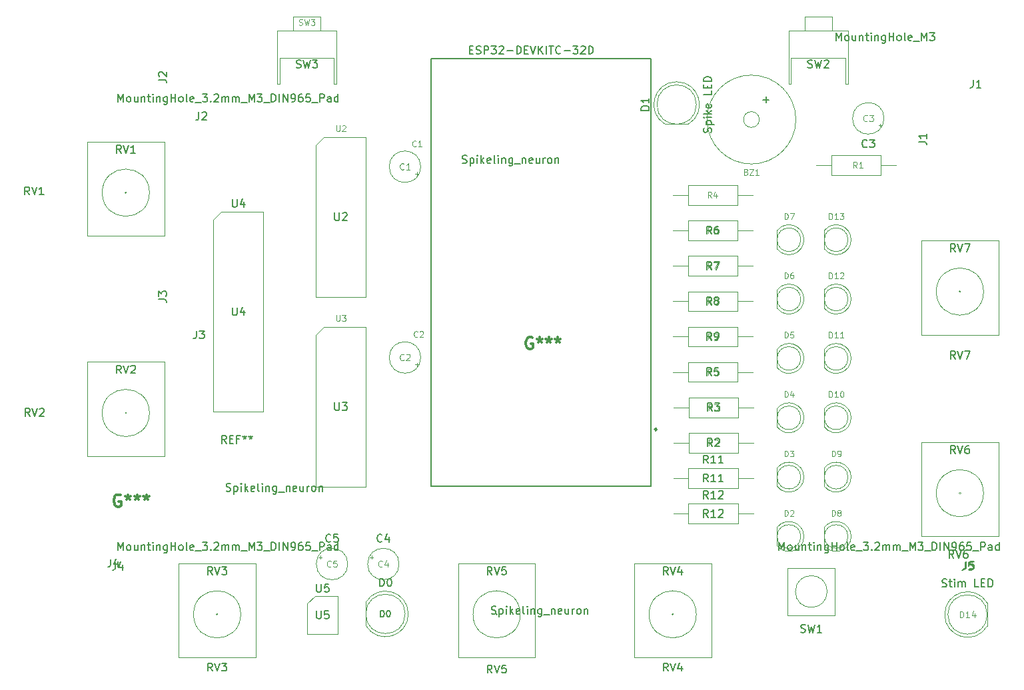
<source format=gbr>
%TF.GenerationSoftware,KiCad,Pcbnew,9.0.3*%
%TF.CreationDate,2025-07-22T15:18:12+02:00*%
%TF.ProjectId,Spikeling_v2.4,5370696b-656c-4696-9e67-5f76322e342e,rev?*%
%TF.SameCoordinates,Original*%
%TF.FileFunction,AssemblyDrawing,Top*%
%FSLAX46Y46*%
G04 Gerber Fmt 4.6, Leading zero omitted, Abs format (unit mm)*
G04 Created by KiCad (PCBNEW 9.0.3) date 2025-07-22 15:18:12*
%MOMM*%
%LPD*%
G01*
G04 APERTURE LIST*
%ADD10C,0.150000*%
%ADD11C,0.100000*%
%ADD12C,0.200000*%
%ADD13C,0.300000*%
%ADD14C,0.120000*%
%ADD15C,0.127000*%
%ADD16C,0.280000*%
G04 APERTURE END LIST*
D10*
X193666667Y-54877200D02*
X193809524Y-54924819D01*
X193809524Y-54924819D02*
X194047619Y-54924819D01*
X194047619Y-54924819D02*
X194142857Y-54877200D01*
X194142857Y-54877200D02*
X194190476Y-54829580D01*
X194190476Y-54829580D02*
X194238095Y-54734342D01*
X194238095Y-54734342D02*
X194238095Y-54639104D01*
X194238095Y-54639104D02*
X194190476Y-54543866D01*
X194190476Y-54543866D02*
X194142857Y-54496247D01*
X194142857Y-54496247D02*
X194047619Y-54448628D01*
X194047619Y-54448628D02*
X193857143Y-54401009D01*
X193857143Y-54401009D02*
X193761905Y-54353390D01*
X193761905Y-54353390D02*
X193714286Y-54305771D01*
X193714286Y-54305771D02*
X193666667Y-54210533D01*
X193666667Y-54210533D02*
X193666667Y-54115295D01*
X193666667Y-54115295D02*
X193714286Y-54020057D01*
X193714286Y-54020057D02*
X193761905Y-53972438D01*
X193761905Y-53972438D02*
X193857143Y-53924819D01*
X193857143Y-53924819D02*
X194095238Y-53924819D01*
X194095238Y-53924819D02*
X194238095Y-53972438D01*
X194571429Y-53924819D02*
X194809524Y-54924819D01*
X194809524Y-54924819D02*
X195000000Y-54210533D01*
X195000000Y-54210533D02*
X195190476Y-54924819D01*
X195190476Y-54924819D02*
X195428572Y-53924819D01*
X195761905Y-54020057D02*
X195809524Y-53972438D01*
X195809524Y-53972438D02*
X195904762Y-53924819D01*
X195904762Y-53924819D02*
X196142857Y-53924819D01*
X196142857Y-53924819D02*
X196238095Y-53972438D01*
X196238095Y-53972438D02*
X196285714Y-54020057D01*
X196285714Y-54020057D02*
X196333333Y-54115295D01*
X196333333Y-54115295D02*
X196333333Y-54210533D01*
X196333333Y-54210533D02*
X196285714Y-54353390D01*
X196285714Y-54353390D02*
X195714286Y-54924819D01*
X195714286Y-54924819D02*
X196333333Y-54924819D01*
X193666667Y-54877200D02*
X193809524Y-54924819D01*
X193809524Y-54924819D02*
X194047619Y-54924819D01*
X194047619Y-54924819D02*
X194142857Y-54877200D01*
X194142857Y-54877200D02*
X194190476Y-54829580D01*
X194190476Y-54829580D02*
X194238095Y-54734342D01*
X194238095Y-54734342D02*
X194238095Y-54639104D01*
X194238095Y-54639104D02*
X194190476Y-54543866D01*
X194190476Y-54543866D02*
X194142857Y-54496247D01*
X194142857Y-54496247D02*
X194047619Y-54448628D01*
X194047619Y-54448628D02*
X193857143Y-54401009D01*
X193857143Y-54401009D02*
X193761905Y-54353390D01*
X193761905Y-54353390D02*
X193714286Y-54305771D01*
X193714286Y-54305771D02*
X193666667Y-54210533D01*
X193666667Y-54210533D02*
X193666667Y-54115295D01*
X193666667Y-54115295D02*
X193714286Y-54020057D01*
X193714286Y-54020057D02*
X193761905Y-53972438D01*
X193761905Y-53972438D02*
X193857143Y-53924819D01*
X193857143Y-53924819D02*
X194095238Y-53924819D01*
X194095238Y-53924819D02*
X194238095Y-53972438D01*
X194571429Y-53924819D02*
X194809524Y-54924819D01*
X194809524Y-54924819D02*
X195000000Y-54210533D01*
X195000000Y-54210533D02*
X195190476Y-54924819D01*
X195190476Y-54924819D02*
X195428572Y-53924819D01*
X195761905Y-54020057D02*
X195809524Y-53972438D01*
X195809524Y-53972438D02*
X195904762Y-53924819D01*
X195904762Y-53924819D02*
X196142857Y-53924819D01*
X196142857Y-53924819D02*
X196238095Y-53972438D01*
X196238095Y-53972438D02*
X196285714Y-54020057D01*
X196285714Y-54020057D02*
X196333333Y-54115295D01*
X196333333Y-54115295D02*
X196333333Y-54210533D01*
X196333333Y-54210533D02*
X196285714Y-54353390D01*
X196285714Y-54353390D02*
X195714286Y-54924819D01*
X195714286Y-54924819D02*
X196333333Y-54924819D01*
X106023809Y-59254819D02*
X106023809Y-58254819D01*
X106023809Y-58254819D02*
X106357142Y-58969104D01*
X106357142Y-58969104D02*
X106690475Y-58254819D01*
X106690475Y-58254819D02*
X106690475Y-59254819D01*
X107309523Y-59254819D02*
X107214285Y-59207200D01*
X107214285Y-59207200D02*
X107166666Y-59159580D01*
X107166666Y-59159580D02*
X107119047Y-59064342D01*
X107119047Y-59064342D02*
X107119047Y-58778628D01*
X107119047Y-58778628D02*
X107166666Y-58683390D01*
X107166666Y-58683390D02*
X107214285Y-58635771D01*
X107214285Y-58635771D02*
X107309523Y-58588152D01*
X107309523Y-58588152D02*
X107452380Y-58588152D01*
X107452380Y-58588152D02*
X107547618Y-58635771D01*
X107547618Y-58635771D02*
X107595237Y-58683390D01*
X107595237Y-58683390D02*
X107642856Y-58778628D01*
X107642856Y-58778628D02*
X107642856Y-59064342D01*
X107642856Y-59064342D02*
X107595237Y-59159580D01*
X107595237Y-59159580D02*
X107547618Y-59207200D01*
X107547618Y-59207200D02*
X107452380Y-59254819D01*
X107452380Y-59254819D02*
X107309523Y-59254819D01*
X108499999Y-58588152D02*
X108499999Y-59254819D01*
X108071428Y-58588152D02*
X108071428Y-59111961D01*
X108071428Y-59111961D02*
X108119047Y-59207200D01*
X108119047Y-59207200D02*
X108214285Y-59254819D01*
X108214285Y-59254819D02*
X108357142Y-59254819D01*
X108357142Y-59254819D02*
X108452380Y-59207200D01*
X108452380Y-59207200D02*
X108499999Y-59159580D01*
X108976190Y-58588152D02*
X108976190Y-59254819D01*
X108976190Y-58683390D02*
X109023809Y-58635771D01*
X109023809Y-58635771D02*
X109119047Y-58588152D01*
X109119047Y-58588152D02*
X109261904Y-58588152D01*
X109261904Y-58588152D02*
X109357142Y-58635771D01*
X109357142Y-58635771D02*
X109404761Y-58731009D01*
X109404761Y-58731009D02*
X109404761Y-59254819D01*
X109738095Y-58588152D02*
X110119047Y-58588152D01*
X109880952Y-58254819D02*
X109880952Y-59111961D01*
X109880952Y-59111961D02*
X109928571Y-59207200D01*
X109928571Y-59207200D02*
X110023809Y-59254819D01*
X110023809Y-59254819D02*
X110119047Y-59254819D01*
X110452381Y-59254819D02*
X110452381Y-58588152D01*
X110452381Y-58254819D02*
X110404762Y-58302438D01*
X110404762Y-58302438D02*
X110452381Y-58350057D01*
X110452381Y-58350057D02*
X110500000Y-58302438D01*
X110500000Y-58302438D02*
X110452381Y-58254819D01*
X110452381Y-58254819D02*
X110452381Y-58350057D01*
X110928571Y-58588152D02*
X110928571Y-59254819D01*
X110928571Y-58683390D02*
X110976190Y-58635771D01*
X110976190Y-58635771D02*
X111071428Y-58588152D01*
X111071428Y-58588152D02*
X111214285Y-58588152D01*
X111214285Y-58588152D02*
X111309523Y-58635771D01*
X111309523Y-58635771D02*
X111357142Y-58731009D01*
X111357142Y-58731009D02*
X111357142Y-59254819D01*
X112261904Y-58588152D02*
X112261904Y-59397676D01*
X112261904Y-59397676D02*
X112214285Y-59492914D01*
X112214285Y-59492914D02*
X112166666Y-59540533D01*
X112166666Y-59540533D02*
X112071428Y-59588152D01*
X112071428Y-59588152D02*
X111928571Y-59588152D01*
X111928571Y-59588152D02*
X111833333Y-59540533D01*
X112261904Y-59207200D02*
X112166666Y-59254819D01*
X112166666Y-59254819D02*
X111976190Y-59254819D01*
X111976190Y-59254819D02*
X111880952Y-59207200D01*
X111880952Y-59207200D02*
X111833333Y-59159580D01*
X111833333Y-59159580D02*
X111785714Y-59064342D01*
X111785714Y-59064342D02*
X111785714Y-58778628D01*
X111785714Y-58778628D02*
X111833333Y-58683390D01*
X111833333Y-58683390D02*
X111880952Y-58635771D01*
X111880952Y-58635771D02*
X111976190Y-58588152D01*
X111976190Y-58588152D02*
X112166666Y-58588152D01*
X112166666Y-58588152D02*
X112261904Y-58635771D01*
X112738095Y-59254819D02*
X112738095Y-58254819D01*
X112738095Y-58731009D02*
X113309523Y-58731009D01*
X113309523Y-59254819D02*
X113309523Y-58254819D01*
X113928571Y-59254819D02*
X113833333Y-59207200D01*
X113833333Y-59207200D02*
X113785714Y-59159580D01*
X113785714Y-59159580D02*
X113738095Y-59064342D01*
X113738095Y-59064342D02*
X113738095Y-58778628D01*
X113738095Y-58778628D02*
X113785714Y-58683390D01*
X113785714Y-58683390D02*
X113833333Y-58635771D01*
X113833333Y-58635771D02*
X113928571Y-58588152D01*
X113928571Y-58588152D02*
X114071428Y-58588152D01*
X114071428Y-58588152D02*
X114166666Y-58635771D01*
X114166666Y-58635771D02*
X114214285Y-58683390D01*
X114214285Y-58683390D02*
X114261904Y-58778628D01*
X114261904Y-58778628D02*
X114261904Y-59064342D01*
X114261904Y-59064342D02*
X114214285Y-59159580D01*
X114214285Y-59159580D02*
X114166666Y-59207200D01*
X114166666Y-59207200D02*
X114071428Y-59254819D01*
X114071428Y-59254819D02*
X113928571Y-59254819D01*
X114833333Y-59254819D02*
X114738095Y-59207200D01*
X114738095Y-59207200D02*
X114690476Y-59111961D01*
X114690476Y-59111961D02*
X114690476Y-58254819D01*
X115595238Y-59207200D02*
X115500000Y-59254819D01*
X115500000Y-59254819D02*
X115309524Y-59254819D01*
X115309524Y-59254819D02*
X115214286Y-59207200D01*
X115214286Y-59207200D02*
X115166667Y-59111961D01*
X115166667Y-59111961D02*
X115166667Y-58731009D01*
X115166667Y-58731009D02*
X115214286Y-58635771D01*
X115214286Y-58635771D02*
X115309524Y-58588152D01*
X115309524Y-58588152D02*
X115500000Y-58588152D01*
X115500000Y-58588152D02*
X115595238Y-58635771D01*
X115595238Y-58635771D02*
X115642857Y-58731009D01*
X115642857Y-58731009D02*
X115642857Y-58826247D01*
X115642857Y-58826247D02*
X115166667Y-58921485D01*
X115833334Y-59350057D02*
X116595238Y-59350057D01*
X116738096Y-58254819D02*
X117357143Y-58254819D01*
X117357143Y-58254819D02*
X117023810Y-58635771D01*
X117023810Y-58635771D02*
X117166667Y-58635771D01*
X117166667Y-58635771D02*
X117261905Y-58683390D01*
X117261905Y-58683390D02*
X117309524Y-58731009D01*
X117309524Y-58731009D02*
X117357143Y-58826247D01*
X117357143Y-58826247D02*
X117357143Y-59064342D01*
X117357143Y-59064342D02*
X117309524Y-59159580D01*
X117309524Y-59159580D02*
X117261905Y-59207200D01*
X117261905Y-59207200D02*
X117166667Y-59254819D01*
X117166667Y-59254819D02*
X116880953Y-59254819D01*
X116880953Y-59254819D02*
X116785715Y-59207200D01*
X116785715Y-59207200D02*
X116738096Y-59159580D01*
X117785715Y-59159580D02*
X117833334Y-59207200D01*
X117833334Y-59207200D02*
X117785715Y-59254819D01*
X117785715Y-59254819D02*
X117738096Y-59207200D01*
X117738096Y-59207200D02*
X117785715Y-59159580D01*
X117785715Y-59159580D02*
X117785715Y-59254819D01*
X118214286Y-58350057D02*
X118261905Y-58302438D01*
X118261905Y-58302438D02*
X118357143Y-58254819D01*
X118357143Y-58254819D02*
X118595238Y-58254819D01*
X118595238Y-58254819D02*
X118690476Y-58302438D01*
X118690476Y-58302438D02*
X118738095Y-58350057D01*
X118738095Y-58350057D02*
X118785714Y-58445295D01*
X118785714Y-58445295D02*
X118785714Y-58540533D01*
X118785714Y-58540533D02*
X118738095Y-58683390D01*
X118738095Y-58683390D02*
X118166667Y-59254819D01*
X118166667Y-59254819D02*
X118785714Y-59254819D01*
X119214286Y-59254819D02*
X119214286Y-58588152D01*
X119214286Y-58683390D02*
X119261905Y-58635771D01*
X119261905Y-58635771D02*
X119357143Y-58588152D01*
X119357143Y-58588152D02*
X119500000Y-58588152D01*
X119500000Y-58588152D02*
X119595238Y-58635771D01*
X119595238Y-58635771D02*
X119642857Y-58731009D01*
X119642857Y-58731009D02*
X119642857Y-59254819D01*
X119642857Y-58731009D02*
X119690476Y-58635771D01*
X119690476Y-58635771D02*
X119785714Y-58588152D01*
X119785714Y-58588152D02*
X119928571Y-58588152D01*
X119928571Y-58588152D02*
X120023810Y-58635771D01*
X120023810Y-58635771D02*
X120071429Y-58731009D01*
X120071429Y-58731009D02*
X120071429Y-59254819D01*
X120547619Y-59254819D02*
X120547619Y-58588152D01*
X120547619Y-58683390D02*
X120595238Y-58635771D01*
X120595238Y-58635771D02*
X120690476Y-58588152D01*
X120690476Y-58588152D02*
X120833333Y-58588152D01*
X120833333Y-58588152D02*
X120928571Y-58635771D01*
X120928571Y-58635771D02*
X120976190Y-58731009D01*
X120976190Y-58731009D02*
X120976190Y-59254819D01*
X120976190Y-58731009D02*
X121023809Y-58635771D01*
X121023809Y-58635771D02*
X121119047Y-58588152D01*
X121119047Y-58588152D02*
X121261904Y-58588152D01*
X121261904Y-58588152D02*
X121357143Y-58635771D01*
X121357143Y-58635771D02*
X121404762Y-58731009D01*
X121404762Y-58731009D02*
X121404762Y-59254819D01*
X121642857Y-59350057D02*
X122404761Y-59350057D01*
X122642857Y-59254819D02*
X122642857Y-58254819D01*
X122642857Y-58254819D02*
X122976190Y-58969104D01*
X122976190Y-58969104D02*
X123309523Y-58254819D01*
X123309523Y-58254819D02*
X123309523Y-59254819D01*
X123690476Y-58254819D02*
X124309523Y-58254819D01*
X124309523Y-58254819D02*
X123976190Y-58635771D01*
X123976190Y-58635771D02*
X124119047Y-58635771D01*
X124119047Y-58635771D02*
X124214285Y-58683390D01*
X124214285Y-58683390D02*
X124261904Y-58731009D01*
X124261904Y-58731009D02*
X124309523Y-58826247D01*
X124309523Y-58826247D02*
X124309523Y-59064342D01*
X124309523Y-59064342D02*
X124261904Y-59159580D01*
X124261904Y-59159580D02*
X124214285Y-59207200D01*
X124214285Y-59207200D02*
X124119047Y-59254819D01*
X124119047Y-59254819D02*
X123833333Y-59254819D01*
X123833333Y-59254819D02*
X123738095Y-59207200D01*
X123738095Y-59207200D02*
X123690476Y-59159580D01*
X124500000Y-59350057D02*
X125261904Y-59350057D01*
X125500000Y-59254819D02*
X125500000Y-58254819D01*
X125500000Y-58254819D02*
X125738095Y-58254819D01*
X125738095Y-58254819D02*
X125880952Y-58302438D01*
X125880952Y-58302438D02*
X125976190Y-58397676D01*
X125976190Y-58397676D02*
X126023809Y-58492914D01*
X126023809Y-58492914D02*
X126071428Y-58683390D01*
X126071428Y-58683390D02*
X126071428Y-58826247D01*
X126071428Y-58826247D02*
X126023809Y-59016723D01*
X126023809Y-59016723D02*
X125976190Y-59111961D01*
X125976190Y-59111961D02*
X125880952Y-59207200D01*
X125880952Y-59207200D02*
X125738095Y-59254819D01*
X125738095Y-59254819D02*
X125500000Y-59254819D01*
X126500000Y-59254819D02*
X126500000Y-58254819D01*
X126976190Y-59254819D02*
X126976190Y-58254819D01*
X126976190Y-58254819D02*
X127547618Y-59254819D01*
X127547618Y-59254819D02*
X127547618Y-58254819D01*
X128071428Y-59254819D02*
X128261904Y-59254819D01*
X128261904Y-59254819D02*
X128357142Y-59207200D01*
X128357142Y-59207200D02*
X128404761Y-59159580D01*
X128404761Y-59159580D02*
X128499999Y-59016723D01*
X128499999Y-59016723D02*
X128547618Y-58826247D01*
X128547618Y-58826247D02*
X128547618Y-58445295D01*
X128547618Y-58445295D02*
X128499999Y-58350057D01*
X128499999Y-58350057D02*
X128452380Y-58302438D01*
X128452380Y-58302438D02*
X128357142Y-58254819D01*
X128357142Y-58254819D02*
X128166666Y-58254819D01*
X128166666Y-58254819D02*
X128071428Y-58302438D01*
X128071428Y-58302438D02*
X128023809Y-58350057D01*
X128023809Y-58350057D02*
X127976190Y-58445295D01*
X127976190Y-58445295D02*
X127976190Y-58683390D01*
X127976190Y-58683390D02*
X128023809Y-58778628D01*
X128023809Y-58778628D02*
X128071428Y-58826247D01*
X128071428Y-58826247D02*
X128166666Y-58873866D01*
X128166666Y-58873866D02*
X128357142Y-58873866D01*
X128357142Y-58873866D02*
X128452380Y-58826247D01*
X128452380Y-58826247D02*
X128499999Y-58778628D01*
X128499999Y-58778628D02*
X128547618Y-58683390D01*
X129404761Y-58254819D02*
X129214285Y-58254819D01*
X129214285Y-58254819D02*
X129119047Y-58302438D01*
X129119047Y-58302438D02*
X129071428Y-58350057D01*
X129071428Y-58350057D02*
X128976190Y-58492914D01*
X128976190Y-58492914D02*
X128928571Y-58683390D01*
X128928571Y-58683390D02*
X128928571Y-59064342D01*
X128928571Y-59064342D02*
X128976190Y-59159580D01*
X128976190Y-59159580D02*
X129023809Y-59207200D01*
X129023809Y-59207200D02*
X129119047Y-59254819D01*
X129119047Y-59254819D02*
X129309523Y-59254819D01*
X129309523Y-59254819D02*
X129404761Y-59207200D01*
X129404761Y-59207200D02*
X129452380Y-59159580D01*
X129452380Y-59159580D02*
X129499999Y-59064342D01*
X129499999Y-59064342D02*
X129499999Y-58826247D01*
X129499999Y-58826247D02*
X129452380Y-58731009D01*
X129452380Y-58731009D02*
X129404761Y-58683390D01*
X129404761Y-58683390D02*
X129309523Y-58635771D01*
X129309523Y-58635771D02*
X129119047Y-58635771D01*
X129119047Y-58635771D02*
X129023809Y-58683390D01*
X129023809Y-58683390D02*
X128976190Y-58731009D01*
X128976190Y-58731009D02*
X128928571Y-58826247D01*
X130404761Y-58254819D02*
X129928571Y-58254819D01*
X129928571Y-58254819D02*
X129880952Y-58731009D01*
X129880952Y-58731009D02*
X129928571Y-58683390D01*
X129928571Y-58683390D02*
X130023809Y-58635771D01*
X130023809Y-58635771D02*
X130261904Y-58635771D01*
X130261904Y-58635771D02*
X130357142Y-58683390D01*
X130357142Y-58683390D02*
X130404761Y-58731009D01*
X130404761Y-58731009D02*
X130452380Y-58826247D01*
X130452380Y-58826247D02*
X130452380Y-59064342D01*
X130452380Y-59064342D02*
X130404761Y-59159580D01*
X130404761Y-59159580D02*
X130357142Y-59207200D01*
X130357142Y-59207200D02*
X130261904Y-59254819D01*
X130261904Y-59254819D02*
X130023809Y-59254819D01*
X130023809Y-59254819D02*
X129928571Y-59207200D01*
X129928571Y-59207200D02*
X129880952Y-59159580D01*
X130642857Y-59350057D02*
X131404761Y-59350057D01*
X131642857Y-59254819D02*
X131642857Y-58254819D01*
X131642857Y-58254819D02*
X132023809Y-58254819D01*
X132023809Y-58254819D02*
X132119047Y-58302438D01*
X132119047Y-58302438D02*
X132166666Y-58350057D01*
X132166666Y-58350057D02*
X132214285Y-58445295D01*
X132214285Y-58445295D02*
X132214285Y-58588152D01*
X132214285Y-58588152D02*
X132166666Y-58683390D01*
X132166666Y-58683390D02*
X132119047Y-58731009D01*
X132119047Y-58731009D02*
X132023809Y-58778628D01*
X132023809Y-58778628D02*
X131642857Y-58778628D01*
X133071428Y-59254819D02*
X133071428Y-58731009D01*
X133071428Y-58731009D02*
X133023809Y-58635771D01*
X133023809Y-58635771D02*
X132928571Y-58588152D01*
X132928571Y-58588152D02*
X132738095Y-58588152D01*
X132738095Y-58588152D02*
X132642857Y-58635771D01*
X133071428Y-59207200D02*
X132976190Y-59254819D01*
X132976190Y-59254819D02*
X132738095Y-59254819D01*
X132738095Y-59254819D02*
X132642857Y-59207200D01*
X132642857Y-59207200D02*
X132595238Y-59111961D01*
X132595238Y-59111961D02*
X132595238Y-59016723D01*
X132595238Y-59016723D02*
X132642857Y-58921485D01*
X132642857Y-58921485D02*
X132738095Y-58873866D01*
X132738095Y-58873866D02*
X132976190Y-58873866D01*
X132976190Y-58873866D02*
X133071428Y-58826247D01*
X133976190Y-59254819D02*
X133976190Y-58254819D01*
X133976190Y-59207200D02*
X133880952Y-59254819D01*
X133880952Y-59254819D02*
X133690476Y-59254819D01*
X133690476Y-59254819D02*
X133595238Y-59207200D01*
X133595238Y-59207200D02*
X133547619Y-59159580D01*
X133547619Y-59159580D02*
X133500000Y-59064342D01*
X133500000Y-59064342D02*
X133500000Y-58778628D01*
X133500000Y-58778628D02*
X133547619Y-58683390D01*
X133547619Y-58683390D02*
X133595238Y-58635771D01*
X133595238Y-58635771D02*
X133690476Y-58588152D01*
X133690476Y-58588152D02*
X133880952Y-58588152D01*
X133880952Y-58588152D02*
X133976190Y-58635771D01*
D11*
X190716428Y-74160764D02*
X190716428Y-73410764D01*
X190716428Y-73410764D02*
X190894999Y-73410764D01*
X190894999Y-73410764D02*
X191002142Y-73446478D01*
X191002142Y-73446478D02*
X191073571Y-73517907D01*
X191073571Y-73517907D02*
X191109285Y-73589335D01*
X191109285Y-73589335D02*
X191144999Y-73732192D01*
X191144999Y-73732192D02*
X191144999Y-73839335D01*
X191144999Y-73839335D02*
X191109285Y-73982192D01*
X191109285Y-73982192D02*
X191073571Y-74053621D01*
X191073571Y-74053621D02*
X191002142Y-74125050D01*
X191002142Y-74125050D02*
X190894999Y-74160764D01*
X190894999Y-74160764D02*
X190716428Y-74160764D01*
X191394999Y-73410764D02*
X191894999Y-73410764D01*
X191894999Y-73410764D02*
X191573571Y-74160764D01*
X190716428Y-111885764D02*
X190716428Y-111135764D01*
X190716428Y-111135764D02*
X190894999Y-111135764D01*
X190894999Y-111135764D02*
X191002142Y-111171478D01*
X191002142Y-111171478D02*
X191073571Y-111242907D01*
X191073571Y-111242907D02*
X191109285Y-111314335D01*
X191109285Y-111314335D02*
X191144999Y-111457192D01*
X191144999Y-111457192D02*
X191144999Y-111564335D01*
X191144999Y-111564335D02*
X191109285Y-111707192D01*
X191109285Y-111707192D02*
X191073571Y-111778621D01*
X191073571Y-111778621D02*
X191002142Y-111850050D01*
X191002142Y-111850050D02*
X190894999Y-111885764D01*
X190894999Y-111885764D02*
X190716428Y-111885764D01*
X191430714Y-111207192D02*
X191466428Y-111171478D01*
X191466428Y-111171478D02*
X191537857Y-111135764D01*
X191537857Y-111135764D02*
X191716428Y-111135764D01*
X191716428Y-111135764D02*
X191787857Y-111171478D01*
X191787857Y-111171478D02*
X191823571Y-111207192D01*
X191823571Y-111207192D02*
X191859285Y-111278621D01*
X191859285Y-111278621D02*
X191859285Y-111350050D01*
X191859285Y-111350050D02*
X191823571Y-111457192D01*
X191823571Y-111457192D02*
X191394999Y-111885764D01*
X191394999Y-111885764D02*
X191859285Y-111885764D01*
D10*
X139256905Y-120844819D02*
X139256905Y-119844819D01*
X139256905Y-119844819D02*
X139495000Y-119844819D01*
X139495000Y-119844819D02*
X139637857Y-119892438D01*
X139637857Y-119892438D02*
X139733095Y-119987676D01*
X139733095Y-119987676D02*
X139780714Y-120082914D01*
X139780714Y-120082914D02*
X139828333Y-120273390D01*
X139828333Y-120273390D02*
X139828333Y-120416247D01*
X139828333Y-120416247D02*
X139780714Y-120606723D01*
X139780714Y-120606723D02*
X139733095Y-120701961D01*
X139733095Y-120701961D02*
X139637857Y-120797200D01*
X139637857Y-120797200D02*
X139495000Y-120844819D01*
X139495000Y-120844819D02*
X139256905Y-120844819D01*
X140447381Y-119844819D02*
X140542619Y-119844819D01*
X140542619Y-119844819D02*
X140637857Y-119892438D01*
X140637857Y-119892438D02*
X140685476Y-119940057D01*
X140685476Y-119940057D02*
X140733095Y-120035295D01*
X140733095Y-120035295D02*
X140780714Y-120225771D01*
X140780714Y-120225771D02*
X140780714Y-120463866D01*
X140780714Y-120463866D02*
X140733095Y-120654342D01*
X140733095Y-120654342D02*
X140685476Y-120749580D01*
X140685476Y-120749580D02*
X140637857Y-120797200D01*
X140637857Y-120797200D02*
X140542619Y-120844819D01*
X140542619Y-120844819D02*
X140447381Y-120844819D01*
X140447381Y-120844819D02*
X140352143Y-120797200D01*
X140352143Y-120797200D02*
X140304524Y-120749580D01*
X140304524Y-120749580D02*
X140256905Y-120654342D01*
X140256905Y-120654342D02*
X140209286Y-120463866D01*
X140209286Y-120463866D02*
X140209286Y-120225771D01*
X140209286Y-120225771D02*
X140256905Y-120035295D01*
X140256905Y-120035295D02*
X140304524Y-119940057D01*
X140304524Y-119940057D02*
X140352143Y-119892438D01*
X140352143Y-119892438D02*
X140447381Y-119844819D01*
D12*
X139384524Y-124709695D02*
X139384524Y-123909695D01*
X139384524Y-123909695D02*
X139575000Y-123909695D01*
X139575000Y-123909695D02*
X139689286Y-123947790D01*
X139689286Y-123947790D02*
X139765476Y-124023980D01*
X139765476Y-124023980D02*
X139803571Y-124100171D01*
X139803571Y-124100171D02*
X139841667Y-124252552D01*
X139841667Y-124252552D02*
X139841667Y-124366838D01*
X139841667Y-124366838D02*
X139803571Y-124519219D01*
X139803571Y-124519219D02*
X139765476Y-124595409D01*
X139765476Y-124595409D02*
X139689286Y-124671600D01*
X139689286Y-124671600D02*
X139575000Y-124709695D01*
X139575000Y-124709695D02*
X139384524Y-124709695D01*
X140336905Y-123909695D02*
X140413095Y-123909695D01*
X140413095Y-123909695D02*
X140489286Y-123947790D01*
X140489286Y-123947790D02*
X140527381Y-123985885D01*
X140527381Y-123985885D02*
X140565476Y-124062076D01*
X140565476Y-124062076D02*
X140603571Y-124214457D01*
X140603571Y-124214457D02*
X140603571Y-124404933D01*
X140603571Y-124404933D02*
X140565476Y-124557314D01*
X140565476Y-124557314D02*
X140527381Y-124633504D01*
X140527381Y-124633504D02*
X140489286Y-124671600D01*
X140489286Y-124671600D02*
X140413095Y-124709695D01*
X140413095Y-124709695D02*
X140336905Y-124709695D01*
X140336905Y-124709695D02*
X140260714Y-124671600D01*
X140260714Y-124671600D02*
X140222619Y-124633504D01*
X140222619Y-124633504D02*
X140184524Y-124557314D01*
X140184524Y-124557314D02*
X140146428Y-124404933D01*
X140146428Y-124404933D02*
X140146428Y-124214457D01*
X140146428Y-124214457D02*
X140184524Y-124062076D01*
X140184524Y-124062076D02*
X140222619Y-123985885D01*
X140222619Y-123985885D02*
X140260714Y-123947790D01*
X140260714Y-123947790D02*
X140336905Y-123909695D01*
D11*
X133738571Y-86386764D02*
X133738571Y-86993907D01*
X133738571Y-86993907D02*
X133774285Y-87065335D01*
X133774285Y-87065335D02*
X133810000Y-87101050D01*
X133810000Y-87101050D02*
X133881428Y-87136764D01*
X133881428Y-87136764D02*
X134024285Y-87136764D01*
X134024285Y-87136764D02*
X134095714Y-87101050D01*
X134095714Y-87101050D02*
X134131428Y-87065335D01*
X134131428Y-87065335D02*
X134167142Y-86993907D01*
X134167142Y-86993907D02*
X134167142Y-86386764D01*
X134452856Y-86386764D02*
X134917142Y-86386764D01*
X134917142Y-86386764D02*
X134667142Y-86672478D01*
X134667142Y-86672478D02*
X134774285Y-86672478D01*
X134774285Y-86672478D02*
X134845714Y-86708192D01*
X134845714Y-86708192D02*
X134881428Y-86743907D01*
X134881428Y-86743907D02*
X134917142Y-86815335D01*
X134917142Y-86815335D02*
X134917142Y-86993907D01*
X134917142Y-86993907D02*
X134881428Y-87065335D01*
X134881428Y-87065335D02*
X134845714Y-87101050D01*
X134845714Y-87101050D02*
X134774285Y-87136764D01*
X134774285Y-87136764D02*
X134559999Y-87136764D01*
X134559999Y-87136764D02*
X134488571Y-87101050D01*
X134488571Y-87101050D02*
X134452856Y-87065335D01*
D10*
X133548095Y-97469819D02*
X133548095Y-98279342D01*
X133548095Y-98279342D02*
X133595714Y-98374580D01*
X133595714Y-98374580D02*
X133643333Y-98422200D01*
X133643333Y-98422200D02*
X133738571Y-98469819D01*
X133738571Y-98469819D02*
X133929047Y-98469819D01*
X133929047Y-98469819D02*
X134024285Y-98422200D01*
X134024285Y-98422200D02*
X134071904Y-98374580D01*
X134071904Y-98374580D02*
X134119523Y-98279342D01*
X134119523Y-98279342D02*
X134119523Y-97469819D01*
X134500476Y-97469819D02*
X135119523Y-97469819D01*
X135119523Y-97469819D02*
X134786190Y-97850771D01*
X134786190Y-97850771D02*
X134929047Y-97850771D01*
X134929047Y-97850771D02*
X135024285Y-97898390D01*
X135024285Y-97898390D02*
X135071904Y-97946009D01*
X135071904Y-97946009D02*
X135119523Y-98041247D01*
X135119523Y-98041247D02*
X135119523Y-98279342D01*
X135119523Y-98279342D02*
X135071904Y-98374580D01*
X135071904Y-98374580D02*
X135024285Y-98422200D01*
X135024285Y-98422200D02*
X134929047Y-98469819D01*
X134929047Y-98469819D02*
X134643333Y-98469819D01*
X134643333Y-98469819D02*
X134548095Y-98422200D01*
X134548095Y-98422200D02*
X134500476Y-98374580D01*
X212204761Y-117254819D02*
X211871428Y-116778628D01*
X211633333Y-117254819D02*
X211633333Y-116254819D01*
X211633333Y-116254819D02*
X212014285Y-116254819D01*
X212014285Y-116254819D02*
X212109523Y-116302438D01*
X212109523Y-116302438D02*
X212157142Y-116350057D01*
X212157142Y-116350057D02*
X212204761Y-116445295D01*
X212204761Y-116445295D02*
X212204761Y-116588152D01*
X212204761Y-116588152D02*
X212157142Y-116683390D01*
X212157142Y-116683390D02*
X212109523Y-116731009D01*
X212109523Y-116731009D02*
X212014285Y-116778628D01*
X212014285Y-116778628D02*
X211633333Y-116778628D01*
X212490476Y-116254819D02*
X212823809Y-117254819D01*
X212823809Y-117254819D02*
X213157142Y-116254819D01*
X213919047Y-116254819D02*
X213728571Y-116254819D01*
X213728571Y-116254819D02*
X213633333Y-116302438D01*
X213633333Y-116302438D02*
X213585714Y-116350057D01*
X213585714Y-116350057D02*
X213490476Y-116492914D01*
X213490476Y-116492914D02*
X213442857Y-116683390D01*
X213442857Y-116683390D02*
X213442857Y-117064342D01*
X213442857Y-117064342D02*
X213490476Y-117159580D01*
X213490476Y-117159580D02*
X213538095Y-117207200D01*
X213538095Y-117207200D02*
X213633333Y-117254819D01*
X213633333Y-117254819D02*
X213823809Y-117254819D01*
X213823809Y-117254819D02*
X213919047Y-117207200D01*
X213919047Y-117207200D02*
X213966666Y-117159580D01*
X213966666Y-117159580D02*
X214014285Y-117064342D01*
X214014285Y-117064342D02*
X214014285Y-116826247D01*
X214014285Y-116826247D02*
X213966666Y-116731009D01*
X213966666Y-116731009D02*
X213919047Y-116683390D01*
X213919047Y-116683390D02*
X213823809Y-116635771D01*
X213823809Y-116635771D02*
X213633333Y-116635771D01*
X213633333Y-116635771D02*
X213538095Y-116683390D01*
X213538095Y-116683390D02*
X213490476Y-116731009D01*
X213490476Y-116731009D02*
X213442857Y-116826247D01*
X212404761Y-103954819D02*
X212071428Y-103478628D01*
X211833333Y-103954819D02*
X211833333Y-102954819D01*
X211833333Y-102954819D02*
X212214285Y-102954819D01*
X212214285Y-102954819D02*
X212309523Y-103002438D01*
X212309523Y-103002438D02*
X212357142Y-103050057D01*
X212357142Y-103050057D02*
X212404761Y-103145295D01*
X212404761Y-103145295D02*
X212404761Y-103288152D01*
X212404761Y-103288152D02*
X212357142Y-103383390D01*
X212357142Y-103383390D02*
X212309523Y-103431009D01*
X212309523Y-103431009D02*
X212214285Y-103478628D01*
X212214285Y-103478628D02*
X211833333Y-103478628D01*
X212690476Y-102954819D02*
X213023809Y-103954819D01*
X213023809Y-103954819D02*
X213357142Y-102954819D01*
X214119047Y-102954819D02*
X213928571Y-102954819D01*
X213928571Y-102954819D02*
X213833333Y-103002438D01*
X213833333Y-103002438D02*
X213785714Y-103050057D01*
X213785714Y-103050057D02*
X213690476Y-103192914D01*
X213690476Y-103192914D02*
X213642857Y-103383390D01*
X213642857Y-103383390D02*
X213642857Y-103764342D01*
X213642857Y-103764342D02*
X213690476Y-103859580D01*
X213690476Y-103859580D02*
X213738095Y-103907200D01*
X213738095Y-103907200D02*
X213833333Y-103954819D01*
X213833333Y-103954819D02*
X214023809Y-103954819D01*
X214023809Y-103954819D02*
X214119047Y-103907200D01*
X214119047Y-103907200D02*
X214166666Y-103859580D01*
X214166666Y-103859580D02*
X214214285Y-103764342D01*
X214214285Y-103764342D02*
X214214285Y-103526247D01*
X214214285Y-103526247D02*
X214166666Y-103431009D01*
X214166666Y-103431009D02*
X214119047Y-103383390D01*
X214119047Y-103383390D02*
X214023809Y-103335771D01*
X214023809Y-103335771D02*
X213833333Y-103335771D01*
X213833333Y-103335771D02*
X213738095Y-103383390D01*
X213738095Y-103383390D02*
X213690476Y-103431009D01*
X213690476Y-103431009D02*
X213642857Y-103526247D01*
X175904761Y-131604819D02*
X175571428Y-131128628D01*
X175333333Y-131604819D02*
X175333333Y-130604819D01*
X175333333Y-130604819D02*
X175714285Y-130604819D01*
X175714285Y-130604819D02*
X175809523Y-130652438D01*
X175809523Y-130652438D02*
X175857142Y-130700057D01*
X175857142Y-130700057D02*
X175904761Y-130795295D01*
X175904761Y-130795295D02*
X175904761Y-130938152D01*
X175904761Y-130938152D02*
X175857142Y-131033390D01*
X175857142Y-131033390D02*
X175809523Y-131081009D01*
X175809523Y-131081009D02*
X175714285Y-131128628D01*
X175714285Y-131128628D02*
X175333333Y-131128628D01*
X176190476Y-130604819D02*
X176523809Y-131604819D01*
X176523809Y-131604819D02*
X176857142Y-130604819D01*
X177619047Y-130938152D02*
X177619047Y-131604819D01*
X177380952Y-130557200D02*
X177142857Y-131271485D01*
X177142857Y-131271485D02*
X177761904Y-131271485D01*
X175904761Y-119354819D02*
X175571428Y-118878628D01*
X175333333Y-119354819D02*
X175333333Y-118354819D01*
X175333333Y-118354819D02*
X175714285Y-118354819D01*
X175714285Y-118354819D02*
X175809523Y-118402438D01*
X175809523Y-118402438D02*
X175857142Y-118450057D01*
X175857142Y-118450057D02*
X175904761Y-118545295D01*
X175904761Y-118545295D02*
X175904761Y-118688152D01*
X175904761Y-118688152D02*
X175857142Y-118783390D01*
X175857142Y-118783390D02*
X175809523Y-118831009D01*
X175809523Y-118831009D02*
X175714285Y-118878628D01*
X175714285Y-118878628D02*
X175333333Y-118878628D01*
X176190476Y-118354819D02*
X176523809Y-119354819D01*
X176523809Y-119354819D02*
X176857142Y-118354819D01*
X177619047Y-118688152D02*
X177619047Y-119354819D01*
X177380952Y-118307200D02*
X177142857Y-119021485D01*
X177142857Y-119021485D02*
X177761904Y-119021485D01*
D13*
X106337086Y-109250210D02*
X106191944Y-109177639D01*
X106191944Y-109177639D02*
X105974229Y-109177639D01*
X105974229Y-109177639D02*
X105756515Y-109250210D01*
X105756515Y-109250210D02*
X105611372Y-109395353D01*
X105611372Y-109395353D02*
X105538801Y-109540496D01*
X105538801Y-109540496D02*
X105466229Y-109830782D01*
X105466229Y-109830782D02*
X105466229Y-110048496D01*
X105466229Y-110048496D02*
X105538801Y-110338782D01*
X105538801Y-110338782D02*
X105611372Y-110483925D01*
X105611372Y-110483925D02*
X105756515Y-110629068D01*
X105756515Y-110629068D02*
X105974229Y-110701639D01*
X105974229Y-110701639D02*
X106119372Y-110701639D01*
X106119372Y-110701639D02*
X106337086Y-110629068D01*
X106337086Y-110629068D02*
X106409658Y-110556496D01*
X106409658Y-110556496D02*
X106409658Y-110048496D01*
X106409658Y-110048496D02*
X106119372Y-110048496D01*
X107280515Y-109177639D02*
X107280515Y-109540496D01*
X106917658Y-109395353D02*
X107280515Y-109540496D01*
X107280515Y-109540496D02*
X107643372Y-109395353D01*
X107062801Y-109830782D02*
X107280515Y-109540496D01*
X107280515Y-109540496D02*
X107498229Y-109830782D01*
X108441658Y-109177639D02*
X108441658Y-109540496D01*
X108078801Y-109395353D02*
X108441658Y-109540496D01*
X108441658Y-109540496D02*
X108804515Y-109395353D01*
X108223944Y-109830782D02*
X108441658Y-109540496D01*
X108441658Y-109540496D02*
X108659372Y-109830782D01*
X109602801Y-109177639D02*
X109602801Y-109540496D01*
X109239944Y-109395353D02*
X109602801Y-109540496D01*
X109602801Y-109540496D02*
X109965658Y-109395353D01*
X109385087Y-109830782D02*
X109602801Y-109540496D01*
X109602801Y-109540496D02*
X109820515Y-109830782D01*
D10*
X153457142Y-124307200D02*
X153599999Y-124354819D01*
X153599999Y-124354819D02*
X153838094Y-124354819D01*
X153838094Y-124354819D02*
X153933332Y-124307200D01*
X153933332Y-124307200D02*
X153980951Y-124259580D01*
X153980951Y-124259580D02*
X154028570Y-124164342D01*
X154028570Y-124164342D02*
X154028570Y-124069104D01*
X154028570Y-124069104D02*
X153980951Y-123973866D01*
X153980951Y-123973866D02*
X153933332Y-123926247D01*
X153933332Y-123926247D02*
X153838094Y-123878628D01*
X153838094Y-123878628D02*
X153647618Y-123831009D01*
X153647618Y-123831009D02*
X153552380Y-123783390D01*
X153552380Y-123783390D02*
X153504761Y-123735771D01*
X153504761Y-123735771D02*
X153457142Y-123640533D01*
X153457142Y-123640533D02*
X153457142Y-123545295D01*
X153457142Y-123545295D02*
X153504761Y-123450057D01*
X153504761Y-123450057D02*
X153552380Y-123402438D01*
X153552380Y-123402438D02*
X153647618Y-123354819D01*
X153647618Y-123354819D02*
X153885713Y-123354819D01*
X153885713Y-123354819D02*
X154028570Y-123402438D01*
X154457142Y-123688152D02*
X154457142Y-124688152D01*
X154457142Y-123735771D02*
X154552380Y-123688152D01*
X154552380Y-123688152D02*
X154742856Y-123688152D01*
X154742856Y-123688152D02*
X154838094Y-123735771D01*
X154838094Y-123735771D02*
X154885713Y-123783390D01*
X154885713Y-123783390D02*
X154933332Y-123878628D01*
X154933332Y-123878628D02*
X154933332Y-124164342D01*
X154933332Y-124164342D02*
X154885713Y-124259580D01*
X154885713Y-124259580D02*
X154838094Y-124307200D01*
X154838094Y-124307200D02*
X154742856Y-124354819D01*
X154742856Y-124354819D02*
X154552380Y-124354819D01*
X154552380Y-124354819D02*
X154457142Y-124307200D01*
X155361904Y-124354819D02*
X155361904Y-123688152D01*
X155361904Y-123354819D02*
X155314285Y-123402438D01*
X155314285Y-123402438D02*
X155361904Y-123450057D01*
X155361904Y-123450057D02*
X155409523Y-123402438D01*
X155409523Y-123402438D02*
X155361904Y-123354819D01*
X155361904Y-123354819D02*
X155361904Y-123450057D01*
X155838094Y-124354819D02*
X155838094Y-123354819D01*
X155933332Y-123973866D02*
X156219046Y-124354819D01*
X156219046Y-123688152D02*
X155838094Y-124069104D01*
X157028570Y-124307200D02*
X156933332Y-124354819D01*
X156933332Y-124354819D02*
X156742856Y-124354819D01*
X156742856Y-124354819D02*
X156647618Y-124307200D01*
X156647618Y-124307200D02*
X156599999Y-124211961D01*
X156599999Y-124211961D02*
X156599999Y-123831009D01*
X156599999Y-123831009D02*
X156647618Y-123735771D01*
X156647618Y-123735771D02*
X156742856Y-123688152D01*
X156742856Y-123688152D02*
X156933332Y-123688152D01*
X156933332Y-123688152D02*
X157028570Y-123735771D01*
X157028570Y-123735771D02*
X157076189Y-123831009D01*
X157076189Y-123831009D02*
X157076189Y-123926247D01*
X157076189Y-123926247D02*
X156599999Y-124021485D01*
X157647618Y-124354819D02*
X157552380Y-124307200D01*
X157552380Y-124307200D02*
X157504761Y-124211961D01*
X157504761Y-124211961D02*
X157504761Y-123354819D01*
X158028571Y-124354819D02*
X158028571Y-123688152D01*
X158028571Y-123354819D02*
X157980952Y-123402438D01*
X157980952Y-123402438D02*
X158028571Y-123450057D01*
X158028571Y-123450057D02*
X158076190Y-123402438D01*
X158076190Y-123402438D02*
X158028571Y-123354819D01*
X158028571Y-123354819D02*
X158028571Y-123450057D01*
X158504761Y-123688152D02*
X158504761Y-124354819D01*
X158504761Y-123783390D02*
X158552380Y-123735771D01*
X158552380Y-123735771D02*
X158647618Y-123688152D01*
X158647618Y-123688152D02*
X158790475Y-123688152D01*
X158790475Y-123688152D02*
X158885713Y-123735771D01*
X158885713Y-123735771D02*
X158933332Y-123831009D01*
X158933332Y-123831009D02*
X158933332Y-124354819D01*
X159838094Y-123688152D02*
X159838094Y-124497676D01*
X159838094Y-124497676D02*
X159790475Y-124592914D01*
X159790475Y-124592914D02*
X159742856Y-124640533D01*
X159742856Y-124640533D02*
X159647618Y-124688152D01*
X159647618Y-124688152D02*
X159504761Y-124688152D01*
X159504761Y-124688152D02*
X159409523Y-124640533D01*
X159838094Y-124307200D02*
X159742856Y-124354819D01*
X159742856Y-124354819D02*
X159552380Y-124354819D01*
X159552380Y-124354819D02*
X159457142Y-124307200D01*
X159457142Y-124307200D02*
X159409523Y-124259580D01*
X159409523Y-124259580D02*
X159361904Y-124164342D01*
X159361904Y-124164342D02*
X159361904Y-123878628D01*
X159361904Y-123878628D02*
X159409523Y-123783390D01*
X159409523Y-123783390D02*
X159457142Y-123735771D01*
X159457142Y-123735771D02*
X159552380Y-123688152D01*
X159552380Y-123688152D02*
X159742856Y-123688152D01*
X159742856Y-123688152D02*
X159838094Y-123735771D01*
X160076190Y-124450057D02*
X160838094Y-124450057D01*
X161076190Y-123688152D02*
X161076190Y-124354819D01*
X161076190Y-123783390D02*
X161123809Y-123735771D01*
X161123809Y-123735771D02*
X161219047Y-123688152D01*
X161219047Y-123688152D02*
X161361904Y-123688152D01*
X161361904Y-123688152D02*
X161457142Y-123735771D01*
X161457142Y-123735771D02*
X161504761Y-123831009D01*
X161504761Y-123831009D02*
X161504761Y-124354819D01*
X162361904Y-124307200D02*
X162266666Y-124354819D01*
X162266666Y-124354819D02*
X162076190Y-124354819D01*
X162076190Y-124354819D02*
X161980952Y-124307200D01*
X161980952Y-124307200D02*
X161933333Y-124211961D01*
X161933333Y-124211961D02*
X161933333Y-123831009D01*
X161933333Y-123831009D02*
X161980952Y-123735771D01*
X161980952Y-123735771D02*
X162076190Y-123688152D01*
X162076190Y-123688152D02*
X162266666Y-123688152D01*
X162266666Y-123688152D02*
X162361904Y-123735771D01*
X162361904Y-123735771D02*
X162409523Y-123831009D01*
X162409523Y-123831009D02*
X162409523Y-123926247D01*
X162409523Y-123926247D02*
X161933333Y-124021485D01*
X163266666Y-123688152D02*
X163266666Y-124354819D01*
X162838095Y-123688152D02*
X162838095Y-124211961D01*
X162838095Y-124211961D02*
X162885714Y-124307200D01*
X162885714Y-124307200D02*
X162980952Y-124354819D01*
X162980952Y-124354819D02*
X163123809Y-124354819D01*
X163123809Y-124354819D02*
X163219047Y-124307200D01*
X163219047Y-124307200D02*
X163266666Y-124259580D01*
X163742857Y-124354819D02*
X163742857Y-123688152D01*
X163742857Y-123878628D02*
X163790476Y-123783390D01*
X163790476Y-123783390D02*
X163838095Y-123735771D01*
X163838095Y-123735771D02*
X163933333Y-123688152D01*
X163933333Y-123688152D02*
X164028571Y-123688152D01*
X164504762Y-124354819D02*
X164409524Y-124307200D01*
X164409524Y-124307200D02*
X164361905Y-124259580D01*
X164361905Y-124259580D02*
X164314286Y-124164342D01*
X164314286Y-124164342D02*
X164314286Y-123878628D01*
X164314286Y-123878628D02*
X164361905Y-123783390D01*
X164361905Y-123783390D02*
X164409524Y-123735771D01*
X164409524Y-123735771D02*
X164504762Y-123688152D01*
X164504762Y-123688152D02*
X164647619Y-123688152D01*
X164647619Y-123688152D02*
X164742857Y-123735771D01*
X164742857Y-123735771D02*
X164790476Y-123783390D01*
X164790476Y-123783390D02*
X164838095Y-123878628D01*
X164838095Y-123878628D02*
X164838095Y-124164342D01*
X164838095Y-124164342D02*
X164790476Y-124259580D01*
X164790476Y-124259580D02*
X164742857Y-124307200D01*
X164742857Y-124307200D02*
X164647619Y-124354819D01*
X164647619Y-124354819D02*
X164504762Y-124354819D01*
X165266667Y-123688152D02*
X165266667Y-124354819D01*
X165266667Y-123783390D02*
X165314286Y-123735771D01*
X165314286Y-123735771D02*
X165409524Y-123688152D01*
X165409524Y-123688152D02*
X165552381Y-123688152D01*
X165552381Y-123688152D02*
X165647619Y-123735771D01*
X165647619Y-123735771D02*
X165695238Y-123831009D01*
X165695238Y-123831009D02*
X165695238Y-124354819D01*
X181367200Y-63142618D02*
X181414819Y-62999761D01*
X181414819Y-62999761D02*
X181414819Y-62761666D01*
X181414819Y-62761666D02*
X181367200Y-62666428D01*
X181367200Y-62666428D02*
X181319580Y-62618809D01*
X181319580Y-62618809D02*
X181224342Y-62571190D01*
X181224342Y-62571190D02*
X181129104Y-62571190D01*
X181129104Y-62571190D02*
X181033866Y-62618809D01*
X181033866Y-62618809D02*
X180986247Y-62666428D01*
X180986247Y-62666428D02*
X180938628Y-62761666D01*
X180938628Y-62761666D02*
X180891009Y-62952142D01*
X180891009Y-62952142D02*
X180843390Y-63047380D01*
X180843390Y-63047380D02*
X180795771Y-63094999D01*
X180795771Y-63094999D02*
X180700533Y-63142618D01*
X180700533Y-63142618D02*
X180605295Y-63142618D01*
X180605295Y-63142618D02*
X180510057Y-63094999D01*
X180510057Y-63094999D02*
X180462438Y-63047380D01*
X180462438Y-63047380D02*
X180414819Y-62952142D01*
X180414819Y-62952142D02*
X180414819Y-62714047D01*
X180414819Y-62714047D02*
X180462438Y-62571190D01*
X180748152Y-62142618D02*
X181748152Y-62142618D01*
X180795771Y-62142618D02*
X180748152Y-62047380D01*
X180748152Y-62047380D02*
X180748152Y-61856904D01*
X180748152Y-61856904D02*
X180795771Y-61761666D01*
X180795771Y-61761666D02*
X180843390Y-61714047D01*
X180843390Y-61714047D02*
X180938628Y-61666428D01*
X180938628Y-61666428D02*
X181224342Y-61666428D01*
X181224342Y-61666428D02*
X181319580Y-61714047D01*
X181319580Y-61714047D02*
X181367200Y-61761666D01*
X181367200Y-61761666D02*
X181414819Y-61856904D01*
X181414819Y-61856904D02*
X181414819Y-62047380D01*
X181414819Y-62047380D02*
X181367200Y-62142618D01*
X181414819Y-61237856D02*
X180748152Y-61237856D01*
X180414819Y-61237856D02*
X180462438Y-61285475D01*
X180462438Y-61285475D02*
X180510057Y-61237856D01*
X180510057Y-61237856D02*
X180462438Y-61190237D01*
X180462438Y-61190237D02*
X180414819Y-61237856D01*
X180414819Y-61237856D02*
X180510057Y-61237856D01*
X181414819Y-60761666D02*
X180414819Y-60761666D01*
X181033866Y-60666428D02*
X181414819Y-60380714D01*
X180748152Y-60380714D02*
X181129104Y-60761666D01*
X181367200Y-59571190D02*
X181414819Y-59666428D01*
X181414819Y-59666428D02*
X181414819Y-59856904D01*
X181414819Y-59856904D02*
X181367200Y-59952142D01*
X181367200Y-59952142D02*
X181271961Y-59999761D01*
X181271961Y-59999761D02*
X180891009Y-59999761D01*
X180891009Y-59999761D02*
X180795771Y-59952142D01*
X180795771Y-59952142D02*
X180748152Y-59856904D01*
X180748152Y-59856904D02*
X180748152Y-59666428D01*
X180748152Y-59666428D02*
X180795771Y-59571190D01*
X180795771Y-59571190D02*
X180891009Y-59523571D01*
X180891009Y-59523571D02*
X180986247Y-59523571D01*
X180986247Y-59523571D02*
X181081485Y-59999761D01*
X181414819Y-57856904D02*
X181414819Y-58333094D01*
X181414819Y-58333094D02*
X180414819Y-58333094D01*
X180891009Y-57523570D02*
X180891009Y-57190237D01*
X181414819Y-57047380D02*
X181414819Y-57523570D01*
X181414819Y-57523570D02*
X180414819Y-57523570D01*
X180414819Y-57523570D02*
X180414819Y-57047380D01*
X181414819Y-56618808D02*
X180414819Y-56618808D01*
X180414819Y-56618808D02*
X180414819Y-56380713D01*
X180414819Y-56380713D02*
X180462438Y-56237856D01*
X180462438Y-56237856D02*
X180557676Y-56142618D01*
X180557676Y-56142618D02*
X180652914Y-56094999D01*
X180652914Y-56094999D02*
X180843390Y-56047380D01*
X180843390Y-56047380D02*
X180986247Y-56047380D01*
X180986247Y-56047380D02*
X181176723Y-56094999D01*
X181176723Y-56094999D02*
X181271961Y-56142618D01*
X181271961Y-56142618D02*
X181367200Y-56237856D01*
X181367200Y-56237856D02*
X181414819Y-56380713D01*
X181414819Y-56380713D02*
X181414819Y-56618808D01*
X173494819Y-60333094D02*
X172494819Y-60333094D01*
X172494819Y-60333094D02*
X172494819Y-60094999D01*
X172494819Y-60094999D02*
X172542438Y-59952142D01*
X172542438Y-59952142D02*
X172637676Y-59856904D01*
X172637676Y-59856904D02*
X172732914Y-59809285D01*
X172732914Y-59809285D02*
X172923390Y-59761666D01*
X172923390Y-59761666D02*
X173066247Y-59761666D01*
X173066247Y-59761666D02*
X173256723Y-59809285D01*
X173256723Y-59809285D02*
X173351961Y-59856904D01*
X173351961Y-59856904D02*
X173447200Y-59952142D01*
X173447200Y-59952142D02*
X173494819Y-60094999D01*
X173494819Y-60094999D02*
X173494819Y-60333094D01*
X173494819Y-58809285D02*
X173494819Y-59380713D01*
X173494819Y-59094999D02*
X172494819Y-59094999D01*
X172494819Y-59094999D02*
X172637676Y-59190237D01*
X172637676Y-59190237D02*
X172732914Y-59285475D01*
X172732914Y-59285475D02*
X172780533Y-59380713D01*
X116266666Y-60554819D02*
X116266666Y-61269104D01*
X116266666Y-61269104D02*
X116219047Y-61411961D01*
X116219047Y-61411961D02*
X116123809Y-61507200D01*
X116123809Y-61507200D02*
X115980952Y-61554819D01*
X115980952Y-61554819D02*
X115885714Y-61554819D01*
X116695238Y-60650057D02*
X116742857Y-60602438D01*
X116742857Y-60602438D02*
X116838095Y-60554819D01*
X116838095Y-60554819D02*
X117076190Y-60554819D01*
X117076190Y-60554819D02*
X117171428Y-60602438D01*
X117171428Y-60602438D02*
X117219047Y-60650057D01*
X117219047Y-60650057D02*
X117266666Y-60745295D01*
X117266666Y-60745295D02*
X117266666Y-60840533D01*
X117266666Y-60840533D02*
X117219047Y-60983390D01*
X117219047Y-60983390D02*
X116647619Y-61554819D01*
X116647619Y-61554819D02*
X117266666Y-61554819D01*
X111154819Y-56433333D02*
X111869104Y-56433333D01*
X111869104Y-56433333D02*
X112011961Y-56480952D01*
X112011961Y-56480952D02*
X112107200Y-56576190D01*
X112107200Y-56576190D02*
X112154819Y-56719047D01*
X112154819Y-56719047D02*
X112154819Y-56814285D01*
X111250057Y-56004761D02*
X111202438Y-55957142D01*
X111202438Y-55957142D02*
X111154819Y-55861904D01*
X111154819Y-55861904D02*
X111154819Y-55623809D01*
X111154819Y-55623809D02*
X111202438Y-55528571D01*
X111202438Y-55528571D02*
X111250057Y-55480952D01*
X111250057Y-55480952D02*
X111345295Y-55433333D01*
X111345295Y-55433333D02*
X111440533Y-55433333D01*
X111440533Y-55433333D02*
X111583390Y-55480952D01*
X111583390Y-55480952D02*
X112154819Y-56052380D01*
X112154819Y-56052380D02*
X112154819Y-55433333D01*
X214666666Y-56454819D02*
X214666666Y-57169104D01*
X214666666Y-57169104D02*
X214619047Y-57311961D01*
X214619047Y-57311961D02*
X214523809Y-57407200D01*
X214523809Y-57407200D02*
X214380952Y-57454819D01*
X214380952Y-57454819D02*
X214285714Y-57454819D01*
X215666666Y-57454819D02*
X215095238Y-57454819D01*
X215380952Y-57454819D02*
X215380952Y-56454819D01*
X215380952Y-56454819D02*
X215285714Y-56597676D01*
X215285714Y-56597676D02*
X215190476Y-56692914D01*
X215190476Y-56692914D02*
X215095238Y-56740533D01*
X207754819Y-64333333D02*
X208469104Y-64333333D01*
X208469104Y-64333333D02*
X208611961Y-64380952D01*
X208611961Y-64380952D02*
X208707200Y-64476190D01*
X208707200Y-64476190D02*
X208754819Y-64619047D01*
X208754819Y-64619047D02*
X208754819Y-64714285D01*
X208754819Y-63333333D02*
X208754819Y-63904761D01*
X208754819Y-63619047D02*
X207754819Y-63619047D01*
X207754819Y-63619047D02*
X207897676Y-63714285D01*
X207897676Y-63714285D02*
X207992914Y-63809523D01*
X207992914Y-63809523D02*
X208040533Y-63904761D01*
X120548095Y-71624819D02*
X120548095Y-72434342D01*
X120548095Y-72434342D02*
X120595714Y-72529580D01*
X120595714Y-72529580D02*
X120643333Y-72577200D01*
X120643333Y-72577200D02*
X120738571Y-72624819D01*
X120738571Y-72624819D02*
X120929047Y-72624819D01*
X120929047Y-72624819D02*
X121024285Y-72577200D01*
X121024285Y-72577200D02*
X121071904Y-72529580D01*
X121071904Y-72529580D02*
X121119523Y-72434342D01*
X121119523Y-72434342D02*
X121119523Y-71624819D01*
X122024285Y-71958152D02*
X122024285Y-72624819D01*
X121786190Y-71577200D02*
X121548095Y-72291485D01*
X121548095Y-72291485D02*
X122167142Y-72291485D01*
X120548095Y-85384819D02*
X120548095Y-86194342D01*
X120548095Y-86194342D02*
X120595714Y-86289580D01*
X120595714Y-86289580D02*
X120643333Y-86337200D01*
X120643333Y-86337200D02*
X120738571Y-86384819D01*
X120738571Y-86384819D02*
X120929047Y-86384819D01*
X120929047Y-86384819D02*
X121024285Y-86337200D01*
X121024285Y-86337200D02*
X121071904Y-86289580D01*
X121071904Y-86289580D02*
X121119523Y-86194342D01*
X121119523Y-86194342D02*
X121119523Y-85384819D01*
X122024285Y-85718152D02*
X122024285Y-86384819D01*
X121786190Y-85337200D02*
X121548095Y-86051485D01*
X121548095Y-86051485D02*
X122167142Y-86051485D01*
X94754761Y-71054819D02*
X94421428Y-70578628D01*
X94183333Y-71054819D02*
X94183333Y-70054819D01*
X94183333Y-70054819D02*
X94564285Y-70054819D01*
X94564285Y-70054819D02*
X94659523Y-70102438D01*
X94659523Y-70102438D02*
X94707142Y-70150057D01*
X94707142Y-70150057D02*
X94754761Y-70245295D01*
X94754761Y-70245295D02*
X94754761Y-70388152D01*
X94754761Y-70388152D02*
X94707142Y-70483390D01*
X94707142Y-70483390D02*
X94659523Y-70531009D01*
X94659523Y-70531009D02*
X94564285Y-70578628D01*
X94564285Y-70578628D02*
X94183333Y-70578628D01*
X95040476Y-70054819D02*
X95373809Y-71054819D01*
X95373809Y-71054819D02*
X95707142Y-70054819D01*
X96564285Y-71054819D02*
X95992857Y-71054819D01*
X96278571Y-71054819D02*
X96278571Y-70054819D01*
X96278571Y-70054819D02*
X96183333Y-70197676D01*
X96183333Y-70197676D02*
X96088095Y-70292914D01*
X96088095Y-70292914D02*
X95992857Y-70340533D01*
X106404761Y-65754819D02*
X106071428Y-65278628D01*
X105833333Y-65754819D02*
X105833333Y-64754819D01*
X105833333Y-64754819D02*
X106214285Y-64754819D01*
X106214285Y-64754819D02*
X106309523Y-64802438D01*
X106309523Y-64802438D02*
X106357142Y-64850057D01*
X106357142Y-64850057D02*
X106404761Y-64945295D01*
X106404761Y-64945295D02*
X106404761Y-65088152D01*
X106404761Y-65088152D02*
X106357142Y-65183390D01*
X106357142Y-65183390D02*
X106309523Y-65231009D01*
X106309523Y-65231009D02*
X106214285Y-65278628D01*
X106214285Y-65278628D02*
X105833333Y-65278628D01*
X106690476Y-64754819D02*
X107023809Y-65754819D01*
X107023809Y-65754819D02*
X107357142Y-64754819D01*
X108214285Y-65754819D02*
X107642857Y-65754819D01*
X107928571Y-65754819D02*
X107928571Y-64754819D01*
X107928571Y-64754819D02*
X107833333Y-64897676D01*
X107833333Y-64897676D02*
X107738095Y-64992914D01*
X107738095Y-64992914D02*
X107642857Y-65040533D01*
X119766666Y-102654819D02*
X119433333Y-102178628D01*
X119195238Y-102654819D02*
X119195238Y-101654819D01*
X119195238Y-101654819D02*
X119576190Y-101654819D01*
X119576190Y-101654819D02*
X119671428Y-101702438D01*
X119671428Y-101702438D02*
X119719047Y-101750057D01*
X119719047Y-101750057D02*
X119766666Y-101845295D01*
X119766666Y-101845295D02*
X119766666Y-101988152D01*
X119766666Y-101988152D02*
X119719047Y-102083390D01*
X119719047Y-102083390D02*
X119671428Y-102131009D01*
X119671428Y-102131009D02*
X119576190Y-102178628D01*
X119576190Y-102178628D02*
X119195238Y-102178628D01*
X120195238Y-102131009D02*
X120528571Y-102131009D01*
X120671428Y-102654819D02*
X120195238Y-102654819D01*
X120195238Y-102654819D02*
X120195238Y-101654819D01*
X120195238Y-101654819D02*
X120671428Y-101654819D01*
X121433333Y-102131009D02*
X121100000Y-102131009D01*
X121100000Y-102654819D02*
X121100000Y-101654819D01*
X121100000Y-101654819D02*
X121576190Y-101654819D01*
X122100000Y-101654819D02*
X122100000Y-101892914D01*
X121861905Y-101797676D02*
X122100000Y-101892914D01*
X122100000Y-101892914D02*
X122338095Y-101797676D01*
X121957143Y-102083390D02*
X122100000Y-101892914D01*
X122100000Y-101892914D02*
X122242857Y-102083390D01*
X122861905Y-101654819D02*
X122861905Y-101892914D01*
X122623810Y-101797676D02*
X122861905Y-101892914D01*
X122861905Y-101892914D02*
X123100000Y-101797676D01*
X122719048Y-102083390D02*
X122861905Y-101892914D01*
X122861905Y-101892914D02*
X123004762Y-102083390D01*
X119757142Y-108707200D02*
X119899999Y-108754819D01*
X119899999Y-108754819D02*
X120138094Y-108754819D01*
X120138094Y-108754819D02*
X120233332Y-108707200D01*
X120233332Y-108707200D02*
X120280951Y-108659580D01*
X120280951Y-108659580D02*
X120328570Y-108564342D01*
X120328570Y-108564342D02*
X120328570Y-108469104D01*
X120328570Y-108469104D02*
X120280951Y-108373866D01*
X120280951Y-108373866D02*
X120233332Y-108326247D01*
X120233332Y-108326247D02*
X120138094Y-108278628D01*
X120138094Y-108278628D02*
X119947618Y-108231009D01*
X119947618Y-108231009D02*
X119852380Y-108183390D01*
X119852380Y-108183390D02*
X119804761Y-108135771D01*
X119804761Y-108135771D02*
X119757142Y-108040533D01*
X119757142Y-108040533D02*
X119757142Y-107945295D01*
X119757142Y-107945295D02*
X119804761Y-107850057D01*
X119804761Y-107850057D02*
X119852380Y-107802438D01*
X119852380Y-107802438D02*
X119947618Y-107754819D01*
X119947618Y-107754819D02*
X120185713Y-107754819D01*
X120185713Y-107754819D02*
X120328570Y-107802438D01*
X120757142Y-108088152D02*
X120757142Y-109088152D01*
X120757142Y-108135771D02*
X120852380Y-108088152D01*
X120852380Y-108088152D02*
X121042856Y-108088152D01*
X121042856Y-108088152D02*
X121138094Y-108135771D01*
X121138094Y-108135771D02*
X121185713Y-108183390D01*
X121185713Y-108183390D02*
X121233332Y-108278628D01*
X121233332Y-108278628D02*
X121233332Y-108564342D01*
X121233332Y-108564342D02*
X121185713Y-108659580D01*
X121185713Y-108659580D02*
X121138094Y-108707200D01*
X121138094Y-108707200D02*
X121042856Y-108754819D01*
X121042856Y-108754819D02*
X120852380Y-108754819D01*
X120852380Y-108754819D02*
X120757142Y-108707200D01*
X121661904Y-108754819D02*
X121661904Y-108088152D01*
X121661904Y-107754819D02*
X121614285Y-107802438D01*
X121614285Y-107802438D02*
X121661904Y-107850057D01*
X121661904Y-107850057D02*
X121709523Y-107802438D01*
X121709523Y-107802438D02*
X121661904Y-107754819D01*
X121661904Y-107754819D02*
X121661904Y-107850057D01*
X122138094Y-108754819D02*
X122138094Y-107754819D01*
X122233332Y-108373866D02*
X122519046Y-108754819D01*
X122519046Y-108088152D02*
X122138094Y-108469104D01*
X123328570Y-108707200D02*
X123233332Y-108754819D01*
X123233332Y-108754819D02*
X123042856Y-108754819D01*
X123042856Y-108754819D02*
X122947618Y-108707200D01*
X122947618Y-108707200D02*
X122899999Y-108611961D01*
X122899999Y-108611961D02*
X122899999Y-108231009D01*
X122899999Y-108231009D02*
X122947618Y-108135771D01*
X122947618Y-108135771D02*
X123042856Y-108088152D01*
X123042856Y-108088152D02*
X123233332Y-108088152D01*
X123233332Y-108088152D02*
X123328570Y-108135771D01*
X123328570Y-108135771D02*
X123376189Y-108231009D01*
X123376189Y-108231009D02*
X123376189Y-108326247D01*
X123376189Y-108326247D02*
X122899999Y-108421485D01*
X123947618Y-108754819D02*
X123852380Y-108707200D01*
X123852380Y-108707200D02*
X123804761Y-108611961D01*
X123804761Y-108611961D02*
X123804761Y-107754819D01*
X124328571Y-108754819D02*
X124328571Y-108088152D01*
X124328571Y-107754819D02*
X124280952Y-107802438D01*
X124280952Y-107802438D02*
X124328571Y-107850057D01*
X124328571Y-107850057D02*
X124376190Y-107802438D01*
X124376190Y-107802438D02*
X124328571Y-107754819D01*
X124328571Y-107754819D02*
X124328571Y-107850057D01*
X124804761Y-108088152D02*
X124804761Y-108754819D01*
X124804761Y-108183390D02*
X124852380Y-108135771D01*
X124852380Y-108135771D02*
X124947618Y-108088152D01*
X124947618Y-108088152D02*
X125090475Y-108088152D01*
X125090475Y-108088152D02*
X125185713Y-108135771D01*
X125185713Y-108135771D02*
X125233332Y-108231009D01*
X125233332Y-108231009D02*
X125233332Y-108754819D01*
X126138094Y-108088152D02*
X126138094Y-108897676D01*
X126138094Y-108897676D02*
X126090475Y-108992914D01*
X126090475Y-108992914D02*
X126042856Y-109040533D01*
X126042856Y-109040533D02*
X125947618Y-109088152D01*
X125947618Y-109088152D02*
X125804761Y-109088152D01*
X125804761Y-109088152D02*
X125709523Y-109040533D01*
X126138094Y-108707200D02*
X126042856Y-108754819D01*
X126042856Y-108754819D02*
X125852380Y-108754819D01*
X125852380Y-108754819D02*
X125757142Y-108707200D01*
X125757142Y-108707200D02*
X125709523Y-108659580D01*
X125709523Y-108659580D02*
X125661904Y-108564342D01*
X125661904Y-108564342D02*
X125661904Y-108278628D01*
X125661904Y-108278628D02*
X125709523Y-108183390D01*
X125709523Y-108183390D02*
X125757142Y-108135771D01*
X125757142Y-108135771D02*
X125852380Y-108088152D01*
X125852380Y-108088152D02*
X126042856Y-108088152D01*
X126042856Y-108088152D02*
X126138094Y-108135771D01*
X126376190Y-108850057D02*
X127138094Y-108850057D01*
X127376190Y-108088152D02*
X127376190Y-108754819D01*
X127376190Y-108183390D02*
X127423809Y-108135771D01*
X127423809Y-108135771D02*
X127519047Y-108088152D01*
X127519047Y-108088152D02*
X127661904Y-108088152D01*
X127661904Y-108088152D02*
X127757142Y-108135771D01*
X127757142Y-108135771D02*
X127804761Y-108231009D01*
X127804761Y-108231009D02*
X127804761Y-108754819D01*
X128661904Y-108707200D02*
X128566666Y-108754819D01*
X128566666Y-108754819D02*
X128376190Y-108754819D01*
X128376190Y-108754819D02*
X128280952Y-108707200D01*
X128280952Y-108707200D02*
X128233333Y-108611961D01*
X128233333Y-108611961D02*
X128233333Y-108231009D01*
X128233333Y-108231009D02*
X128280952Y-108135771D01*
X128280952Y-108135771D02*
X128376190Y-108088152D01*
X128376190Y-108088152D02*
X128566666Y-108088152D01*
X128566666Y-108088152D02*
X128661904Y-108135771D01*
X128661904Y-108135771D02*
X128709523Y-108231009D01*
X128709523Y-108231009D02*
X128709523Y-108326247D01*
X128709523Y-108326247D02*
X128233333Y-108421485D01*
X129566666Y-108088152D02*
X129566666Y-108754819D01*
X129138095Y-108088152D02*
X129138095Y-108611961D01*
X129138095Y-108611961D02*
X129185714Y-108707200D01*
X129185714Y-108707200D02*
X129280952Y-108754819D01*
X129280952Y-108754819D02*
X129423809Y-108754819D01*
X129423809Y-108754819D02*
X129519047Y-108707200D01*
X129519047Y-108707200D02*
X129566666Y-108659580D01*
X130042857Y-108754819D02*
X130042857Y-108088152D01*
X130042857Y-108278628D02*
X130090476Y-108183390D01*
X130090476Y-108183390D02*
X130138095Y-108135771D01*
X130138095Y-108135771D02*
X130233333Y-108088152D01*
X130233333Y-108088152D02*
X130328571Y-108088152D01*
X130804762Y-108754819D02*
X130709524Y-108707200D01*
X130709524Y-108707200D02*
X130661905Y-108659580D01*
X130661905Y-108659580D02*
X130614286Y-108564342D01*
X130614286Y-108564342D02*
X130614286Y-108278628D01*
X130614286Y-108278628D02*
X130661905Y-108183390D01*
X130661905Y-108183390D02*
X130709524Y-108135771D01*
X130709524Y-108135771D02*
X130804762Y-108088152D01*
X130804762Y-108088152D02*
X130947619Y-108088152D01*
X130947619Y-108088152D02*
X131042857Y-108135771D01*
X131042857Y-108135771D02*
X131090476Y-108183390D01*
X131090476Y-108183390D02*
X131138095Y-108278628D01*
X131138095Y-108278628D02*
X131138095Y-108564342D01*
X131138095Y-108564342D02*
X131090476Y-108659580D01*
X131090476Y-108659580D02*
X131042857Y-108707200D01*
X131042857Y-108707200D02*
X130947619Y-108754819D01*
X130947619Y-108754819D02*
X130804762Y-108754819D01*
X131566667Y-108088152D02*
X131566667Y-108754819D01*
X131566667Y-108183390D02*
X131614286Y-108135771D01*
X131614286Y-108135771D02*
X131709524Y-108088152D01*
X131709524Y-108088152D02*
X131852381Y-108088152D01*
X131852381Y-108088152D02*
X131947619Y-108135771D01*
X131947619Y-108135771D02*
X131995238Y-108231009D01*
X131995238Y-108231009D02*
X131995238Y-108754819D01*
D11*
X190716428Y-96795764D02*
X190716428Y-96045764D01*
X190716428Y-96045764D02*
X190894999Y-96045764D01*
X190894999Y-96045764D02*
X191002142Y-96081478D01*
X191002142Y-96081478D02*
X191073571Y-96152907D01*
X191073571Y-96152907D02*
X191109285Y-96224335D01*
X191109285Y-96224335D02*
X191144999Y-96367192D01*
X191144999Y-96367192D02*
X191144999Y-96474335D01*
X191144999Y-96474335D02*
X191109285Y-96617192D01*
X191109285Y-96617192D02*
X191073571Y-96688621D01*
X191073571Y-96688621D02*
X191002142Y-96760050D01*
X191002142Y-96760050D02*
X190894999Y-96795764D01*
X190894999Y-96795764D02*
X190716428Y-96795764D01*
X191787857Y-96295764D02*
X191787857Y-96795764D01*
X191609285Y-96010050D02*
X191430714Y-96545764D01*
X191430714Y-96545764D02*
X191894999Y-96545764D01*
D10*
X118004761Y-131604819D02*
X117671428Y-131128628D01*
X117433333Y-131604819D02*
X117433333Y-130604819D01*
X117433333Y-130604819D02*
X117814285Y-130604819D01*
X117814285Y-130604819D02*
X117909523Y-130652438D01*
X117909523Y-130652438D02*
X117957142Y-130700057D01*
X117957142Y-130700057D02*
X118004761Y-130795295D01*
X118004761Y-130795295D02*
X118004761Y-130938152D01*
X118004761Y-130938152D02*
X117957142Y-131033390D01*
X117957142Y-131033390D02*
X117909523Y-131081009D01*
X117909523Y-131081009D02*
X117814285Y-131128628D01*
X117814285Y-131128628D02*
X117433333Y-131128628D01*
X118290476Y-130604819D02*
X118623809Y-131604819D01*
X118623809Y-131604819D02*
X118957142Y-130604819D01*
X119195238Y-130604819D02*
X119814285Y-130604819D01*
X119814285Y-130604819D02*
X119480952Y-130985771D01*
X119480952Y-130985771D02*
X119623809Y-130985771D01*
X119623809Y-130985771D02*
X119719047Y-131033390D01*
X119719047Y-131033390D02*
X119766666Y-131081009D01*
X119766666Y-131081009D02*
X119814285Y-131176247D01*
X119814285Y-131176247D02*
X119814285Y-131414342D01*
X119814285Y-131414342D02*
X119766666Y-131509580D01*
X119766666Y-131509580D02*
X119719047Y-131557200D01*
X119719047Y-131557200D02*
X119623809Y-131604819D01*
X119623809Y-131604819D02*
X119338095Y-131604819D01*
X119338095Y-131604819D02*
X119242857Y-131557200D01*
X119242857Y-131557200D02*
X119195238Y-131509580D01*
X118004761Y-119354819D02*
X117671428Y-118878628D01*
X117433333Y-119354819D02*
X117433333Y-118354819D01*
X117433333Y-118354819D02*
X117814285Y-118354819D01*
X117814285Y-118354819D02*
X117909523Y-118402438D01*
X117909523Y-118402438D02*
X117957142Y-118450057D01*
X117957142Y-118450057D02*
X118004761Y-118545295D01*
X118004761Y-118545295D02*
X118004761Y-118688152D01*
X118004761Y-118688152D02*
X117957142Y-118783390D01*
X117957142Y-118783390D02*
X117909523Y-118831009D01*
X117909523Y-118831009D02*
X117814285Y-118878628D01*
X117814285Y-118878628D02*
X117433333Y-118878628D01*
X118290476Y-118354819D02*
X118623809Y-119354819D01*
X118623809Y-119354819D02*
X118957142Y-118354819D01*
X119195238Y-118354819D02*
X119814285Y-118354819D01*
X119814285Y-118354819D02*
X119480952Y-118735771D01*
X119480952Y-118735771D02*
X119623809Y-118735771D01*
X119623809Y-118735771D02*
X119719047Y-118783390D01*
X119719047Y-118783390D02*
X119766666Y-118831009D01*
X119766666Y-118831009D02*
X119814285Y-118926247D01*
X119814285Y-118926247D02*
X119814285Y-119164342D01*
X119814285Y-119164342D02*
X119766666Y-119259580D01*
X119766666Y-119259580D02*
X119719047Y-119307200D01*
X119719047Y-119307200D02*
X119623809Y-119354819D01*
X119623809Y-119354819D02*
X119338095Y-119354819D01*
X119338095Y-119354819D02*
X119242857Y-119307200D01*
X119242857Y-119307200D02*
X119195238Y-119259580D01*
D11*
X181554999Y-98441764D02*
X181304999Y-98084621D01*
X181126428Y-98441764D02*
X181126428Y-97691764D01*
X181126428Y-97691764D02*
X181412142Y-97691764D01*
X181412142Y-97691764D02*
X181483571Y-97727478D01*
X181483571Y-97727478D02*
X181519285Y-97763192D01*
X181519285Y-97763192D02*
X181554999Y-97834621D01*
X181554999Y-97834621D02*
X181554999Y-97941764D01*
X181554999Y-97941764D02*
X181519285Y-98013192D01*
X181519285Y-98013192D02*
X181483571Y-98048907D01*
X181483571Y-98048907D02*
X181412142Y-98084621D01*
X181412142Y-98084621D02*
X181126428Y-98084621D01*
X181804999Y-97691764D02*
X182269285Y-97691764D01*
X182269285Y-97691764D02*
X182019285Y-97977478D01*
X182019285Y-97977478D02*
X182126428Y-97977478D01*
X182126428Y-97977478D02*
X182197857Y-98013192D01*
X182197857Y-98013192D02*
X182233571Y-98048907D01*
X182233571Y-98048907D02*
X182269285Y-98120335D01*
X182269285Y-98120335D02*
X182269285Y-98298907D01*
X182269285Y-98298907D02*
X182233571Y-98370335D01*
X182233571Y-98370335D02*
X182197857Y-98406050D01*
X182197857Y-98406050D02*
X182126428Y-98441764D01*
X182126428Y-98441764D02*
X181912142Y-98441764D01*
X181912142Y-98441764D02*
X181840714Y-98406050D01*
X181840714Y-98406050D02*
X181804999Y-98370335D01*
D10*
X181513333Y-98554819D02*
X181180000Y-98078628D01*
X180941905Y-98554819D02*
X180941905Y-97554819D01*
X180941905Y-97554819D02*
X181322857Y-97554819D01*
X181322857Y-97554819D02*
X181418095Y-97602438D01*
X181418095Y-97602438D02*
X181465714Y-97650057D01*
X181465714Y-97650057D02*
X181513333Y-97745295D01*
X181513333Y-97745295D02*
X181513333Y-97888152D01*
X181513333Y-97888152D02*
X181465714Y-97983390D01*
X181465714Y-97983390D02*
X181418095Y-98031009D01*
X181418095Y-98031009D02*
X181322857Y-98078628D01*
X181322857Y-98078628D02*
X180941905Y-98078628D01*
X181846667Y-97554819D02*
X182465714Y-97554819D01*
X182465714Y-97554819D02*
X182132381Y-97935771D01*
X182132381Y-97935771D02*
X182275238Y-97935771D01*
X182275238Y-97935771D02*
X182370476Y-97983390D01*
X182370476Y-97983390D02*
X182418095Y-98031009D01*
X182418095Y-98031009D02*
X182465714Y-98126247D01*
X182465714Y-98126247D02*
X182465714Y-98364342D01*
X182465714Y-98364342D02*
X182418095Y-98459580D01*
X182418095Y-98459580D02*
X182370476Y-98507200D01*
X182370476Y-98507200D02*
X182275238Y-98554819D01*
X182275238Y-98554819D02*
X181989524Y-98554819D01*
X181989524Y-98554819D02*
X181894286Y-98507200D01*
X181894286Y-98507200D02*
X181846667Y-98459580D01*
X197285714Y-51454819D02*
X197285714Y-50454819D01*
X197285714Y-50454819D02*
X197619047Y-51169104D01*
X197619047Y-51169104D02*
X197952380Y-50454819D01*
X197952380Y-50454819D02*
X197952380Y-51454819D01*
X198571428Y-51454819D02*
X198476190Y-51407200D01*
X198476190Y-51407200D02*
X198428571Y-51359580D01*
X198428571Y-51359580D02*
X198380952Y-51264342D01*
X198380952Y-51264342D02*
X198380952Y-50978628D01*
X198380952Y-50978628D02*
X198428571Y-50883390D01*
X198428571Y-50883390D02*
X198476190Y-50835771D01*
X198476190Y-50835771D02*
X198571428Y-50788152D01*
X198571428Y-50788152D02*
X198714285Y-50788152D01*
X198714285Y-50788152D02*
X198809523Y-50835771D01*
X198809523Y-50835771D02*
X198857142Y-50883390D01*
X198857142Y-50883390D02*
X198904761Y-50978628D01*
X198904761Y-50978628D02*
X198904761Y-51264342D01*
X198904761Y-51264342D02*
X198857142Y-51359580D01*
X198857142Y-51359580D02*
X198809523Y-51407200D01*
X198809523Y-51407200D02*
X198714285Y-51454819D01*
X198714285Y-51454819D02*
X198571428Y-51454819D01*
X199761904Y-50788152D02*
X199761904Y-51454819D01*
X199333333Y-50788152D02*
X199333333Y-51311961D01*
X199333333Y-51311961D02*
X199380952Y-51407200D01*
X199380952Y-51407200D02*
X199476190Y-51454819D01*
X199476190Y-51454819D02*
X199619047Y-51454819D01*
X199619047Y-51454819D02*
X199714285Y-51407200D01*
X199714285Y-51407200D02*
X199761904Y-51359580D01*
X200238095Y-50788152D02*
X200238095Y-51454819D01*
X200238095Y-50883390D02*
X200285714Y-50835771D01*
X200285714Y-50835771D02*
X200380952Y-50788152D01*
X200380952Y-50788152D02*
X200523809Y-50788152D01*
X200523809Y-50788152D02*
X200619047Y-50835771D01*
X200619047Y-50835771D02*
X200666666Y-50931009D01*
X200666666Y-50931009D02*
X200666666Y-51454819D01*
X201000000Y-50788152D02*
X201380952Y-50788152D01*
X201142857Y-50454819D02*
X201142857Y-51311961D01*
X201142857Y-51311961D02*
X201190476Y-51407200D01*
X201190476Y-51407200D02*
X201285714Y-51454819D01*
X201285714Y-51454819D02*
X201380952Y-51454819D01*
X201714286Y-51454819D02*
X201714286Y-50788152D01*
X201714286Y-50454819D02*
X201666667Y-50502438D01*
X201666667Y-50502438D02*
X201714286Y-50550057D01*
X201714286Y-50550057D02*
X201761905Y-50502438D01*
X201761905Y-50502438D02*
X201714286Y-50454819D01*
X201714286Y-50454819D02*
X201714286Y-50550057D01*
X202190476Y-50788152D02*
X202190476Y-51454819D01*
X202190476Y-50883390D02*
X202238095Y-50835771D01*
X202238095Y-50835771D02*
X202333333Y-50788152D01*
X202333333Y-50788152D02*
X202476190Y-50788152D01*
X202476190Y-50788152D02*
X202571428Y-50835771D01*
X202571428Y-50835771D02*
X202619047Y-50931009D01*
X202619047Y-50931009D02*
X202619047Y-51454819D01*
X203523809Y-50788152D02*
X203523809Y-51597676D01*
X203523809Y-51597676D02*
X203476190Y-51692914D01*
X203476190Y-51692914D02*
X203428571Y-51740533D01*
X203428571Y-51740533D02*
X203333333Y-51788152D01*
X203333333Y-51788152D02*
X203190476Y-51788152D01*
X203190476Y-51788152D02*
X203095238Y-51740533D01*
X203523809Y-51407200D02*
X203428571Y-51454819D01*
X203428571Y-51454819D02*
X203238095Y-51454819D01*
X203238095Y-51454819D02*
X203142857Y-51407200D01*
X203142857Y-51407200D02*
X203095238Y-51359580D01*
X203095238Y-51359580D02*
X203047619Y-51264342D01*
X203047619Y-51264342D02*
X203047619Y-50978628D01*
X203047619Y-50978628D02*
X203095238Y-50883390D01*
X203095238Y-50883390D02*
X203142857Y-50835771D01*
X203142857Y-50835771D02*
X203238095Y-50788152D01*
X203238095Y-50788152D02*
X203428571Y-50788152D01*
X203428571Y-50788152D02*
X203523809Y-50835771D01*
X204000000Y-51454819D02*
X204000000Y-50454819D01*
X204000000Y-50931009D02*
X204571428Y-50931009D01*
X204571428Y-51454819D02*
X204571428Y-50454819D01*
X205190476Y-51454819D02*
X205095238Y-51407200D01*
X205095238Y-51407200D02*
X205047619Y-51359580D01*
X205047619Y-51359580D02*
X205000000Y-51264342D01*
X205000000Y-51264342D02*
X205000000Y-50978628D01*
X205000000Y-50978628D02*
X205047619Y-50883390D01*
X205047619Y-50883390D02*
X205095238Y-50835771D01*
X205095238Y-50835771D02*
X205190476Y-50788152D01*
X205190476Y-50788152D02*
X205333333Y-50788152D01*
X205333333Y-50788152D02*
X205428571Y-50835771D01*
X205428571Y-50835771D02*
X205476190Y-50883390D01*
X205476190Y-50883390D02*
X205523809Y-50978628D01*
X205523809Y-50978628D02*
X205523809Y-51264342D01*
X205523809Y-51264342D02*
X205476190Y-51359580D01*
X205476190Y-51359580D02*
X205428571Y-51407200D01*
X205428571Y-51407200D02*
X205333333Y-51454819D01*
X205333333Y-51454819D02*
X205190476Y-51454819D01*
X206095238Y-51454819D02*
X206000000Y-51407200D01*
X206000000Y-51407200D02*
X205952381Y-51311961D01*
X205952381Y-51311961D02*
X205952381Y-50454819D01*
X206857143Y-51407200D02*
X206761905Y-51454819D01*
X206761905Y-51454819D02*
X206571429Y-51454819D01*
X206571429Y-51454819D02*
X206476191Y-51407200D01*
X206476191Y-51407200D02*
X206428572Y-51311961D01*
X206428572Y-51311961D02*
X206428572Y-50931009D01*
X206428572Y-50931009D02*
X206476191Y-50835771D01*
X206476191Y-50835771D02*
X206571429Y-50788152D01*
X206571429Y-50788152D02*
X206761905Y-50788152D01*
X206761905Y-50788152D02*
X206857143Y-50835771D01*
X206857143Y-50835771D02*
X206904762Y-50931009D01*
X206904762Y-50931009D02*
X206904762Y-51026247D01*
X206904762Y-51026247D02*
X206428572Y-51121485D01*
X207095239Y-51550057D02*
X207857143Y-51550057D01*
X208095239Y-51454819D02*
X208095239Y-50454819D01*
X208095239Y-50454819D02*
X208428572Y-51169104D01*
X208428572Y-51169104D02*
X208761905Y-50454819D01*
X208761905Y-50454819D02*
X208761905Y-51454819D01*
X209142858Y-50454819D02*
X209761905Y-50454819D01*
X209761905Y-50454819D02*
X209428572Y-50835771D01*
X209428572Y-50835771D02*
X209571429Y-50835771D01*
X209571429Y-50835771D02*
X209666667Y-50883390D01*
X209666667Y-50883390D02*
X209714286Y-50931009D01*
X209714286Y-50931009D02*
X209761905Y-51026247D01*
X209761905Y-51026247D02*
X209761905Y-51264342D01*
X209761905Y-51264342D02*
X209714286Y-51359580D01*
X209714286Y-51359580D02*
X209666667Y-51407200D01*
X209666667Y-51407200D02*
X209571429Y-51454819D01*
X209571429Y-51454819D02*
X209285715Y-51454819D01*
X209285715Y-51454819D02*
X209190477Y-51407200D01*
X209190477Y-51407200D02*
X209142858Y-51359580D01*
D11*
X133738571Y-62261764D02*
X133738571Y-62868907D01*
X133738571Y-62868907D02*
X133774285Y-62940335D01*
X133774285Y-62940335D02*
X133810000Y-62976050D01*
X133810000Y-62976050D02*
X133881428Y-63011764D01*
X133881428Y-63011764D02*
X134024285Y-63011764D01*
X134024285Y-63011764D02*
X134095714Y-62976050D01*
X134095714Y-62976050D02*
X134131428Y-62940335D01*
X134131428Y-62940335D02*
X134167142Y-62868907D01*
X134167142Y-62868907D02*
X134167142Y-62261764D01*
X134488571Y-62333192D02*
X134524285Y-62297478D01*
X134524285Y-62297478D02*
X134595714Y-62261764D01*
X134595714Y-62261764D02*
X134774285Y-62261764D01*
X134774285Y-62261764D02*
X134845714Y-62297478D01*
X134845714Y-62297478D02*
X134881428Y-62333192D01*
X134881428Y-62333192D02*
X134917142Y-62404621D01*
X134917142Y-62404621D02*
X134917142Y-62476050D01*
X134917142Y-62476050D02*
X134881428Y-62583192D01*
X134881428Y-62583192D02*
X134452856Y-63011764D01*
X134452856Y-63011764D02*
X134917142Y-63011764D01*
D10*
X133548095Y-73344819D02*
X133548095Y-74154342D01*
X133548095Y-74154342D02*
X133595714Y-74249580D01*
X133595714Y-74249580D02*
X133643333Y-74297200D01*
X133643333Y-74297200D02*
X133738571Y-74344819D01*
X133738571Y-74344819D02*
X133929047Y-74344819D01*
X133929047Y-74344819D02*
X134024285Y-74297200D01*
X134024285Y-74297200D02*
X134071904Y-74249580D01*
X134071904Y-74249580D02*
X134119523Y-74154342D01*
X134119523Y-74154342D02*
X134119523Y-73344819D01*
X134548095Y-73440057D02*
X134595714Y-73392438D01*
X134595714Y-73392438D02*
X134690952Y-73344819D01*
X134690952Y-73344819D02*
X134929047Y-73344819D01*
X134929047Y-73344819D02*
X135024285Y-73392438D01*
X135024285Y-73392438D02*
X135071904Y-73440057D01*
X135071904Y-73440057D02*
X135119523Y-73535295D01*
X135119523Y-73535295D02*
X135119523Y-73630533D01*
X135119523Y-73630533D02*
X135071904Y-73773390D01*
X135071904Y-73773390D02*
X134500476Y-74344819D01*
X134500476Y-74344819D02*
X135119523Y-74344819D01*
D11*
X144074999Y-89070335D02*
X144039285Y-89106050D01*
X144039285Y-89106050D02*
X143932142Y-89141764D01*
X143932142Y-89141764D02*
X143860714Y-89141764D01*
X143860714Y-89141764D02*
X143753571Y-89106050D01*
X143753571Y-89106050D02*
X143682142Y-89034621D01*
X143682142Y-89034621D02*
X143646428Y-88963192D01*
X143646428Y-88963192D02*
X143610714Y-88820335D01*
X143610714Y-88820335D02*
X143610714Y-88713192D01*
X143610714Y-88713192D02*
X143646428Y-88570335D01*
X143646428Y-88570335D02*
X143682142Y-88498907D01*
X143682142Y-88498907D02*
X143753571Y-88427478D01*
X143753571Y-88427478D02*
X143860714Y-88391764D01*
X143860714Y-88391764D02*
X143932142Y-88391764D01*
X143932142Y-88391764D02*
X144039285Y-88427478D01*
X144039285Y-88427478D02*
X144074999Y-88463192D01*
X144360714Y-88463192D02*
X144396428Y-88427478D01*
X144396428Y-88427478D02*
X144467857Y-88391764D01*
X144467857Y-88391764D02*
X144646428Y-88391764D01*
X144646428Y-88391764D02*
X144717857Y-88427478D01*
X144717857Y-88427478D02*
X144753571Y-88463192D01*
X144753571Y-88463192D02*
X144789285Y-88534621D01*
X144789285Y-88534621D02*
X144789285Y-88606050D01*
X144789285Y-88606050D02*
X144753571Y-88713192D01*
X144753571Y-88713192D02*
X144324999Y-89141764D01*
X144324999Y-89141764D02*
X144789285Y-89141764D01*
D14*
X142339267Y-92037664D02*
X142301171Y-92075760D01*
X142301171Y-92075760D02*
X142186886Y-92113855D01*
X142186886Y-92113855D02*
X142110695Y-92113855D01*
X142110695Y-92113855D02*
X141996409Y-92075760D01*
X141996409Y-92075760D02*
X141920219Y-91999569D01*
X141920219Y-91999569D02*
X141882124Y-91923379D01*
X141882124Y-91923379D02*
X141844028Y-91770998D01*
X141844028Y-91770998D02*
X141844028Y-91656712D01*
X141844028Y-91656712D02*
X141882124Y-91504331D01*
X141882124Y-91504331D02*
X141920219Y-91428140D01*
X141920219Y-91428140D02*
X141996409Y-91351950D01*
X141996409Y-91351950D02*
X142110695Y-91313855D01*
X142110695Y-91313855D02*
X142186886Y-91313855D01*
X142186886Y-91313855D02*
X142301171Y-91351950D01*
X142301171Y-91351950D02*
X142339267Y-91390045D01*
X142644028Y-91390045D02*
X142682124Y-91351950D01*
X142682124Y-91351950D02*
X142758314Y-91313855D01*
X142758314Y-91313855D02*
X142948790Y-91313855D01*
X142948790Y-91313855D02*
X143024981Y-91351950D01*
X143024981Y-91351950D02*
X143063076Y-91390045D01*
X143063076Y-91390045D02*
X143101171Y-91466236D01*
X143101171Y-91466236D02*
X143101171Y-91542426D01*
X143101171Y-91542426D02*
X143063076Y-91656712D01*
X143063076Y-91656712D02*
X142605933Y-92113855D01*
X142605933Y-92113855D02*
X143101171Y-92113855D01*
D11*
X129000000Y-49456050D02*
X129107143Y-49491764D01*
X129107143Y-49491764D02*
X129285714Y-49491764D01*
X129285714Y-49491764D02*
X129357143Y-49456050D01*
X129357143Y-49456050D02*
X129392857Y-49420335D01*
X129392857Y-49420335D02*
X129428571Y-49348907D01*
X129428571Y-49348907D02*
X129428571Y-49277478D01*
X129428571Y-49277478D02*
X129392857Y-49206050D01*
X129392857Y-49206050D02*
X129357143Y-49170335D01*
X129357143Y-49170335D02*
X129285714Y-49134621D01*
X129285714Y-49134621D02*
X129142857Y-49098907D01*
X129142857Y-49098907D02*
X129071428Y-49063192D01*
X129071428Y-49063192D02*
X129035714Y-49027478D01*
X129035714Y-49027478D02*
X129000000Y-48956050D01*
X129000000Y-48956050D02*
X129000000Y-48884621D01*
X129000000Y-48884621D02*
X129035714Y-48813192D01*
X129035714Y-48813192D02*
X129071428Y-48777478D01*
X129071428Y-48777478D02*
X129142857Y-48741764D01*
X129142857Y-48741764D02*
X129321428Y-48741764D01*
X129321428Y-48741764D02*
X129428571Y-48777478D01*
X129678571Y-48741764D02*
X129857143Y-49491764D01*
X129857143Y-49491764D02*
X130000000Y-48956050D01*
X130000000Y-48956050D02*
X130142857Y-49491764D01*
X130142857Y-49491764D02*
X130321429Y-48741764D01*
X130535714Y-48741764D02*
X131000000Y-48741764D01*
X131000000Y-48741764D02*
X130750000Y-49027478D01*
X130750000Y-49027478D02*
X130857143Y-49027478D01*
X130857143Y-49027478D02*
X130928572Y-49063192D01*
X130928572Y-49063192D02*
X130964286Y-49098907D01*
X130964286Y-49098907D02*
X131000000Y-49170335D01*
X131000000Y-49170335D02*
X131000000Y-49348907D01*
X131000000Y-49348907D02*
X130964286Y-49420335D01*
X130964286Y-49420335D02*
X130928572Y-49456050D01*
X130928572Y-49456050D02*
X130857143Y-49491764D01*
X130857143Y-49491764D02*
X130642857Y-49491764D01*
X130642857Y-49491764D02*
X130571429Y-49456050D01*
X130571429Y-49456050D02*
X130535714Y-49420335D01*
D10*
X128666667Y-54877200D02*
X128809524Y-54924819D01*
X128809524Y-54924819D02*
X129047619Y-54924819D01*
X129047619Y-54924819D02*
X129142857Y-54877200D01*
X129142857Y-54877200D02*
X129190476Y-54829580D01*
X129190476Y-54829580D02*
X129238095Y-54734342D01*
X129238095Y-54734342D02*
X129238095Y-54639104D01*
X129238095Y-54639104D02*
X129190476Y-54543866D01*
X129190476Y-54543866D02*
X129142857Y-54496247D01*
X129142857Y-54496247D02*
X129047619Y-54448628D01*
X129047619Y-54448628D02*
X128857143Y-54401009D01*
X128857143Y-54401009D02*
X128761905Y-54353390D01*
X128761905Y-54353390D02*
X128714286Y-54305771D01*
X128714286Y-54305771D02*
X128666667Y-54210533D01*
X128666667Y-54210533D02*
X128666667Y-54115295D01*
X128666667Y-54115295D02*
X128714286Y-54020057D01*
X128714286Y-54020057D02*
X128761905Y-53972438D01*
X128761905Y-53972438D02*
X128857143Y-53924819D01*
X128857143Y-53924819D02*
X129095238Y-53924819D01*
X129095238Y-53924819D02*
X129238095Y-53972438D01*
X129571429Y-53924819D02*
X129809524Y-54924819D01*
X129809524Y-54924819D02*
X130000000Y-54210533D01*
X130000000Y-54210533D02*
X130190476Y-54924819D01*
X130190476Y-54924819D02*
X130428572Y-53924819D01*
X130714286Y-53924819D02*
X131333333Y-53924819D01*
X131333333Y-53924819D02*
X131000000Y-54305771D01*
X131000000Y-54305771D02*
X131142857Y-54305771D01*
X131142857Y-54305771D02*
X131238095Y-54353390D01*
X131238095Y-54353390D02*
X131285714Y-54401009D01*
X131285714Y-54401009D02*
X131333333Y-54496247D01*
X131333333Y-54496247D02*
X131333333Y-54734342D01*
X131333333Y-54734342D02*
X131285714Y-54829580D01*
X131285714Y-54829580D02*
X131238095Y-54877200D01*
X131238095Y-54877200D02*
X131142857Y-54924819D01*
X131142857Y-54924819D02*
X130857143Y-54924819D01*
X130857143Y-54924819D02*
X130761905Y-54877200D01*
X130761905Y-54877200D02*
X130714286Y-54829580D01*
D11*
X196359285Y-89250764D02*
X196359285Y-88500764D01*
X196359285Y-88500764D02*
X196537856Y-88500764D01*
X196537856Y-88500764D02*
X196644999Y-88536478D01*
X196644999Y-88536478D02*
X196716428Y-88607907D01*
X196716428Y-88607907D02*
X196752142Y-88679335D01*
X196752142Y-88679335D02*
X196787856Y-88822192D01*
X196787856Y-88822192D02*
X196787856Y-88929335D01*
X196787856Y-88929335D02*
X196752142Y-89072192D01*
X196752142Y-89072192D02*
X196716428Y-89143621D01*
X196716428Y-89143621D02*
X196644999Y-89215050D01*
X196644999Y-89215050D02*
X196537856Y-89250764D01*
X196537856Y-89250764D02*
X196359285Y-89250764D01*
X197502142Y-89250764D02*
X197073571Y-89250764D01*
X197287856Y-89250764D02*
X197287856Y-88500764D01*
X197287856Y-88500764D02*
X197216428Y-88607907D01*
X197216428Y-88607907D02*
X197144999Y-88679335D01*
X197144999Y-88679335D02*
X197073571Y-88715050D01*
X198216428Y-89250764D02*
X197787857Y-89250764D01*
X198002142Y-89250764D02*
X198002142Y-88500764D01*
X198002142Y-88500764D02*
X197930714Y-88607907D01*
X197930714Y-88607907D02*
X197859285Y-88679335D01*
X197859285Y-88679335D02*
X197787857Y-88715050D01*
X196716428Y-104340764D02*
X196716428Y-103590764D01*
X196716428Y-103590764D02*
X196894999Y-103590764D01*
X196894999Y-103590764D02*
X197002142Y-103626478D01*
X197002142Y-103626478D02*
X197073571Y-103697907D01*
X197073571Y-103697907D02*
X197109285Y-103769335D01*
X197109285Y-103769335D02*
X197144999Y-103912192D01*
X197144999Y-103912192D02*
X197144999Y-104019335D01*
X197144999Y-104019335D02*
X197109285Y-104162192D01*
X197109285Y-104162192D02*
X197073571Y-104233621D01*
X197073571Y-104233621D02*
X197002142Y-104305050D01*
X197002142Y-104305050D02*
X196894999Y-104340764D01*
X196894999Y-104340764D02*
X196716428Y-104340764D01*
X197502142Y-104340764D02*
X197644999Y-104340764D01*
X197644999Y-104340764D02*
X197716428Y-104305050D01*
X197716428Y-104305050D02*
X197752142Y-104269335D01*
X197752142Y-104269335D02*
X197823571Y-104162192D01*
X197823571Y-104162192D02*
X197859285Y-104019335D01*
X197859285Y-104019335D02*
X197859285Y-103733621D01*
X197859285Y-103733621D02*
X197823571Y-103662192D01*
X197823571Y-103662192D02*
X197787857Y-103626478D01*
X197787857Y-103626478D02*
X197716428Y-103590764D01*
X197716428Y-103590764D02*
X197573571Y-103590764D01*
X197573571Y-103590764D02*
X197502142Y-103626478D01*
X197502142Y-103626478D02*
X197466428Y-103662192D01*
X197466428Y-103662192D02*
X197430714Y-103733621D01*
X197430714Y-103733621D02*
X197430714Y-103912192D01*
X197430714Y-103912192D02*
X197466428Y-103983621D01*
X197466428Y-103983621D02*
X197502142Y-104019335D01*
X197502142Y-104019335D02*
X197573571Y-104055050D01*
X197573571Y-104055050D02*
X197716428Y-104055050D01*
X197716428Y-104055050D02*
X197787857Y-104019335D01*
X197787857Y-104019335D02*
X197823571Y-103983621D01*
X197823571Y-103983621D02*
X197859285Y-103912192D01*
X143874999Y-64870335D02*
X143839285Y-64906050D01*
X143839285Y-64906050D02*
X143732142Y-64941764D01*
X143732142Y-64941764D02*
X143660714Y-64941764D01*
X143660714Y-64941764D02*
X143553571Y-64906050D01*
X143553571Y-64906050D02*
X143482142Y-64834621D01*
X143482142Y-64834621D02*
X143446428Y-64763192D01*
X143446428Y-64763192D02*
X143410714Y-64620335D01*
X143410714Y-64620335D02*
X143410714Y-64513192D01*
X143410714Y-64513192D02*
X143446428Y-64370335D01*
X143446428Y-64370335D02*
X143482142Y-64298907D01*
X143482142Y-64298907D02*
X143553571Y-64227478D01*
X143553571Y-64227478D02*
X143660714Y-64191764D01*
X143660714Y-64191764D02*
X143732142Y-64191764D01*
X143732142Y-64191764D02*
X143839285Y-64227478D01*
X143839285Y-64227478D02*
X143874999Y-64263192D01*
X144589285Y-64941764D02*
X144160714Y-64941764D01*
X144374999Y-64941764D02*
X144374999Y-64191764D01*
X144374999Y-64191764D02*
X144303571Y-64298907D01*
X144303571Y-64298907D02*
X144232142Y-64370335D01*
X144232142Y-64370335D02*
X144160714Y-64406050D01*
D14*
X142339267Y-67787664D02*
X142301171Y-67825760D01*
X142301171Y-67825760D02*
X142186886Y-67863855D01*
X142186886Y-67863855D02*
X142110695Y-67863855D01*
X142110695Y-67863855D02*
X141996409Y-67825760D01*
X141996409Y-67825760D02*
X141920219Y-67749569D01*
X141920219Y-67749569D02*
X141882124Y-67673379D01*
X141882124Y-67673379D02*
X141844028Y-67520998D01*
X141844028Y-67520998D02*
X141844028Y-67406712D01*
X141844028Y-67406712D02*
X141882124Y-67254331D01*
X141882124Y-67254331D02*
X141920219Y-67178140D01*
X141920219Y-67178140D02*
X141996409Y-67101950D01*
X141996409Y-67101950D02*
X142110695Y-67063855D01*
X142110695Y-67063855D02*
X142186886Y-67063855D01*
X142186886Y-67063855D02*
X142301171Y-67101950D01*
X142301171Y-67101950D02*
X142339267Y-67140045D01*
X143101171Y-67863855D02*
X142644028Y-67863855D01*
X142872600Y-67863855D02*
X142872600Y-67063855D01*
X142872600Y-67063855D02*
X142796409Y-67178140D01*
X142796409Y-67178140D02*
X142720219Y-67254331D01*
X142720219Y-67254331D02*
X142644028Y-67292426D01*
D10*
X131238095Y-120554819D02*
X131238095Y-121364342D01*
X131238095Y-121364342D02*
X131285714Y-121459580D01*
X131285714Y-121459580D02*
X131333333Y-121507200D01*
X131333333Y-121507200D02*
X131428571Y-121554819D01*
X131428571Y-121554819D02*
X131619047Y-121554819D01*
X131619047Y-121554819D02*
X131714285Y-121507200D01*
X131714285Y-121507200D02*
X131761904Y-121459580D01*
X131761904Y-121459580D02*
X131809523Y-121364342D01*
X131809523Y-121364342D02*
X131809523Y-120554819D01*
X132761904Y-120554819D02*
X132285714Y-120554819D01*
X132285714Y-120554819D02*
X132238095Y-121031009D01*
X132238095Y-121031009D02*
X132285714Y-120983390D01*
X132285714Y-120983390D02*
X132380952Y-120935771D01*
X132380952Y-120935771D02*
X132619047Y-120935771D01*
X132619047Y-120935771D02*
X132714285Y-120983390D01*
X132714285Y-120983390D02*
X132761904Y-121031009D01*
X132761904Y-121031009D02*
X132809523Y-121126247D01*
X132809523Y-121126247D02*
X132809523Y-121364342D01*
X132809523Y-121364342D02*
X132761904Y-121459580D01*
X132761904Y-121459580D02*
X132714285Y-121507200D01*
X132714285Y-121507200D02*
X132619047Y-121554819D01*
X132619047Y-121554819D02*
X132380952Y-121554819D01*
X132380952Y-121554819D02*
X132285714Y-121507200D01*
X132285714Y-121507200D02*
X132238095Y-121459580D01*
X131253333Y-123965566D02*
X131253333Y-124758900D01*
X131253333Y-124758900D02*
X131300000Y-124852233D01*
X131300000Y-124852233D02*
X131346666Y-124898900D01*
X131346666Y-124898900D02*
X131440000Y-124945566D01*
X131440000Y-124945566D02*
X131626666Y-124945566D01*
X131626666Y-124945566D02*
X131720000Y-124898900D01*
X131720000Y-124898900D02*
X131766666Y-124852233D01*
X131766666Y-124852233D02*
X131813333Y-124758900D01*
X131813333Y-124758900D02*
X131813333Y-123965566D01*
X132746667Y-123965566D02*
X132280000Y-123965566D01*
X132280000Y-123965566D02*
X132233333Y-124432233D01*
X132233333Y-124432233D02*
X132280000Y-124385566D01*
X132280000Y-124385566D02*
X132373333Y-124338900D01*
X132373333Y-124338900D02*
X132606667Y-124338900D01*
X132606667Y-124338900D02*
X132700000Y-124385566D01*
X132700000Y-124385566D02*
X132746667Y-124432233D01*
X132746667Y-124432233D02*
X132793333Y-124525566D01*
X132793333Y-124525566D02*
X132793333Y-124758900D01*
X132793333Y-124758900D02*
X132746667Y-124852233D01*
X132746667Y-124852233D02*
X132700000Y-124898900D01*
X132700000Y-124898900D02*
X132606667Y-124945566D01*
X132606667Y-124945566D02*
X132373333Y-124945566D01*
X132373333Y-124945566D02*
X132280000Y-124898900D01*
X132280000Y-124898900D02*
X132233333Y-124852233D01*
D11*
X181454999Y-89441764D02*
X181204999Y-89084621D01*
X181026428Y-89441764D02*
X181026428Y-88691764D01*
X181026428Y-88691764D02*
X181312142Y-88691764D01*
X181312142Y-88691764D02*
X181383571Y-88727478D01*
X181383571Y-88727478D02*
X181419285Y-88763192D01*
X181419285Y-88763192D02*
X181454999Y-88834621D01*
X181454999Y-88834621D02*
X181454999Y-88941764D01*
X181454999Y-88941764D02*
X181419285Y-89013192D01*
X181419285Y-89013192D02*
X181383571Y-89048907D01*
X181383571Y-89048907D02*
X181312142Y-89084621D01*
X181312142Y-89084621D02*
X181026428Y-89084621D01*
X181812142Y-89441764D02*
X181954999Y-89441764D01*
X181954999Y-89441764D02*
X182026428Y-89406050D01*
X182026428Y-89406050D02*
X182062142Y-89370335D01*
X182062142Y-89370335D02*
X182133571Y-89263192D01*
X182133571Y-89263192D02*
X182169285Y-89120335D01*
X182169285Y-89120335D02*
X182169285Y-88834621D01*
X182169285Y-88834621D02*
X182133571Y-88763192D01*
X182133571Y-88763192D02*
X182097857Y-88727478D01*
X182097857Y-88727478D02*
X182026428Y-88691764D01*
X182026428Y-88691764D02*
X181883571Y-88691764D01*
X181883571Y-88691764D02*
X181812142Y-88727478D01*
X181812142Y-88727478D02*
X181776428Y-88763192D01*
X181776428Y-88763192D02*
X181740714Y-88834621D01*
X181740714Y-88834621D02*
X181740714Y-89013192D01*
X181740714Y-89013192D02*
X181776428Y-89084621D01*
X181776428Y-89084621D02*
X181812142Y-89120335D01*
X181812142Y-89120335D02*
X181883571Y-89156050D01*
X181883571Y-89156050D02*
X182026428Y-89156050D01*
X182026428Y-89156050D02*
X182097857Y-89120335D01*
X182097857Y-89120335D02*
X182133571Y-89084621D01*
X182133571Y-89084621D02*
X182169285Y-89013192D01*
D10*
X181413333Y-89554819D02*
X181080000Y-89078628D01*
X180841905Y-89554819D02*
X180841905Y-88554819D01*
X180841905Y-88554819D02*
X181222857Y-88554819D01*
X181222857Y-88554819D02*
X181318095Y-88602438D01*
X181318095Y-88602438D02*
X181365714Y-88650057D01*
X181365714Y-88650057D02*
X181413333Y-88745295D01*
X181413333Y-88745295D02*
X181413333Y-88888152D01*
X181413333Y-88888152D02*
X181365714Y-88983390D01*
X181365714Y-88983390D02*
X181318095Y-89031009D01*
X181318095Y-89031009D02*
X181222857Y-89078628D01*
X181222857Y-89078628D02*
X180841905Y-89078628D01*
X181889524Y-89554819D02*
X182080000Y-89554819D01*
X182080000Y-89554819D02*
X182175238Y-89507200D01*
X182175238Y-89507200D02*
X182222857Y-89459580D01*
X182222857Y-89459580D02*
X182318095Y-89316723D01*
X182318095Y-89316723D02*
X182365714Y-89126247D01*
X182365714Y-89126247D02*
X182365714Y-88745295D01*
X182365714Y-88745295D02*
X182318095Y-88650057D01*
X182318095Y-88650057D02*
X182270476Y-88602438D01*
X182270476Y-88602438D02*
X182175238Y-88554819D01*
X182175238Y-88554819D02*
X181984762Y-88554819D01*
X181984762Y-88554819D02*
X181889524Y-88602438D01*
X181889524Y-88602438D02*
X181841905Y-88650057D01*
X181841905Y-88650057D02*
X181794286Y-88745295D01*
X181794286Y-88745295D02*
X181794286Y-88983390D01*
X181794286Y-88983390D02*
X181841905Y-89078628D01*
X181841905Y-89078628D02*
X181889524Y-89126247D01*
X181889524Y-89126247D02*
X181984762Y-89173866D01*
X181984762Y-89173866D02*
X182175238Y-89173866D01*
X182175238Y-89173866D02*
X182270476Y-89126247D01*
X182270476Y-89126247D02*
X182318095Y-89078628D01*
X182318095Y-89078628D02*
X182365714Y-88983390D01*
D11*
X196359285Y-74160764D02*
X196359285Y-73410764D01*
X196359285Y-73410764D02*
X196537856Y-73410764D01*
X196537856Y-73410764D02*
X196644999Y-73446478D01*
X196644999Y-73446478D02*
X196716428Y-73517907D01*
X196716428Y-73517907D02*
X196752142Y-73589335D01*
X196752142Y-73589335D02*
X196787856Y-73732192D01*
X196787856Y-73732192D02*
X196787856Y-73839335D01*
X196787856Y-73839335D02*
X196752142Y-73982192D01*
X196752142Y-73982192D02*
X196716428Y-74053621D01*
X196716428Y-74053621D02*
X196644999Y-74125050D01*
X196644999Y-74125050D02*
X196537856Y-74160764D01*
X196537856Y-74160764D02*
X196359285Y-74160764D01*
X197502142Y-74160764D02*
X197073571Y-74160764D01*
X197287856Y-74160764D02*
X197287856Y-73410764D01*
X197287856Y-73410764D02*
X197216428Y-73517907D01*
X197216428Y-73517907D02*
X197144999Y-73589335D01*
X197144999Y-73589335D02*
X197073571Y-73625050D01*
X197752142Y-73410764D02*
X198216428Y-73410764D01*
X198216428Y-73410764D02*
X197966428Y-73696478D01*
X197966428Y-73696478D02*
X198073571Y-73696478D01*
X198073571Y-73696478D02*
X198145000Y-73732192D01*
X198145000Y-73732192D02*
X198180714Y-73767907D01*
X198180714Y-73767907D02*
X198216428Y-73839335D01*
X198216428Y-73839335D02*
X198216428Y-74017907D01*
X198216428Y-74017907D02*
X198180714Y-74089335D01*
X198180714Y-74089335D02*
X198145000Y-74125050D01*
X198145000Y-74125050D02*
X198073571Y-74160764D01*
X198073571Y-74160764D02*
X197859285Y-74160764D01*
X197859285Y-74160764D02*
X197787857Y-74125050D01*
X197787857Y-74125050D02*
X197752142Y-74089335D01*
D10*
X181008142Y-109684819D02*
X180674809Y-109208628D01*
X180436714Y-109684819D02*
X180436714Y-108684819D01*
X180436714Y-108684819D02*
X180817666Y-108684819D01*
X180817666Y-108684819D02*
X180912904Y-108732438D01*
X180912904Y-108732438D02*
X180960523Y-108780057D01*
X180960523Y-108780057D02*
X181008142Y-108875295D01*
X181008142Y-108875295D02*
X181008142Y-109018152D01*
X181008142Y-109018152D02*
X180960523Y-109113390D01*
X180960523Y-109113390D02*
X180912904Y-109161009D01*
X180912904Y-109161009D02*
X180817666Y-109208628D01*
X180817666Y-109208628D02*
X180436714Y-109208628D01*
X181960523Y-109684819D02*
X181389095Y-109684819D01*
X181674809Y-109684819D02*
X181674809Y-108684819D01*
X181674809Y-108684819D02*
X181579571Y-108827676D01*
X181579571Y-108827676D02*
X181484333Y-108922914D01*
X181484333Y-108922914D02*
X181389095Y-108970533D01*
X182341476Y-108780057D02*
X182389095Y-108732438D01*
X182389095Y-108732438D02*
X182484333Y-108684819D01*
X182484333Y-108684819D02*
X182722428Y-108684819D01*
X182722428Y-108684819D02*
X182817666Y-108732438D01*
X182817666Y-108732438D02*
X182865285Y-108780057D01*
X182865285Y-108780057D02*
X182912904Y-108875295D01*
X182912904Y-108875295D02*
X182912904Y-108970533D01*
X182912904Y-108970533D02*
X182865285Y-109113390D01*
X182865285Y-109113390D02*
X182293857Y-109684819D01*
X182293857Y-109684819D02*
X182912904Y-109684819D01*
X181008142Y-112054819D02*
X180674809Y-111578628D01*
X180436714Y-112054819D02*
X180436714Y-111054819D01*
X180436714Y-111054819D02*
X180817666Y-111054819D01*
X180817666Y-111054819D02*
X180912904Y-111102438D01*
X180912904Y-111102438D02*
X180960523Y-111150057D01*
X180960523Y-111150057D02*
X181008142Y-111245295D01*
X181008142Y-111245295D02*
X181008142Y-111388152D01*
X181008142Y-111388152D02*
X180960523Y-111483390D01*
X180960523Y-111483390D02*
X180912904Y-111531009D01*
X180912904Y-111531009D02*
X180817666Y-111578628D01*
X180817666Y-111578628D02*
X180436714Y-111578628D01*
X181960523Y-112054819D02*
X181389095Y-112054819D01*
X181674809Y-112054819D02*
X181674809Y-111054819D01*
X181674809Y-111054819D02*
X181579571Y-111197676D01*
X181579571Y-111197676D02*
X181484333Y-111292914D01*
X181484333Y-111292914D02*
X181389095Y-111340533D01*
X182341476Y-111150057D02*
X182389095Y-111102438D01*
X182389095Y-111102438D02*
X182484333Y-111054819D01*
X182484333Y-111054819D02*
X182722428Y-111054819D01*
X182722428Y-111054819D02*
X182817666Y-111102438D01*
X182817666Y-111102438D02*
X182865285Y-111150057D01*
X182865285Y-111150057D02*
X182912904Y-111245295D01*
X182912904Y-111245295D02*
X182912904Y-111340533D01*
X182912904Y-111340533D02*
X182865285Y-111483390D01*
X182865285Y-111483390D02*
X182293857Y-112054819D01*
X182293857Y-112054819D02*
X182912904Y-112054819D01*
D11*
X196359285Y-81705764D02*
X196359285Y-80955764D01*
X196359285Y-80955764D02*
X196537856Y-80955764D01*
X196537856Y-80955764D02*
X196644999Y-80991478D01*
X196644999Y-80991478D02*
X196716428Y-81062907D01*
X196716428Y-81062907D02*
X196752142Y-81134335D01*
X196752142Y-81134335D02*
X196787856Y-81277192D01*
X196787856Y-81277192D02*
X196787856Y-81384335D01*
X196787856Y-81384335D02*
X196752142Y-81527192D01*
X196752142Y-81527192D02*
X196716428Y-81598621D01*
X196716428Y-81598621D02*
X196644999Y-81670050D01*
X196644999Y-81670050D02*
X196537856Y-81705764D01*
X196537856Y-81705764D02*
X196359285Y-81705764D01*
X197502142Y-81705764D02*
X197073571Y-81705764D01*
X197287856Y-81705764D02*
X197287856Y-80955764D01*
X197287856Y-80955764D02*
X197216428Y-81062907D01*
X197216428Y-81062907D02*
X197144999Y-81134335D01*
X197144999Y-81134335D02*
X197073571Y-81170050D01*
X197787857Y-81027192D02*
X197823571Y-80991478D01*
X197823571Y-80991478D02*
X197895000Y-80955764D01*
X197895000Y-80955764D02*
X198073571Y-80955764D01*
X198073571Y-80955764D02*
X198145000Y-80991478D01*
X198145000Y-80991478D02*
X198180714Y-81027192D01*
X198180714Y-81027192D02*
X198216428Y-81098621D01*
X198216428Y-81098621D02*
X198216428Y-81170050D01*
X198216428Y-81170050D02*
X198180714Y-81277192D01*
X198180714Y-81277192D02*
X197752142Y-81705764D01*
X197752142Y-81705764D02*
X198216428Y-81705764D01*
D10*
X133033333Y-115109580D02*
X132985714Y-115157200D01*
X132985714Y-115157200D02*
X132842857Y-115204819D01*
X132842857Y-115204819D02*
X132747619Y-115204819D01*
X132747619Y-115204819D02*
X132604762Y-115157200D01*
X132604762Y-115157200D02*
X132509524Y-115061961D01*
X132509524Y-115061961D02*
X132461905Y-114966723D01*
X132461905Y-114966723D02*
X132414286Y-114776247D01*
X132414286Y-114776247D02*
X132414286Y-114633390D01*
X132414286Y-114633390D02*
X132461905Y-114442914D01*
X132461905Y-114442914D02*
X132509524Y-114347676D01*
X132509524Y-114347676D02*
X132604762Y-114252438D01*
X132604762Y-114252438D02*
X132747619Y-114204819D01*
X132747619Y-114204819D02*
X132842857Y-114204819D01*
X132842857Y-114204819D02*
X132985714Y-114252438D01*
X132985714Y-114252438D02*
X133033333Y-114300057D01*
X133938095Y-114204819D02*
X133461905Y-114204819D01*
X133461905Y-114204819D02*
X133414286Y-114681009D01*
X133414286Y-114681009D02*
X133461905Y-114633390D01*
X133461905Y-114633390D02*
X133557143Y-114585771D01*
X133557143Y-114585771D02*
X133795238Y-114585771D01*
X133795238Y-114585771D02*
X133890476Y-114633390D01*
X133890476Y-114633390D02*
X133938095Y-114681009D01*
X133938095Y-114681009D02*
X133985714Y-114776247D01*
X133985714Y-114776247D02*
X133985714Y-115014342D01*
X133985714Y-115014342D02*
X133938095Y-115109580D01*
X133938095Y-115109580D02*
X133890476Y-115157200D01*
X133890476Y-115157200D02*
X133795238Y-115204819D01*
X133795238Y-115204819D02*
X133557143Y-115204819D01*
X133557143Y-115204819D02*
X133461905Y-115157200D01*
X133461905Y-115157200D02*
X133414286Y-115109580D01*
D14*
X133066667Y-118287664D02*
X133028571Y-118325760D01*
X133028571Y-118325760D02*
X132914286Y-118363855D01*
X132914286Y-118363855D02*
X132838095Y-118363855D01*
X132838095Y-118363855D02*
X132723809Y-118325760D01*
X132723809Y-118325760D02*
X132647619Y-118249569D01*
X132647619Y-118249569D02*
X132609524Y-118173379D01*
X132609524Y-118173379D02*
X132571428Y-118020998D01*
X132571428Y-118020998D02*
X132571428Y-117906712D01*
X132571428Y-117906712D02*
X132609524Y-117754331D01*
X132609524Y-117754331D02*
X132647619Y-117678140D01*
X132647619Y-117678140D02*
X132723809Y-117601950D01*
X132723809Y-117601950D02*
X132838095Y-117563855D01*
X132838095Y-117563855D02*
X132914286Y-117563855D01*
X132914286Y-117563855D02*
X133028571Y-117601950D01*
X133028571Y-117601950D02*
X133066667Y-117640045D01*
X133790476Y-117563855D02*
X133409524Y-117563855D01*
X133409524Y-117563855D02*
X133371428Y-117944807D01*
X133371428Y-117944807D02*
X133409524Y-117906712D01*
X133409524Y-117906712D02*
X133485714Y-117868617D01*
X133485714Y-117868617D02*
X133676190Y-117868617D01*
X133676190Y-117868617D02*
X133752381Y-117906712D01*
X133752381Y-117906712D02*
X133790476Y-117944807D01*
X133790476Y-117944807D02*
X133828571Y-118020998D01*
X133828571Y-118020998D02*
X133828571Y-118211474D01*
X133828571Y-118211474D02*
X133790476Y-118287664D01*
X133790476Y-118287664D02*
X133752381Y-118325760D01*
X133752381Y-118325760D02*
X133676190Y-118363855D01*
X133676190Y-118363855D02*
X133485714Y-118363855D01*
X133485714Y-118363855D02*
X133409524Y-118325760D01*
X133409524Y-118325760D02*
X133371428Y-118287664D01*
D11*
X196359285Y-96795764D02*
X196359285Y-96045764D01*
X196359285Y-96045764D02*
X196537856Y-96045764D01*
X196537856Y-96045764D02*
X196644999Y-96081478D01*
X196644999Y-96081478D02*
X196716428Y-96152907D01*
X196716428Y-96152907D02*
X196752142Y-96224335D01*
X196752142Y-96224335D02*
X196787856Y-96367192D01*
X196787856Y-96367192D02*
X196787856Y-96474335D01*
X196787856Y-96474335D02*
X196752142Y-96617192D01*
X196752142Y-96617192D02*
X196716428Y-96688621D01*
X196716428Y-96688621D02*
X196644999Y-96760050D01*
X196644999Y-96760050D02*
X196537856Y-96795764D01*
X196537856Y-96795764D02*
X196359285Y-96795764D01*
X197502142Y-96795764D02*
X197073571Y-96795764D01*
X197287856Y-96795764D02*
X197287856Y-96045764D01*
X197287856Y-96045764D02*
X197216428Y-96152907D01*
X197216428Y-96152907D02*
X197144999Y-96224335D01*
X197144999Y-96224335D02*
X197073571Y-96260050D01*
X197966428Y-96045764D02*
X198037857Y-96045764D01*
X198037857Y-96045764D02*
X198109285Y-96081478D01*
X198109285Y-96081478D02*
X198145000Y-96117192D01*
X198145000Y-96117192D02*
X198180714Y-96188621D01*
X198180714Y-96188621D02*
X198216428Y-96331478D01*
X198216428Y-96331478D02*
X198216428Y-96510050D01*
X198216428Y-96510050D02*
X198180714Y-96652907D01*
X198180714Y-96652907D02*
X198145000Y-96724335D01*
X198145000Y-96724335D02*
X198109285Y-96760050D01*
X198109285Y-96760050D02*
X198037857Y-96795764D01*
X198037857Y-96795764D02*
X197966428Y-96795764D01*
X197966428Y-96795764D02*
X197895000Y-96760050D01*
X197895000Y-96760050D02*
X197859285Y-96724335D01*
X197859285Y-96724335D02*
X197823571Y-96652907D01*
X197823571Y-96652907D02*
X197787857Y-96510050D01*
X197787857Y-96510050D02*
X197787857Y-96331478D01*
X197787857Y-96331478D02*
X197823571Y-96188621D01*
X197823571Y-96188621D02*
X197859285Y-96117192D01*
X197859285Y-96117192D02*
X197895000Y-96081478D01*
X197895000Y-96081478D02*
X197966428Y-96045764D01*
X199924999Y-67641764D02*
X199674999Y-67284621D01*
X199496428Y-67641764D02*
X199496428Y-66891764D01*
X199496428Y-66891764D02*
X199782142Y-66891764D01*
X199782142Y-66891764D02*
X199853571Y-66927478D01*
X199853571Y-66927478D02*
X199889285Y-66963192D01*
X199889285Y-66963192D02*
X199924999Y-67034621D01*
X199924999Y-67034621D02*
X199924999Y-67141764D01*
X199924999Y-67141764D02*
X199889285Y-67213192D01*
X199889285Y-67213192D02*
X199853571Y-67248907D01*
X199853571Y-67248907D02*
X199782142Y-67284621D01*
X199782142Y-67284621D02*
X199496428Y-67284621D01*
X200639285Y-67641764D02*
X200210714Y-67641764D01*
X200424999Y-67641764D02*
X200424999Y-66891764D01*
X200424999Y-66891764D02*
X200353571Y-66998907D01*
X200353571Y-66998907D02*
X200282142Y-67070335D01*
X200282142Y-67070335D02*
X200210714Y-67106050D01*
D10*
X212404761Y-91926819D02*
X212071428Y-91450628D01*
X211833333Y-91926819D02*
X211833333Y-90926819D01*
X211833333Y-90926819D02*
X212214285Y-90926819D01*
X212214285Y-90926819D02*
X212309523Y-90974438D01*
X212309523Y-90974438D02*
X212357142Y-91022057D01*
X212357142Y-91022057D02*
X212404761Y-91117295D01*
X212404761Y-91117295D02*
X212404761Y-91260152D01*
X212404761Y-91260152D02*
X212357142Y-91355390D01*
X212357142Y-91355390D02*
X212309523Y-91403009D01*
X212309523Y-91403009D02*
X212214285Y-91450628D01*
X212214285Y-91450628D02*
X211833333Y-91450628D01*
X212690476Y-90926819D02*
X213023809Y-91926819D01*
X213023809Y-91926819D02*
X213357142Y-90926819D01*
X213595238Y-90926819D02*
X214261904Y-90926819D01*
X214261904Y-90926819D02*
X213833333Y-91926819D01*
X212404761Y-78326819D02*
X212071428Y-77850628D01*
X211833333Y-78326819D02*
X211833333Y-77326819D01*
X211833333Y-77326819D02*
X212214285Y-77326819D01*
X212214285Y-77326819D02*
X212309523Y-77374438D01*
X212309523Y-77374438D02*
X212357142Y-77422057D01*
X212357142Y-77422057D02*
X212404761Y-77517295D01*
X212404761Y-77517295D02*
X212404761Y-77660152D01*
X212404761Y-77660152D02*
X212357142Y-77755390D01*
X212357142Y-77755390D02*
X212309523Y-77803009D01*
X212309523Y-77803009D02*
X212214285Y-77850628D01*
X212214285Y-77850628D02*
X211833333Y-77850628D01*
X212690476Y-77326819D02*
X213023809Y-78326819D01*
X213023809Y-78326819D02*
X213357142Y-77326819D01*
X213595238Y-77326819D02*
X214261904Y-77326819D01*
X214261904Y-77326819D02*
X213833333Y-78326819D01*
X94804761Y-99204819D02*
X94471428Y-98728628D01*
X94233333Y-99204819D02*
X94233333Y-98204819D01*
X94233333Y-98204819D02*
X94614285Y-98204819D01*
X94614285Y-98204819D02*
X94709523Y-98252438D01*
X94709523Y-98252438D02*
X94757142Y-98300057D01*
X94757142Y-98300057D02*
X94804761Y-98395295D01*
X94804761Y-98395295D02*
X94804761Y-98538152D01*
X94804761Y-98538152D02*
X94757142Y-98633390D01*
X94757142Y-98633390D02*
X94709523Y-98681009D01*
X94709523Y-98681009D02*
X94614285Y-98728628D01*
X94614285Y-98728628D02*
X94233333Y-98728628D01*
X95090476Y-98204819D02*
X95423809Y-99204819D01*
X95423809Y-99204819D02*
X95757142Y-98204819D01*
X96042857Y-98300057D02*
X96090476Y-98252438D01*
X96090476Y-98252438D02*
X96185714Y-98204819D01*
X96185714Y-98204819D02*
X96423809Y-98204819D01*
X96423809Y-98204819D02*
X96519047Y-98252438D01*
X96519047Y-98252438D02*
X96566666Y-98300057D01*
X96566666Y-98300057D02*
X96614285Y-98395295D01*
X96614285Y-98395295D02*
X96614285Y-98490533D01*
X96614285Y-98490533D02*
X96566666Y-98633390D01*
X96566666Y-98633390D02*
X95995238Y-99204819D01*
X95995238Y-99204819D02*
X96614285Y-99204819D01*
X106404761Y-93754819D02*
X106071428Y-93278628D01*
X105833333Y-93754819D02*
X105833333Y-92754819D01*
X105833333Y-92754819D02*
X106214285Y-92754819D01*
X106214285Y-92754819D02*
X106309523Y-92802438D01*
X106309523Y-92802438D02*
X106357142Y-92850057D01*
X106357142Y-92850057D02*
X106404761Y-92945295D01*
X106404761Y-92945295D02*
X106404761Y-93088152D01*
X106404761Y-93088152D02*
X106357142Y-93183390D01*
X106357142Y-93183390D02*
X106309523Y-93231009D01*
X106309523Y-93231009D02*
X106214285Y-93278628D01*
X106214285Y-93278628D02*
X105833333Y-93278628D01*
X106690476Y-92754819D02*
X107023809Y-93754819D01*
X107023809Y-93754819D02*
X107357142Y-92754819D01*
X107642857Y-92850057D02*
X107690476Y-92802438D01*
X107690476Y-92802438D02*
X107785714Y-92754819D01*
X107785714Y-92754819D02*
X108023809Y-92754819D01*
X108023809Y-92754819D02*
X108119047Y-92802438D01*
X108119047Y-92802438D02*
X108166666Y-92850057D01*
X108166666Y-92850057D02*
X108214285Y-92945295D01*
X108214285Y-92945295D02*
X108214285Y-93040533D01*
X108214285Y-93040533D02*
X108166666Y-93183390D01*
X108166666Y-93183390D02*
X107595238Y-93754819D01*
X107595238Y-93754819D02*
X108214285Y-93754819D01*
X115966666Y-88354819D02*
X115966666Y-89069104D01*
X115966666Y-89069104D02*
X115919047Y-89211961D01*
X115919047Y-89211961D02*
X115823809Y-89307200D01*
X115823809Y-89307200D02*
X115680952Y-89354819D01*
X115680952Y-89354819D02*
X115585714Y-89354819D01*
X116347619Y-88354819D02*
X116966666Y-88354819D01*
X116966666Y-88354819D02*
X116633333Y-88735771D01*
X116633333Y-88735771D02*
X116776190Y-88735771D01*
X116776190Y-88735771D02*
X116871428Y-88783390D01*
X116871428Y-88783390D02*
X116919047Y-88831009D01*
X116919047Y-88831009D02*
X116966666Y-88926247D01*
X116966666Y-88926247D02*
X116966666Y-89164342D01*
X116966666Y-89164342D02*
X116919047Y-89259580D01*
X116919047Y-89259580D02*
X116871428Y-89307200D01*
X116871428Y-89307200D02*
X116776190Y-89354819D01*
X116776190Y-89354819D02*
X116490476Y-89354819D01*
X116490476Y-89354819D02*
X116395238Y-89307200D01*
X116395238Y-89307200D02*
X116347619Y-89259580D01*
X111154819Y-84333333D02*
X111869104Y-84333333D01*
X111869104Y-84333333D02*
X112011961Y-84380952D01*
X112011961Y-84380952D02*
X112107200Y-84476190D01*
X112107200Y-84476190D02*
X112154819Y-84619047D01*
X112154819Y-84619047D02*
X112154819Y-84714285D01*
X111154819Y-83952380D02*
X111154819Y-83333333D01*
X111154819Y-83333333D02*
X111535771Y-83666666D01*
X111535771Y-83666666D02*
X111535771Y-83523809D01*
X111535771Y-83523809D02*
X111583390Y-83428571D01*
X111583390Y-83428571D02*
X111631009Y-83380952D01*
X111631009Y-83380952D02*
X111726247Y-83333333D01*
X111726247Y-83333333D02*
X111964342Y-83333333D01*
X111964342Y-83333333D02*
X112059580Y-83380952D01*
X112059580Y-83380952D02*
X112107200Y-83428571D01*
X112107200Y-83428571D02*
X112154819Y-83523809D01*
X112154819Y-83523809D02*
X112154819Y-83809523D01*
X112154819Y-83809523D02*
X112107200Y-83904761D01*
X112107200Y-83904761D02*
X112059580Y-83952380D01*
D11*
X190716428Y-104340764D02*
X190716428Y-103590764D01*
X190716428Y-103590764D02*
X190894999Y-103590764D01*
X190894999Y-103590764D02*
X191002142Y-103626478D01*
X191002142Y-103626478D02*
X191073571Y-103697907D01*
X191073571Y-103697907D02*
X191109285Y-103769335D01*
X191109285Y-103769335D02*
X191144999Y-103912192D01*
X191144999Y-103912192D02*
X191144999Y-104019335D01*
X191144999Y-104019335D02*
X191109285Y-104162192D01*
X191109285Y-104162192D02*
X191073571Y-104233621D01*
X191073571Y-104233621D02*
X191002142Y-104305050D01*
X191002142Y-104305050D02*
X190894999Y-104340764D01*
X190894999Y-104340764D02*
X190716428Y-104340764D01*
X191394999Y-103590764D02*
X191859285Y-103590764D01*
X191859285Y-103590764D02*
X191609285Y-103876478D01*
X191609285Y-103876478D02*
X191716428Y-103876478D01*
X191716428Y-103876478D02*
X191787857Y-103912192D01*
X191787857Y-103912192D02*
X191823571Y-103947907D01*
X191823571Y-103947907D02*
X191859285Y-104019335D01*
X191859285Y-104019335D02*
X191859285Y-104197907D01*
X191859285Y-104197907D02*
X191823571Y-104269335D01*
X191823571Y-104269335D02*
X191787857Y-104305050D01*
X191787857Y-104305050D02*
X191716428Y-104340764D01*
X191716428Y-104340764D02*
X191502142Y-104340764D01*
X191502142Y-104340764D02*
X191430714Y-104305050D01*
X191430714Y-104305050D02*
X191394999Y-104269335D01*
D10*
X190023809Y-116254819D02*
X190023809Y-115254819D01*
X190023809Y-115254819D02*
X190357142Y-115969104D01*
X190357142Y-115969104D02*
X190690475Y-115254819D01*
X190690475Y-115254819D02*
X190690475Y-116254819D01*
X191309523Y-116254819D02*
X191214285Y-116207200D01*
X191214285Y-116207200D02*
X191166666Y-116159580D01*
X191166666Y-116159580D02*
X191119047Y-116064342D01*
X191119047Y-116064342D02*
X191119047Y-115778628D01*
X191119047Y-115778628D02*
X191166666Y-115683390D01*
X191166666Y-115683390D02*
X191214285Y-115635771D01*
X191214285Y-115635771D02*
X191309523Y-115588152D01*
X191309523Y-115588152D02*
X191452380Y-115588152D01*
X191452380Y-115588152D02*
X191547618Y-115635771D01*
X191547618Y-115635771D02*
X191595237Y-115683390D01*
X191595237Y-115683390D02*
X191642856Y-115778628D01*
X191642856Y-115778628D02*
X191642856Y-116064342D01*
X191642856Y-116064342D02*
X191595237Y-116159580D01*
X191595237Y-116159580D02*
X191547618Y-116207200D01*
X191547618Y-116207200D02*
X191452380Y-116254819D01*
X191452380Y-116254819D02*
X191309523Y-116254819D01*
X192499999Y-115588152D02*
X192499999Y-116254819D01*
X192071428Y-115588152D02*
X192071428Y-116111961D01*
X192071428Y-116111961D02*
X192119047Y-116207200D01*
X192119047Y-116207200D02*
X192214285Y-116254819D01*
X192214285Y-116254819D02*
X192357142Y-116254819D01*
X192357142Y-116254819D02*
X192452380Y-116207200D01*
X192452380Y-116207200D02*
X192499999Y-116159580D01*
X192976190Y-115588152D02*
X192976190Y-116254819D01*
X192976190Y-115683390D02*
X193023809Y-115635771D01*
X193023809Y-115635771D02*
X193119047Y-115588152D01*
X193119047Y-115588152D02*
X193261904Y-115588152D01*
X193261904Y-115588152D02*
X193357142Y-115635771D01*
X193357142Y-115635771D02*
X193404761Y-115731009D01*
X193404761Y-115731009D02*
X193404761Y-116254819D01*
X193738095Y-115588152D02*
X194119047Y-115588152D01*
X193880952Y-115254819D02*
X193880952Y-116111961D01*
X193880952Y-116111961D02*
X193928571Y-116207200D01*
X193928571Y-116207200D02*
X194023809Y-116254819D01*
X194023809Y-116254819D02*
X194119047Y-116254819D01*
X194452381Y-116254819D02*
X194452381Y-115588152D01*
X194452381Y-115254819D02*
X194404762Y-115302438D01*
X194404762Y-115302438D02*
X194452381Y-115350057D01*
X194452381Y-115350057D02*
X194500000Y-115302438D01*
X194500000Y-115302438D02*
X194452381Y-115254819D01*
X194452381Y-115254819D02*
X194452381Y-115350057D01*
X194928571Y-115588152D02*
X194928571Y-116254819D01*
X194928571Y-115683390D02*
X194976190Y-115635771D01*
X194976190Y-115635771D02*
X195071428Y-115588152D01*
X195071428Y-115588152D02*
X195214285Y-115588152D01*
X195214285Y-115588152D02*
X195309523Y-115635771D01*
X195309523Y-115635771D02*
X195357142Y-115731009D01*
X195357142Y-115731009D02*
X195357142Y-116254819D01*
X196261904Y-115588152D02*
X196261904Y-116397676D01*
X196261904Y-116397676D02*
X196214285Y-116492914D01*
X196214285Y-116492914D02*
X196166666Y-116540533D01*
X196166666Y-116540533D02*
X196071428Y-116588152D01*
X196071428Y-116588152D02*
X195928571Y-116588152D01*
X195928571Y-116588152D02*
X195833333Y-116540533D01*
X196261904Y-116207200D02*
X196166666Y-116254819D01*
X196166666Y-116254819D02*
X195976190Y-116254819D01*
X195976190Y-116254819D02*
X195880952Y-116207200D01*
X195880952Y-116207200D02*
X195833333Y-116159580D01*
X195833333Y-116159580D02*
X195785714Y-116064342D01*
X195785714Y-116064342D02*
X195785714Y-115778628D01*
X195785714Y-115778628D02*
X195833333Y-115683390D01*
X195833333Y-115683390D02*
X195880952Y-115635771D01*
X195880952Y-115635771D02*
X195976190Y-115588152D01*
X195976190Y-115588152D02*
X196166666Y-115588152D01*
X196166666Y-115588152D02*
X196261904Y-115635771D01*
X196738095Y-116254819D02*
X196738095Y-115254819D01*
X196738095Y-115731009D02*
X197309523Y-115731009D01*
X197309523Y-116254819D02*
X197309523Y-115254819D01*
X197928571Y-116254819D02*
X197833333Y-116207200D01*
X197833333Y-116207200D02*
X197785714Y-116159580D01*
X197785714Y-116159580D02*
X197738095Y-116064342D01*
X197738095Y-116064342D02*
X197738095Y-115778628D01*
X197738095Y-115778628D02*
X197785714Y-115683390D01*
X197785714Y-115683390D02*
X197833333Y-115635771D01*
X197833333Y-115635771D02*
X197928571Y-115588152D01*
X197928571Y-115588152D02*
X198071428Y-115588152D01*
X198071428Y-115588152D02*
X198166666Y-115635771D01*
X198166666Y-115635771D02*
X198214285Y-115683390D01*
X198214285Y-115683390D02*
X198261904Y-115778628D01*
X198261904Y-115778628D02*
X198261904Y-116064342D01*
X198261904Y-116064342D02*
X198214285Y-116159580D01*
X198214285Y-116159580D02*
X198166666Y-116207200D01*
X198166666Y-116207200D02*
X198071428Y-116254819D01*
X198071428Y-116254819D02*
X197928571Y-116254819D01*
X198833333Y-116254819D02*
X198738095Y-116207200D01*
X198738095Y-116207200D02*
X198690476Y-116111961D01*
X198690476Y-116111961D02*
X198690476Y-115254819D01*
X199595238Y-116207200D02*
X199500000Y-116254819D01*
X199500000Y-116254819D02*
X199309524Y-116254819D01*
X199309524Y-116254819D02*
X199214286Y-116207200D01*
X199214286Y-116207200D02*
X199166667Y-116111961D01*
X199166667Y-116111961D02*
X199166667Y-115731009D01*
X199166667Y-115731009D02*
X199214286Y-115635771D01*
X199214286Y-115635771D02*
X199309524Y-115588152D01*
X199309524Y-115588152D02*
X199500000Y-115588152D01*
X199500000Y-115588152D02*
X199595238Y-115635771D01*
X199595238Y-115635771D02*
X199642857Y-115731009D01*
X199642857Y-115731009D02*
X199642857Y-115826247D01*
X199642857Y-115826247D02*
X199166667Y-115921485D01*
X199833334Y-116350057D02*
X200595238Y-116350057D01*
X200738096Y-115254819D02*
X201357143Y-115254819D01*
X201357143Y-115254819D02*
X201023810Y-115635771D01*
X201023810Y-115635771D02*
X201166667Y-115635771D01*
X201166667Y-115635771D02*
X201261905Y-115683390D01*
X201261905Y-115683390D02*
X201309524Y-115731009D01*
X201309524Y-115731009D02*
X201357143Y-115826247D01*
X201357143Y-115826247D02*
X201357143Y-116064342D01*
X201357143Y-116064342D02*
X201309524Y-116159580D01*
X201309524Y-116159580D02*
X201261905Y-116207200D01*
X201261905Y-116207200D02*
X201166667Y-116254819D01*
X201166667Y-116254819D02*
X200880953Y-116254819D01*
X200880953Y-116254819D02*
X200785715Y-116207200D01*
X200785715Y-116207200D02*
X200738096Y-116159580D01*
X201785715Y-116159580D02*
X201833334Y-116207200D01*
X201833334Y-116207200D02*
X201785715Y-116254819D01*
X201785715Y-116254819D02*
X201738096Y-116207200D01*
X201738096Y-116207200D02*
X201785715Y-116159580D01*
X201785715Y-116159580D02*
X201785715Y-116254819D01*
X202214286Y-115350057D02*
X202261905Y-115302438D01*
X202261905Y-115302438D02*
X202357143Y-115254819D01*
X202357143Y-115254819D02*
X202595238Y-115254819D01*
X202595238Y-115254819D02*
X202690476Y-115302438D01*
X202690476Y-115302438D02*
X202738095Y-115350057D01*
X202738095Y-115350057D02*
X202785714Y-115445295D01*
X202785714Y-115445295D02*
X202785714Y-115540533D01*
X202785714Y-115540533D02*
X202738095Y-115683390D01*
X202738095Y-115683390D02*
X202166667Y-116254819D01*
X202166667Y-116254819D02*
X202785714Y-116254819D01*
X203214286Y-116254819D02*
X203214286Y-115588152D01*
X203214286Y-115683390D02*
X203261905Y-115635771D01*
X203261905Y-115635771D02*
X203357143Y-115588152D01*
X203357143Y-115588152D02*
X203500000Y-115588152D01*
X203500000Y-115588152D02*
X203595238Y-115635771D01*
X203595238Y-115635771D02*
X203642857Y-115731009D01*
X203642857Y-115731009D02*
X203642857Y-116254819D01*
X203642857Y-115731009D02*
X203690476Y-115635771D01*
X203690476Y-115635771D02*
X203785714Y-115588152D01*
X203785714Y-115588152D02*
X203928571Y-115588152D01*
X203928571Y-115588152D02*
X204023810Y-115635771D01*
X204023810Y-115635771D02*
X204071429Y-115731009D01*
X204071429Y-115731009D02*
X204071429Y-116254819D01*
X204547619Y-116254819D02*
X204547619Y-115588152D01*
X204547619Y-115683390D02*
X204595238Y-115635771D01*
X204595238Y-115635771D02*
X204690476Y-115588152D01*
X204690476Y-115588152D02*
X204833333Y-115588152D01*
X204833333Y-115588152D02*
X204928571Y-115635771D01*
X204928571Y-115635771D02*
X204976190Y-115731009D01*
X204976190Y-115731009D02*
X204976190Y-116254819D01*
X204976190Y-115731009D02*
X205023809Y-115635771D01*
X205023809Y-115635771D02*
X205119047Y-115588152D01*
X205119047Y-115588152D02*
X205261904Y-115588152D01*
X205261904Y-115588152D02*
X205357143Y-115635771D01*
X205357143Y-115635771D02*
X205404762Y-115731009D01*
X205404762Y-115731009D02*
X205404762Y-116254819D01*
X205642857Y-116350057D02*
X206404761Y-116350057D01*
X206642857Y-116254819D02*
X206642857Y-115254819D01*
X206642857Y-115254819D02*
X206976190Y-115969104D01*
X206976190Y-115969104D02*
X207309523Y-115254819D01*
X207309523Y-115254819D02*
X207309523Y-116254819D01*
X207690476Y-115254819D02*
X208309523Y-115254819D01*
X208309523Y-115254819D02*
X207976190Y-115635771D01*
X207976190Y-115635771D02*
X208119047Y-115635771D01*
X208119047Y-115635771D02*
X208214285Y-115683390D01*
X208214285Y-115683390D02*
X208261904Y-115731009D01*
X208261904Y-115731009D02*
X208309523Y-115826247D01*
X208309523Y-115826247D02*
X208309523Y-116064342D01*
X208309523Y-116064342D02*
X208261904Y-116159580D01*
X208261904Y-116159580D02*
X208214285Y-116207200D01*
X208214285Y-116207200D02*
X208119047Y-116254819D01*
X208119047Y-116254819D02*
X207833333Y-116254819D01*
X207833333Y-116254819D02*
X207738095Y-116207200D01*
X207738095Y-116207200D02*
X207690476Y-116159580D01*
X208500000Y-116350057D02*
X209261904Y-116350057D01*
X209500000Y-116254819D02*
X209500000Y-115254819D01*
X209500000Y-115254819D02*
X209738095Y-115254819D01*
X209738095Y-115254819D02*
X209880952Y-115302438D01*
X209880952Y-115302438D02*
X209976190Y-115397676D01*
X209976190Y-115397676D02*
X210023809Y-115492914D01*
X210023809Y-115492914D02*
X210071428Y-115683390D01*
X210071428Y-115683390D02*
X210071428Y-115826247D01*
X210071428Y-115826247D02*
X210023809Y-116016723D01*
X210023809Y-116016723D02*
X209976190Y-116111961D01*
X209976190Y-116111961D02*
X209880952Y-116207200D01*
X209880952Y-116207200D02*
X209738095Y-116254819D01*
X209738095Y-116254819D02*
X209500000Y-116254819D01*
X210500000Y-116254819D02*
X210500000Y-115254819D01*
X210976190Y-116254819D02*
X210976190Y-115254819D01*
X210976190Y-115254819D02*
X211547618Y-116254819D01*
X211547618Y-116254819D02*
X211547618Y-115254819D01*
X212071428Y-116254819D02*
X212261904Y-116254819D01*
X212261904Y-116254819D02*
X212357142Y-116207200D01*
X212357142Y-116207200D02*
X212404761Y-116159580D01*
X212404761Y-116159580D02*
X212499999Y-116016723D01*
X212499999Y-116016723D02*
X212547618Y-115826247D01*
X212547618Y-115826247D02*
X212547618Y-115445295D01*
X212547618Y-115445295D02*
X212499999Y-115350057D01*
X212499999Y-115350057D02*
X212452380Y-115302438D01*
X212452380Y-115302438D02*
X212357142Y-115254819D01*
X212357142Y-115254819D02*
X212166666Y-115254819D01*
X212166666Y-115254819D02*
X212071428Y-115302438D01*
X212071428Y-115302438D02*
X212023809Y-115350057D01*
X212023809Y-115350057D02*
X211976190Y-115445295D01*
X211976190Y-115445295D02*
X211976190Y-115683390D01*
X211976190Y-115683390D02*
X212023809Y-115778628D01*
X212023809Y-115778628D02*
X212071428Y-115826247D01*
X212071428Y-115826247D02*
X212166666Y-115873866D01*
X212166666Y-115873866D02*
X212357142Y-115873866D01*
X212357142Y-115873866D02*
X212452380Y-115826247D01*
X212452380Y-115826247D02*
X212499999Y-115778628D01*
X212499999Y-115778628D02*
X212547618Y-115683390D01*
X213404761Y-115254819D02*
X213214285Y-115254819D01*
X213214285Y-115254819D02*
X213119047Y-115302438D01*
X213119047Y-115302438D02*
X213071428Y-115350057D01*
X213071428Y-115350057D02*
X212976190Y-115492914D01*
X212976190Y-115492914D02*
X212928571Y-115683390D01*
X212928571Y-115683390D02*
X212928571Y-116064342D01*
X212928571Y-116064342D02*
X212976190Y-116159580D01*
X212976190Y-116159580D02*
X213023809Y-116207200D01*
X213023809Y-116207200D02*
X213119047Y-116254819D01*
X213119047Y-116254819D02*
X213309523Y-116254819D01*
X213309523Y-116254819D02*
X213404761Y-116207200D01*
X213404761Y-116207200D02*
X213452380Y-116159580D01*
X213452380Y-116159580D02*
X213499999Y-116064342D01*
X213499999Y-116064342D02*
X213499999Y-115826247D01*
X213499999Y-115826247D02*
X213452380Y-115731009D01*
X213452380Y-115731009D02*
X213404761Y-115683390D01*
X213404761Y-115683390D02*
X213309523Y-115635771D01*
X213309523Y-115635771D02*
X213119047Y-115635771D01*
X213119047Y-115635771D02*
X213023809Y-115683390D01*
X213023809Y-115683390D02*
X212976190Y-115731009D01*
X212976190Y-115731009D02*
X212928571Y-115826247D01*
X214404761Y-115254819D02*
X213928571Y-115254819D01*
X213928571Y-115254819D02*
X213880952Y-115731009D01*
X213880952Y-115731009D02*
X213928571Y-115683390D01*
X213928571Y-115683390D02*
X214023809Y-115635771D01*
X214023809Y-115635771D02*
X214261904Y-115635771D01*
X214261904Y-115635771D02*
X214357142Y-115683390D01*
X214357142Y-115683390D02*
X214404761Y-115731009D01*
X214404761Y-115731009D02*
X214452380Y-115826247D01*
X214452380Y-115826247D02*
X214452380Y-116064342D01*
X214452380Y-116064342D02*
X214404761Y-116159580D01*
X214404761Y-116159580D02*
X214357142Y-116207200D01*
X214357142Y-116207200D02*
X214261904Y-116254819D01*
X214261904Y-116254819D02*
X214023809Y-116254819D01*
X214023809Y-116254819D02*
X213928571Y-116207200D01*
X213928571Y-116207200D02*
X213880952Y-116159580D01*
X214642857Y-116350057D02*
X215404761Y-116350057D01*
X215642857Y-116254819D02*
X215642857Y-115254819D01*
X215642857Y-115254819D02*
X216023809Y-115254819D01*
X216023809Y-115254819D02*
X216119047Y-115302438D01*
X216119047Y-115302438D02*
X216166666Y-115350057D01*
X216166666Y-115350057D02*
X216214285Y-115445295D01*
X216214285Y-115445295D02*
X216214285Y-115588152D01*
X216214285Y-115588152D02*
X216166666Y-115683390D01*
X216166666Y-115683390D02*
X216119047Y-115731009D01*
X216119047Y-115731009D02*
X216023809Y-115778628D01*
X216023809Y-115778628D02*
X215642857Y-115778628D01*
X217071428Y-116254819D02*
X217071428Y-115731009D01*
X217071428Y-115731009D02*
X217023809Y-115635771D01*
X217023809Y-115635771D02*
X216928571Y-115588152D01*
X216928571Y-115588152D02*
X216738095Y-115588152D01*
X216738095Y-115588152D02*
X216642857Y-115635771D01*
X217071428Y-116207200D02*
X216976190Y-116254819D01*
X216976190Y-116254819D02*
X216738095Y-116254819D01*
X216738095Y-116254819D02*
X216642857Y-116207200D01*
X216642857Y-116207200D02*
X216595238Y-116111961D01*
X216595238Y-116111961D02*
X216595238Y-116016723D01*
X216595238Y-116016723D02*
X216642857Y-115921485D01*
X216642857Y-115921485D02*
X216738095Y-115873866D01*
X216738095Y-115873866D02*
X216976190Y-115873866D01*
X216976190Y-115873866D02*
X217071428Y-115826247D01*
X217976190Y-116254819D02*
X217976190Y-115254819D01*
X217976190Y-116207200D02*
X217880952Y-116254819D01*
X217880952Y-116254819D02*
X217690476Y-116254819D01*
X217690476Y-116254819D02*
X217595238Y-116207200D01*
X217595238Y-116207200D02*
X217547619Y-116159580D01*
X217547619Y-116159580D02*
X217500000Y-116064342D01*
X217500000Y-116064342D02*
X217500000Y-115778628D01*
X217500000Y-115778628D02*
X217547619Y-115683390D01*
X217547619Y-115683390D02*
X217595238Y-115635771D01*
X217595238Y-115635771D02*
X217690476Y-115588152D01*
X217690476Y-115588152D02*
X217880952Y-115588152D01*
X217880952Y-115588152D02*
X217976190Y-115635771D01*
X139560734Y-115109580D02*
X139513115Y-115157200D01*
X139513115Y-115157200D02*
X139370258Y-115204819D01*
X139370258Y-115204819D02*
X139275020Y-115204819D01*
X139275020Y-115204819D02*
X139132163Y-115157200D01*
X139132163Y-115157200D02*
X139036925Y-115061961D01*
X139036925Y-115061961D02*
X138989306Y-114966723D01*
X138989306Y-114966723D02*
X138941687Y-114776247D01*
X138941687Y-114776247D02*
X138941687Y-114633390D01*
X138941687Y-114633390D02*
X138989306Y-114442914D01*
X138989306Y-114442914D02*
X139036925Y-114347676D01*
X139036925Y-114347676D02*
X139132163Y-114252438D01*
X139132163Y-114252438D02*
X139275020Y-114204819D01*
X139275020Y-114204819D02*
X139370258Y-114204819D01*
X139370258Y-114204819D02*
X139513115Y-114252438D01*
X139513115Y-114252438D02*
X139560734Y-114300057D01*
X140417877Y-114538152D02*
X140417877Y-115204819D01*
X140179782Y-114157200D02*
X139941687Y-114871485D01*
X139941687Y-114871485D02*
X140560734Y-114871485D01*
D14*
X139594068Y-118287664D02*
X139555972Y-118325760D01*
X139555972Y-118325760D02*
X139441687Y-118363855D01*
X139441687Y-118363855D02*
X139365496Y-118363855D01*
X139365496Y-118363855D02*
X139251210Y-118325760D01*
X139251210Y-118325760D02*
X139175020Y-118249569D01*
X139175020Y-118249569D02*
X139136925Y-118173379D01*
X139136925Y-118173379D02*
X139098829Y-118020998D01*
X139098829Y-118020998D02*
X139098829Y-117906712D01*
X139098829Y-117906712D02*
X139136925Y-117754331D01*
X139136925Y-117754331D02*
X139175020Y-117678140D01*
X139175020Y-117678140D02*
X139251210Y-117601950D01*
X139251210Y-117601950D02*
X139365496Y-117563855D01*
X139365496Y-117563855D02*
X139441687Y-117563855D01*
X139441687Y-117563855D02*
X139555972Y-117601950D01*
X139555972Y-117601950D02*
X139594068Y-117640045D01*
X140279782Y-117830521D02*
X140279782Y-118363855D01*
X140089306Y-117525760D02*
X139898829Y-118097188D01*
X139898829Y-118097188D02*
X140394068Y-118097188D01*
D11*
X190716428Y-89250764D02*
X190716428Y-88500764D01*
X190716428Y-88500764D02*
X190894999Y-88500764D01*
X190894999Y-88500764D02*
X191002142Y-88536478D01*
X191002142Y-88536478D02*
X191073571Y-88607907D01*
X191073571Y-88607907D02*
X191109285Y-88679335D01*
X191109285Y-88679335D02*
X191144999Y-88822192D01*
X191144999Y-88822192D02*
X191144999Y-88929335D01*
X191144999Y-88929335D02*
X191109285Y-89072192D01*
X191109285Y-89072192D02*
X191073571Y-89143621D01*
X191073571Y-89143621D02*
X191002142Y-89215050D01*
X191002142Y-89215050D02*
X190894999Y-89250764D01*
X190894999Y-89250764D02*
X190716428Y-89250764D01*
X191823571Y-88500764D02*
X191466428Y-88500764D01*
X191466428Y-88500764D02*
X191430714Y-88857907D01*
X191430714Y-88857907D02*
X191466428Y-88822192D01*
X191466428Y-88822192D02*
X191537857Y-88786478D01*
X191537857Y-88786478D02*
X191716428Y-88786478D01*
X191716428Y-88786478D02*
X191787857Y-88822192D01*
X191787857Y-88822192D02*
X191823571Y-88857907D01*
X191823571Y-88857907D02*
X191859285Y-88929335D01*
X191859285Y-88929335D02*
X191859285Y-89107907D01*
X191859285Y-89107907D02*
X191823571Y-89179335D01*
X191823571Y-89179335D02*
X191787857Y-89215050D01*
X191787857Y-89215050D02*
X191716428Y-89250764D01*
X191716428Y-89250764D02*
X191537857Y-89250764D01*
X191537857Y-89250764D02*
X191466428Y-89215050D01*
X191466428Y-89215050D02*
X191430714Y-89179335D01*
X181454999Y-84941764D02*
X181204999Y-84584621D01*
X181026428Y-84941764D02*
X181026428Y-84191764D01*
X181026428Y-84191764D02*
X181312142Y-84191764D01*
X181312142Y-84191764D02*
X181383571Y-84227478D01*
X181383571Y-84227478D02*
X181419285Y-84263192D01*
X181419285Y-84263192D02*
X181454999Y-84334621D01*
X181454999Y-84334621D02*
X181454999Y-84441764D01*
X181454999Y-84441764D02*
X181419285Y-84513192D01*
X181419285Y-84513192D02*
X181383571Y-84548907D01*
X181383571Y-84548907D02*
X181312142Y-84584621D01*
X181312142Y-84584621D02*
X181026428Y-84584621D01*
X181883571Y-84513192D02*
X181812142Y-84477478D01*
X181812142Y-84477478D02*
X181776428Y-84441764D01*
X181776428Y-84441764D02*
X181740714Y-84370335D01*
X181740714Y-84370335D02*
X181740714Y-84334621D01*
X181740714Y-84334621D02*
X181776428Y-84263192D01*
X181776428Y-84263192D02*
X181812142Y-84227478D01*
X181812142Y-84227478D02*
X181883571Y-84191764D01*
X181883571Y-84191764D02*
X182026428Y-84191764D01*
X182026428Y-84191764D02*
X182097857Y-84227478D01*
X182097857Y-84227478D02*
X182133571Y-84263192D01*
X182133571Y-84263192D02*
X182169285Y-84334621D01*
X182169285Y-84334621D02*
X182169285Y-84370335D01*
X182169285Y-84370335D02*
X182133571Y-84441764D01*
X182133571Y-84441764D02*
X182097857Y-84477478D01*
X182097857Y-84477478D02*
X182026428Y-84513192D01*
X182026428Y-84513192D02*
X181883571Y-84513192D01*
X181883571Y-84513192D02*
X181812142Y-84548907D01*
X181812142Y-84548907D02*
X181776428Y-84584621D01*
X181776428Y-84584621D02*
X181740714Y-84656050D01*
X181740714Y-84656050D02*
X181740714Y-84798907D01*
X181740714Y-84798907D02*
X181776428Y-84870335D01*
X181776428Y-84870335D02*
X181812142Y-84906050D01*
X181812142Y-84906050D02*
X181883571Y-84941764D01*
X181883571Y-84941764D02*
X182026428Y-84941764D01*
X182026428Y-84941764D02*
X182097857Y-84906050D01*
X182097857Y-84906050D02*
X182133571Y-84870335D01*
X182133571Y-84870335D02*
X182169285Y-84798907D01*
X182169285Y-84798907D02*
X182169285Y-84656050D01*
X182169285Y-84656050D02*
X182133571Y-84584621D01*
X182133571Y-84584621D02*
X182097857Y-84548907D01*
X182097857Y-84548907D02*
X182026428Y-84513192D01*
D10*
X181413333Y-85054819D02*
X181080000Y-84578628D01*
X180841905Y-85054819D02*
X180841905Y-84054819D01*
X180841905Y-84054819D02*
X181222857Y-84054819D01*
X181222857Y-84054819D02*
X181318095Y-84102438D01*
X181318095Y-84102438D02*
X181365714Y-84150057D01*
X181365714Y-84150057D02*
X181413333Y-84245295D01*
X181413333Y-84245295D02*
X181413333Y-84388152D01*
X181413333Y-84388152D02*
X181365714Y-84483390D01*
X181365714Y-84483390D02*
X181318095Y-84531009D01*
X181318095Y-84531009D02*
X181222857Y-84578628D01*
X181222857Y-84578628D02*
X180841905Y-84578628D01*
X181984762Y-84483390D02*
X181889524Y-84435771D01*
X181889524Y-84435771D02*
X181841905Y-84388152D01*
X181841905Y-84388152D02*
X181794286Y-84292914D01*
X181794286Y-84292914D02*
X181794286Y-84245295D01*
X181794286Y-84245295D02*
X181841905Y-84150057D01*
X181841905Y-84150057D02*
X181889524Y-84102438D01*
X181889524Y-84102438D02*
X181984762Y-84054819D01*
X181984762Y-84054819D02*
X182175238Y-84054819D01*
X182175238Y-84054819D02*
X182270476Y-84102438D01*
X182270476Y-84102438D02*
X182318095Y-84150057D01*
X182318095Y-84150057D02*
X182365714Y-84245295D01*
X182365714Y-84245295D02*
X182365714Y-84292914D01*
X182365714Y-84292914D02*
X182318095Y-84388152D01*
X182318095Y-84388152D02*
X182270476Y-84435771D01*
X182270476Y-84435771D02*
X182175238Y-84483390D01*
X182175238Y-84483390D02*
X181984762Y-84483390D01*
X181984762Y-84483390D02*
X181889524Y-84531009D01*
X181889524Y-84531009D02*
X181841905Y-84578628D01*
X181841905Y-84578628D02*
X181794286Y-84673866D01*
X181794286Y-84673866D02*
X181794286Y-84864342D01*
X181794286Y-84864342D02*
X181841905Y-84959580D01*
X181841905Y-84959580D02*
X181889524Y-85007200D01*
X181889524Y-85007200D02*
X181984762Y-85054819D01*
X181984762Y-85054819D02*
X182175238Y-85054819D01*
X182175238Y-85054819D02*
X182270476Y-85007200D01*
X182270476Y-85007200D02*
X182318095Y-84959580D01*
X182318095Y-84959580D02*
X182365714Y-84864342D01*
X182365714Y-84864342D02*
X182365714Y-84673866D01*
X182365714Y-84673866D02*
X182318095Y-84578628D01*
X182318095Y-84578628D02*
X182270476Y-84531009D01*
X182270476Y-84531009D02*
X182175238Y-84483390D01*
D11*
X181554999Y-102941764D02*
X181304999Y-102584621D01*
X181126428Y-102941764D02*
X181126428Y-102191764D01*
X181126428Y-102191764D02*
X181412142Y-102191764D01*
X181412142Y-102191764D02*
X181483571Y-102227478D01*
X181483571Y-102227478D02*
X181519285Y-102263192D01*
X181519285Y-102263192D02*
X181554999Y-102334621D01*
X181554999Y-102334621D02*
X181554999Y-102441764D01*
X181554999Y-102441764D02*
X181519285Y-102513192D01*
X181519285Y-102513192D02*
X181483571Y-102548907D01*
X181483571Y-102548907D02*
X181412142Y-102584621D01*
X181412142Y-102584621D02*
X181126428Y-102584621D01*
X181840714Y-102263192D02*
X181876428Y-102227478D01*
X181876428Y-102227478D02*
X181947857Y-102191764D01*
X181947857Y-102191764D02*
X182126428Y-102191764D01*
X182126428Y-102191764D02*
X182197857Y-102227478D01*
X182197857Y-102227478D02*
X182233571Y-102263192D01*
X182233571Y-102263192D02*
X182269285Y-102334621D01*
X182269285Y-102334621D02*
X182269285Y-102406050D01*
X182269285Y-102406050D02*
X182233571Y-102513192D01*
X182233571Y-102513192D02*
X181804999Y-102941764D01*
X181804999Y-102941764D02*
X182269285Y-102941764D01*
D10*
X181513333Y-103054819D02*
X181180000Y-102578628D01*
X180941905Y-103054819D02*
X180941905Y-102054819D01*
X180941905Y-102054819D02*
X181322857Y-102054819D01*
X181322857Y-102054819D02*
X181418095Y-102102438D01*
X181418095Y-102102438D02*
X181465714Y-102150057D01*
X181465714Y-102150057D02*
X181513333Y-102245295D01*
X181513333Y-102245295D02*
X181513333Y-102388152D01*
X181513333Y-102388152D02*
X181465714Y-102483390D01*
X181465714Y-102483390D02*
X181418095Y-102531009D01*
X181418095Y-102531009D02*
X181322857Y-102578628D01*
X181322857Y-102578628D02*
X180941905Y-102578628D01*
X181894286Y-102150057D02*
X181941905Y-102102438D01*
X181941905Y-102102438D02*
X182037143Y-102054819D01*
X182037143Y-102054819D02*
X182275238Y-102054819D01*
X182275238Y-102054819D02*
X182370476Y-102102438D01*
X182370476Y-102102438D02*
X182418095Y-102150057D01*
X182418095Y-102150057D02*
X182465714Y-102245295D01*
X182465714Y-102245295D02*
X182465714Y-102340533D01*
X182465714Y-102340533D02*
X182418095Y-102483390D01*
X182418095Y-102483390D02*
X181846667Y-103054819D01*
X181846667Y-103054819D02*
X182465714Y-103054819D01*
X153523761Y-131854819D02*
X153190428Y-131378628D01*
X152952333Y-131854819D02*
X152952333Y-130854819D01*
X152952333Y-130854819D02*
X153333285Y-130854819D01*
X153333285Y-130854819D02*
X153428523Y-130902438D01*
X153428523Y-130902438D02*
X153476142Y-130950057D01*
X153476142Y-130950057D02*
X153523761Y-131045295D01*
X153523761Y-131045295D02*
X153523761Y-131188152D01*
X153523761Y-131188152D02*
X153476142Y-131283390D01*
X153476142Y-131283390D02*
X153428523Y-131331009D01*
X153428523Y-131331009D02*
X153333285Y-131378628D01*
X153333285Y-131378628D02*
X152952333Y-131378628D01*
X153809476Y-130854819D02*
X154142809Y-131854819D01*
X154142809Y-131854819D02*
X154476142Y-130854819D01*
X155285666Y-130854819D02*
X154809476Y-130854819D01*
X154809476Y-130854819D02*
X154761857Y-131331009D01*
X154761857Y-131331009D02*
X154809476Y-131283390D01*
X154809476Y-131283390D02*
X154904714Y-131235771D01*
X154904714Y-131235771D02*
X155142809Y-131235771D01*
X155142809Y-131235771D02*
X155238047Y-131283390D01*
X155238047Y-131283390D02*
X155285666Y-131331009D01*
X155285666Y-131331009D02*
X155333285Y-131426247D01*
X155333285Y-131426247D02*
X155333285Y-131664342D01*
X155333285Y-131664342D02*
X155285666Y-131759580D01*
X155285666Y-131759580D02*
X155238047Y-131807200D01*
X155238047Y-131807200D02*
X155142809Y-131854819D01*
X155142809Y-131854819D02*
X154904714Y-131854819D01*
X154904714Y-131854819D02*
X154809476Y-131807200D01*
X154809476Y-131807200D02*
X154761857Y-131759580D01*
X153523761Y-119354819D02*
X153190428Y-118878628D01*
X152952333Y-119354819D02*
X152952333Y-118354819D01*
X152952333Y-118354819D02*
X153333285Y-118354819D01*
X153333285Y-118354819D02*
X153428523Y-118402438D01*
X153428523Y-118402438D02*
X153476142Y-118450057D01*
X153476142Y-118450057D02*
X153523761Y-118545295D01*
X153523761Y-118545295D02*
X153523761Y-118688152D01*
X153523761Y-118688152D02*
X153476142Y-118783390D01*
X153476142Y-118783390D02*
X153428523Y-118831009D01*
X153428523Y-118831009D02*
X153333285Y-118878628D01*
X153333285Y-118878628D02*
X152952333Y-118878628D01*
X153809476Y-118354819D02*
X154142809Y-119354819D01*
X154142809Y-119354819D02*
X154476142Y-118354819D01*
X155285666Y-118354819D02*
X154809476Y-118354819D01*
X154809476Y-118354819D02*
X154761857Y-118831009D01*
X154761857Y-118831009D02*
X154809476Y-118783390D01*
X154809476Y-118783390D02*
X154904714Y-118735771D01*
X154904714Y-118735771D02*
X155142809Y-118735771D01*
X155142809Y-118735771D02*
X155238047Y-118783390D01*
X155238047Y-118783390D02*
X155285666Y-118831009D01*
X155285666Y-118831009D02*
X155333285Y-118926247D01*
X155333285Y-118926247D02*
X155333285Y-119164342D01*
X155333285Y-119164342D02*
X155285666Y-119259580D01*
X155285666Y-119259580D02*
X155238047Y-119307200D01*
X155238047Y-119307200D02*
X155142809Y-119354819D01*
X155142809Y-119354819D02*
X154904714Y-119354819D01*
X154904714Y-119354819D02*
X154809476Y-119307200D01*
X154809476Y-119307200D02*
X154761857Y-119259580D01*
X201183333Y-64959580D02*
X201135714Y-65007200D01*
X201135714Y-65007200D02*
X200992857Y-65054819D01*
X200992857Y-65054819D02*
X200897619Y-65054819D01*
X200897619Y-65054819D02*
X200754762Y-65007200D01*
X200754762Y-65007200D02*
X200659524Y-64911961D01*
X200659524Y-64911961D02*
X200611905Y-64816723D01*
X200611905Y-64816723D02*
X200564286Y-64626247D01*
X200564286Y-64626247D02*
X200564286Y-64483390D01*
X200564286Y-64483390D02*
X200611905Y-64292914D01*
X200611905Y-64292914D02*
X200659524Y-64197676D01*
X200659524Y-64197676D02*
X200754762Y-64102438D01*
X200754762Y-64102438D02*
X200897619Y-64054819D01*
X200897619Y-64054819D02*
X200992857Y-64054819D01*
X200992857Y-64054819D02*
X201135714Y-64102438D01*
X201135714Y-64102438D02*
X201183333Y-64150057D01*
X201516667Y-64054819D02*
X202135714Y-64054819D01*
X202135714Y-64054819D02*
X201802381Y-64435771D01*
X201802381Y-64435771D02*
X201945238Y-64435771D01*
X201945238Y-64435771D02*
X202040476Y-64483390D01*
X202040476Y-64483390D02*
X202088095Y-64531009D01*
X202088095Y-64531009D02*
X202135714Y-64626247D01*
X202135714Y-64626247D02*
X202135714Y-64864342D01*
X202135714Y-64864342D02*
X202088095Y-64959580D01*
X202088095Y-64959580D02*
X202040476Y-65007200D01*
X202040476Y-65007200D02*
X201945238Y-65054819D01*
X201945238Y-65054819D02*
X201659524Y-65054819D01*
X201659524Y-65054819D02*
X201564286Y-65007200D01*
X201564286Y-65007200D02*
X201516667Y-64959580D01*
D14*
X201216667Y-61637664D02*
X201178571Y-61675760D01*
X201178571Y-61675760D02*
X201064286Y-61713855D01*
X201064286Y-61713855D02*
X200988095Y-61713855D01*
X200988095Y-61713855D02*
X200873809Y-61675760D01*
X200873809Y-61675760D02*
X200797619Y-61599569D01*
X200797619Y-61599569D02*
X200759524Y-61523379D01*
X200759524Y-61523379D02*
X200721428Y-61370998D01*
X200721428Y-61370998D02*
X200721428Y-61256712D01*
X200721428Y-61256712D02*
X200759524Y-61104331D01*
X200759524Y-61104331D02*
X200797619Y-61028140D01*
X200797619Y-61028140D02*
X200873809Y-60951950D01*
X200873809Y-60951950D02*
X200988095Y-60913855D01*
X200988095Y-60913855D02*
X201064286Y-60913855D01*
X201064286Y-60913855D02*
X201178571Y-60951950D01*
X201178571Y-60951950D02*
X201216667Y-60990045D01*
X201483333Y-60913855D02*
X201978571Y-60913855D01*
X201978571Y-60913855D02*
X201711905Y-61218617D01*
X201711905Y-61218617D02*
X201826190Y-61218617D01*
X201826190Y-61218617D02*
X201902381Y-61256712D01*
X201902381Y-61256712D02*
X201940476Y-61294807D01*
X201940476Y-61294807D02*
X201978571Y-61370998D01*
X201978571Y-61370998D02*
X201978571Y-61561474D01*
X201978571Y-61561474D02*
X201940476Y-61637664D01*
X201940476Y-61637664D02*
X201902381Y-61675760D01*
X201902381Y-61675760D02*
X201826190Y-61713855D01*
X201826190Y-61713855D02*
X201597619Y-61713855D01*
X201597619Y-61713855D02*
X201521428Y-61675760D01*
X201521428Y-61675760D02*
X201483333Y-61637664D01*
D11*
X181454999Y-80441764D02*
X181204999Y-80084621D01*
X181026428Y-80441764D02*
X181026428Y-79691764D01*
X181026428Y-79691764D02*
X181312142Y-79691764D01*
X181312142Y-79691764D02*
X181383571Y-79727478D01*
X181383571Y-79727478D02*
X181419285Y-79763192D01*
X181419285Y-79763192D02*
X181454999Y-79834621D01*
X181454999Y-79834621D02*
X181454999Y-79941764D01*
X181454999Y-79941764D02*
X181419285Y-80013192D01*
X181419285Y-80013192D02*
X181383571Y-80048907D01*
X181383571Y-80048907D02*
X181312142Y-80084621D01*
X181312142Y-80084621D02*
X181026428Y-80084621D01*
X181704999Y-79691764D02*
X182204999Y-79691764D01*
X182204999Y-79691764D02*
X181883571Y-80441764D01*
D10*
X181413333Y-80554819D02*
X181080000Y-80078628D01*
X180841905Y-80554819D02*
X180841905Y-79554819D01*
X180841905Y-79554819D02*
X181222857Y-79554819D01*
X181222857Y-79554819D02*
X181318095Y-79602438D01*
X181318095Y-79602438D02*
X181365714Y-79650057D01*
X181365714Y-79650057D02*
X181413333Y-79745295D01*
X181413333Y-79745295D02*
X181413333Y-79888152D01*
X181413333Y-79888152D02*
X181365714Y-79983390D01*
X181365714Y-79983390D02*
X181318095Y-80031009D01*
X181318095Y-80031009D02*
X181222857Y-80078628D01*
X181222857Y-80078628D02*
X180841905Y-80078628D01*
X181746667Y-79554819D02*
X182413333Y-79554819D01*
X182413333Y-79554819D02*
X181984762Y-80554819D01*
D11*
X181424999Y-71441764D02*
X181174999Y-71084621D01*
X180996428Y-71441764D02*
X180996428Y-70691764D01*
X180996428Y-70691764D02*
X181282142Y-70691764D01*
X181282142Y-70691764D02*
X181353571Y-70727478D01*
X181353571Y-70727478D02*
X181389285Y-70763192D01*
X181389285Y-70763192D02*
X181424999Y-70834621D01*
X181424999Y-70834621D02*
X181424999Y-70941764D01*
X181424999Y-70941764D02*
X181389285Y-71013192D01*
X181389285Y-71013192D02*
X181353571Y-71048907D01*
X181353571Y-71048907D02*
X181282142Y-71084621D01*
X181282142Y-71084621D02*
X180996428Y-71084621D01*
X182067857Y-70941764D02*
X182067857Y-71441764D01*
X181889285Y-70656050D02*
X181710714Y-71191764D01*
X181710714Y-71191764D02*
X182174999Y-71191764D01*
X185839285Y-68148907D02*
X185946428Y-68184621D01*
X185946428Y-68184621D02*
X185982142Y-68220335D01*
X185982142Y-68220335D02*
X186017856Y-68291764D01*
X186017856Y-68291764D02*
X186017856Y-68398907D01*
X186017856Y-68398907D02*
X185982142Y-68470335D01*
X185982142Y-68470335D02*
X185946428Y-68506050D01*
X185946428Y-68506050D02*
X185874999Y-68541764D01*
X185874999Y-68541764D02*
X185589285Y-68541764D01*
X185589285Y-68541764D02*
X185589285Y-67791764D01*
X185589285Y-67791764D02*
X185839285Y-67791764D01*
X185839285Y-67791764D02*
X185910714Y-67827478D01*
X185910714Y-67827478D02*
X185946428Y-67863192D01*
X185946428Y-67863192D02*
X185982142Y-67934621D01*
X185982142Y-67934621D02*
X185982142Y-68006050D01*
X185982142Y-68006050D02*
X185946428Y-68077478D01*
X185946428Y-68077478D02*
X185910714Y-68113192D01*
X185910714Y-68113192D02*
X185839285Y-68148907D01*
X185839285Y-68148907D02*
X185589285Y-68148907D01*
X186267856Y-67791764D02*
X186767856Y-67791764D01*
X186767856Y-67791764D02*
X186267856Y-68541764D01*
X186267856Y-68541764D02*
X186767856Y-68541764D01*
X187446428Y-68541764D02*
X187017857Y-68541764D01*
X187232142Y-68541764D02*
X187232142Y-67791764D01*
X187232142Y-67791764D02*
X187160714Y-67898907D01*
X187160714Y-67898907D02*
X187089285Y-67970335D01*
X187089285Y-67970335D02*
X187017857Y-68006050D01*
D10*
X188373866Y-59380951D02*
X188373866Y-58619047D01*
X188754819Y-58999999D02*
X187992914Y-58999999D01*
X106023809Y-116254819D02*
X106023809Y-115254819D01*
X106023809Y-115254819D02*
X106357142Y-115969104D01*
X106357142Y-115969104D02*
X106690475Y-115254819D01*
X106690475Y-115254819D02*
X106690475Y-116254819D01*
X107309523Y-116254819D02*
X107214285Y-116207200D01*
X107214285Y-116207200D02*
X107166666Y-116159580D01*
X107166666Y-116159580D02*
X107119047Y-116064342D01*
X107119047Y-116064342D02*
X107119047Y-115778628D01*
X107119047Y-115778628D02*
X107166666Y-115683390D01*
X107166666Y-115683390D02*
X107214285Y-115635771D01*
X107214285Y-115635771D02*
X107309523Y-115588152D01*
X107309523Y-115588152D02*
X107452380Y-115588152D01*
X107452380Y-115588152D02*
X107547618Y-115635771D01*
X107547618Y-115635771D02*
X107595237Y-115683390D01*
X107595237Y-115683390D02*
X107642856Y-115778628D01*
X107642856Y-115778628D02*
X107642856Y-116064342D01*
X107642856Y-116064342D02*
X107595237Y-116159580D01*
X107595237Y-116159580D02*
X107547618Y-116207200D01*
X107547618Y-116207200D02*
X107452380Y-116254819D01*
X107452380Y-116254819D02*
X107309523Y-116254819D01*
X108499999Y-115588152D02*
X108499999Y-116254819D01*
X108071428Y-115588152D02*
X108071428Y-116111961D01*
X108071428Y-116111961D02*
X108119047Y-116207200D01*
X108119047Y-116207200D02*
X108214285Y-116254819D01*
X108214285Y-116254819D02*
X108357142Y-116254819D01*
X108357142Y-116254819D02*
X108452380Y-116207200D01*
X108452380Y-116207200D02*
X108499999Y-116159580D01*
X108976190Y-115588152D02*
X108976190Y-116254819D01*
X108976190Y-115683390D02*
X109023809Y-115635771D01*
X109023809Y-115635771D02*
X109119047Y-115588152D01*
X109119047Y-115588152D02*
X109261904Y-115588152D01*
X109261904Y-115588152D02*
X109357142Y-115635771D01*
X109357142Y-115635771D02*
X109404761Y-115731009D01*
X109404761Y-115731009D02*
X109404761Y-116254819D01*
X109738095Y-115588152D02*
X110119047Y-115588152D01*
X109880952Y-115254819D02*
X109880952Y-116111961D01*
X109880952Y-116111961D02*
X109928571Y-116207200D01*
X109928571Y-116207200D02*
X110023809Y-116254819D01*
X110023809Y-116254819D02*
X110119047Y-116254819D01*
X110452381Y-116254819D02*
X110452381Y-115588152D01*
X110452381Y-115254819D02*
X110404762Y-115302438D01*
X110404762Y-115302438D02*
X110452381Y-115350057D01*
X110452381Y-115350057D02*
X110500000Y-115302438D01*
X110500000Y-115302438D02*
X110452381Y-115254819D01*
X110452381Y-115254819D02*
X110452381Y-115350057D01*
X110928571Y-115588152D02*
X110928571Y-116254819D01*
X110928571Y-115683390D02*
X110976190Y-115635771D01*
X110976190Y-115635771D02*
X111071428Y-115588152D01*
X111071428Y-115588152D02*
X111214285Y-115588152D01*
X111214285Y-115588152D02*
X111309523Y-115635771D01*
X111309523Y-115635771D02*
X111357142Y-115731009D01*
X111357142Y-115731009D02*
X111357142Y-116254819D01*
X112261904Y-115588152D02*
X112261904Y-116397676D01*
X112261904Y-116397676D02*
X112214285Y-116492914D01*
X112214285Y-116492914D02*
X112166666Y-116540533D01*
X112166666Y-116540533D02*
X112071428Y-116588152D01*
X112071428Y-116588152D02*
X111928571Y-116588152D01*
X111928571Y-116588152D02*
X111833333Y-116540533D01*
X112261904Y-116207200D02*
X112166666Y-116254819D01*
X112166666Y-116254819D02*
X111976190Y-116254819D01*
X111976190Y-116254819D02*
X111880952Y-116207200D01*
X111880952Y-116207200D02*
X111833333Y-116159580D01*
X111833333Y-116159580D02*
X111785714Y-116064342D01*
X111785714Y-116064342D02*
X111785714Y-115778628D01*
X111785714Y-115778628D02*
X111833333Y-115683390D01*
X111833333Y-115683390D02*
X111880952Y-115635771D01*
X111880952Y-115635771D02*
X111976190Y-115588152D01*
X111976190Y-115588152D02*
X112166666Y-115588152D01*
X112166666Y-115588152D02*
X112261904Y-115635771D01*
X112738095Y-116254819D02*
X112738095Y-115254819D01*
X112738095Y-115731009D02*
X113309523Y-115731009D01*
X113309523Y-116254819D02*
X113309523Y-115254819D01*
X113928571Y-116254819D02*
X113833333Y-116207200D01*
X113833333Y-116207200D02*
X113785714Y-116159580D01*
X113785714Y-116159580D02*
X113738095Y-116064342D01*
X113738095Y-116064342D02*
X113738095Y-115778628D01*
X113738095Y-115778628D02*
X113785714Y-115683390D01*
X113785714Y-115683390D02*
X113833333Y-115635771D01*
X113833333Y-115635771D02*
X113928571Y-115588152D01*
X113928571Y-115588152D02*
X114071428Y-115588152D01*
X114071428Y-115588152D02*
X114166666Y-115635771D01*
X114166666Y-115635771D02*
X114214285Y-115683390D01*
X114214285Y-115683390D02*
X114261904Y-115778628D01*
X114261904Y-115778628D02*
X114261904Y-116064342D01*
X114261904Y-116064342D02*
X114214285Y-116159580D01*
X114214285Y-116159580D02*
X114166666Y-116207200D01*
X114166666Y-116207200D02*
X114071428Y-116254819D01*
X114071428Y-116254819D02*
X113928571Y-116254819D01*
X114833333Y-116254819D02*
X114738095Y-116207200D01*
X114738095Y-116207200D02*
X114690476Y-116111961D01*
X114690476Y-116111961D02*
X114690476Y-115254819D01*
X115595238Y-116207200D02*
X115500000Y-116254819D01*
X115500000Y-116254819D02*
X115309524Y-116254819D01*
X115309524Y-116254819D02*
X115214286Y-116207200D01*
X115214286Y-116207200D02*
X115166667Y-116111961D01*
X115166667Y-116111961D02*
X115166667Y-115731009D01*
X115166667Y-115731009D02*
X115214286Y-115635771D01*
X115214286Y-115635771D02*
X115309524Y-115588152D01*
X115309524Y-115588152D02*
X115500000Y-115588152D01*
X115500000Y-115588152D02*
X115595238Y-115635771D01*
X115595238Y-115635771D02*
X115642857Y-115731009D01*
X115642857Y-115731009D02*
X115642857Y-115826247D01*
X115642857Y-115826247D02*
X115166667Y-115921485D01*
X115833334Y-116350057D02*
X116595238Y-116350057D01*
X116738096Y-115254819D02*
X117357143Y-115254819D01*
X117357143Y-115254819D02*
X117023810Y-115635771D01*
X117023810Y-115635771D02*
X117166667Y-115635771D01*
X117166667Y-115635771D02*
X117261905Y-115683390D01*
X117261905Y-115683390D02*
X117309524Y-115731009D01*
X117309524Y-115731009D02*
X117357143Y-115826247D01*
X117357143Y-115826247D02*
X117357143Y-116064342D01*
X117357143Y-116064342D02*
X117309524Y-116159580D01*
X117309524Y-116159580D02*
X117261905Y-116207200D01*
X117261905Y-116207200D02*
X117166667Y-116254819D01*
X117166667Y-116254819D02*
X116880953Y-116254819D01*
X116880953Y-116254819D02*
X116785715Y-116207200D01*
X116785715Y-116207200D02*
X116738096Y-116159580D01*
X117785715Y-116159580D02*
X117833334Y-116207200D01*
X117833334Y-116207200D02*
X117785715Y-116254819D01*
X117785715Y-116254819D02*
X117738096Y-116207200D01*
X117738096Y-116207200D02*
X117785715Y-116159580D01*
X117785715Y-116159580D02*
X117785715Y-116254819D01*
X118214286Y-115350057D02*
X118261905Y-115302438D01*
X118261905Y-115302438D02*
X118357143Y-115254819D01*
X118357143Y-115254819D02*
X118595238Y-115254819D01*
X118595238Y-115254819D02*
X118690476Y-115302438D01*
X118690476Y-115302438D02*
X118738095Y-115350057D01*
X118738095Y-115350057D02*
X118785714Y-115445295D01*
X118785714Y-115445295D02*
X118785714Y-115540533D01*
X118785714Y-115540533D02*
X118738095Y-115683390D01*
X118738095Y-115683390D02*
X118166667Y-116254819D01*
X118166667Y-116254819D02*
X118785714Y-116254819D01*
X119214286Y-116254819D02*
X119214286Y-115588152D01*
X119214286Y-115683390D02*
X119261905Y-115635771D01*
X119261905Y-115635771D02*
X119357143Y-115588152D01*
X119357143Y-115588152D02*
X119500000Y-115588152D01*
X119500000Y-115588152D02*
X119595238Y-115635771D01*
X119595238Y-115635771D02*
X119642857Y-115731009D01*
X119642857Y-115731009D02*
X119642857Y-116254819D01*
X119642857Y-115731009D02*
X119690476Y-115635771D01*
X119690476Y-115635771D02*
X119785714Y-115588152D01*
X119785714Y-115588152D02*
X119928571Y-115588152D01*
X119928571Y-115588152D02*
X120023810Y-115635771D01*
X120023810Y-115635771D02*
X120071429Y-115731009D01*
X120071429Y-115731009D02*
X120071429Y-116254819D01*
X120547619Y-116254819D02*
X120547619Y-115588152D01*
X120547619Y-115683390D02*
X120595238Y-115635771D01*
X120595238Y-115635771D02*
X120690476Y-115588152D01*
X120690476Y-115588152D02*
X120833333Y-115588152D01*
X120833333Y-115588152D02*
X120928571Y-115635771D01*
X120928571Y-115635771D02*
X120976190Y-115731009D01*
X120976190Y-115731009D02*
X120976190Y-116254819D01*
X120976190Y-115731009D02*
X121023809Y-115635771D01*
X121023809Y-115635771D02*
X121119047Y-115588152D01*
X121119047Y-115588152D02*
X121261904Y-115588152D01*
X121261904Y-115588152D02*
X121357143Y-115635771D01*
X121357143Y-115635771D02*
X121404762Y-115731009D01*
X121404762Y-115731009D02*
X121404762Y-116254819D01*
X121642857Y-116350057D02*
X122404761Y-116350057D01*
X122642857Y-116254819D02*
X122642857Y-115254819D01*
X122642857Y-115254819D02*
X122976190Y-115969104D01*
X122976190Y-115969104D02*
X123309523Y-115254819D01*
X123309523Y-115254819D02*
X123309523Y-116254819D01*
X123690476Y-115254819D02*
X124309523Y-115254819D01*
X124309523Y-115254819D02*
X123976190Y-115635771D01*
X123976190Y-115635771D02*
X124119047Y-115635771D01*
X124119047Y-115635771D02*
X124214285Y-115683390D01*
X124214285Y-115683390D02*
X124261904Y-115731009D01*
X124261904Y-115731009D02*
X124309523Y-115826247D01*
X124309523Y-115826247D02*
X124309523Y-116064342D01*
X124309523Y-116064342D02*
X124261904Y-116159580D01*
X124261904Y-116159580D02*
X124214285Y-116207200D01*
X124214285Y-116207200D02*
X124119047Y-116254819D01*
X124119047Y-116254819D02*
X123833333Y-116254819D01*
X123833333Y-116254819D02*
X123738095Y-116207200D01*
X123738095Y-116207200D02*
X123690476Y-116159580D01*
X124500000Y-116350057D02*
X125261904Y-116350057D01*
X125500000Y-116254819D02*
X125500000Y-115254819D01*
X125500000Y-115254819D02*
X125738095Y-115254819D01*
X125738095Y-115254819D02*
X125880952Y-115302438D01*
X125880952Y-115302438D02*
X125976190Y-115397676D01*
X125976190Y-115397676D02*
X126023809Y-115492914D01*
X126023809Y-115492914D02*
X126071428Y-115683390D01*
X126071428Y-115683390D02*
X126071428Y-115826247D01*
X126071428Y-115826247D02*
X126023809Y-116016723D01*
X126023809Y-116016723D02*
X125976190Y-116111961D01*
X125976190Y-116111961D02*
X125880952Y-116207200D01*
X125880952Y-116207200D02*
X125738095Y-116254819D01*
X125738095Y-116254819D02*
X125500000Y-116254819D01*
X126500000Y-116254819D02*
X126500000Y-115254819D01*
X126976190Y-116254819D02*
X126976190Y-115254819D01*
X126976190Y-115254819D02*
X127547618Y-116254819D01*
X127547618Y-116254819D02*
X127547618Y-115254819D01*
X128071428Y-116254819D02*
X128261904Y-116254819D01*
X128261904Y-116254819D02*
X128357142Y-116207200D01*
X128357142Y-116207200D02*
X128404761Y-116159580D01*
X128404761Y-116159580D02*
X128499999Y-116016723D01*
X128499999Y-116016723D02*
X128547618Y-115826247D01*
X128547618Y-115826247D02*
X128547618Y-115445295D01*
X128547618Y-115445295D02*
X128499999Y-115350057D01*
X128499999Y-115350057D02*
X128452380Y-115302438D01*
X128452380Y-115302438D02*
X128357142Y-115254819D01*
X128357142Y-115254819D02*
X128166666Y-115254819D01*
X128166666Y-115254819D02*
X128071428Y-115302438D01*
X128071428Y-115302438D02*
X128023809Y-115350057D01*
X128023809Y-115350057D02*
X127976190Y-115445295D01*
X127976190Y-115445295D02*
X127976190Y-115683390D01*
X127976190Y-115683390D02*
X128023809Y-115778628D01*
X128023809Y-115778628D02*
X128071428Y-115826247D01*
X128071428Y-115826247D02*
X128166666Y-115873866D01*
X128166666Y-115873866D02*
X128357142Y-115873866D01*
X128357142Y-115873866D02*
X128452380Y-115826247D01*
X128452380Y-115826247D02*
X128499999Y-115778628D01*
X128499999Y-115778628D02*
X128547618Y-115683390D01*
X129404761Y-115254819D02*
X129214285Y-115254819D01*
X129214285Y-115254819D02*
X129119047Y-115302438D01*
X129119047Y-115302438D02*
X129071428Y-115350057D01*
X129071428Y-115350057D02*
X128976190Y-115492914D01*
X128976190Y-115492914D02*
X128928571Y-115683390D01*
X128928571Y-115683390D02*
X128928571Y-116064342D01*
X128928571Y-116064342D02*
X128976190Y-116159580D01*
X128976190Y-116159580D02*
X129023809Y-116207200D01*
X129023809Y-116207200D02*
X129119047Y-116254819D01*
X129119047Y-116254819D02*
X129309523Y-116254819D01*
X129309523Y-116254819D02*
X129404761Y-116207200D01*
X129404761Y-116207200D02*
X129452380Y-116159580D01*
X129452380Y-116159580D02*
X129499999Y-116064342D01*
X129499999Y-116064342D02*
X129499999Y-115826247D01*
X129499999Y-115826247D02*
X129452380Y-115731009D01*
X129452380Y-115731009D02*
X129404761Y-115683390D01*
X129404761Y-115683390D02*
X129309523Y-115635771D01*
X129309523Y-115635771D02*
X129119047Y-115635771D01*
X129119047Y-115635771D02*
X129023809Y-115683390D01*
X129023809Y-115683390D02*
X128976190Y-115731009D01*
X128976190Y-115731009D02*
X128928571Y-115826247D01*
X130404761Y-115254819D02*
X129928571Y-115254819D01*
X129928571Y-115254819D02*
X129880952Y-115731009D01*
X129880952Y-115731009D02*
X129928571Y-115683390D01*
X129928571Y-115683390D02*
X130023809Y-115635771D01*
X130023809Y-115635771D02*
X130261904Y-115635771D01*
X130261904Y-115635771D02*
X130357142Y-115683390D01*
X130357142Y-115683390D02*
X130404761Y-115731009D01*
X130404761Y-115731009D02*
X130452380Y-115826247D01*
X130452380Y-115826247D02*
X130452380Y-116064342D01*
X130452380Y-116064342D02*
X130404761Y-116159580D01*
X130404761Y-116159580D02*
X130357142Y-116207200D01*
X130357142Y-116207200D02*
X130261904Y-116254819D01*
X130261904Y-116254819D02*
X130023809Y-116254819D01*
X130023809Y-116254819D02*
X129928571Y-116207200D01*
X129928571Y-116207200D02*
X129880952Y-116159580D01*
X130642857Y-116350057D02*
X131404761Y-116350057D01*
X131642857Y-116254819D02*
X131642857Y-115254819D01*
X131642857Y-115254819D02*
X132023809Y-115254819D01*
X132023809Y-115254819D02*
X132119047Y-115302438D01*
X132119047Y-115302438D02*
X132166666Y-115350057D01*
X132166666Y-115350057D02*
X132214285Y-115445295D01*
X132214285Y-115445295D02*
X132214285Y-115588152D01*
X132214285Y-115588152D02*
X132166666Y-115683390D01*
X132166666Y-115683390D02*
X132119047Y-115731009D01*
X132119047Y-115731009D02*
X132023809Y-115778628D01*
X132023809Y-115778628D02*
X131642857Y-115778628D01*
X133071428Y-116254819D02*
X133071428Y-115731009D01*
X133071428Y-115731009D02*
X133023809Y-115635771D01*
X133023809Y-115635771D02*
X132928571Y-115588152D01*
X132928571Y-115588152D02*
X132738095Y-115588152D01*
X132738095Y-115588152D02*
X132642857Y-115635771D01*
X133071428Y-116207200D02*
X132976190Y-116254819D01*
X132976190Y-116254819D02*
X132738095Y-116254819D01*
X132738095Y-116254819D02*
X132642857Y-116207200D01*
X132642857Y-116207200D02*
X132595238Y-116111961D01*
X132595238Y-116111961D02*
X132595238Y-116016723D01*
X132595238Y-116016723D02*
X132642857Y-115921485D01*
X132642857Y-115921485D02*
X132738095Y-115873866D01*
X132738095Y-115873866D02*
X132976190Y-115873866D01*
X132976190Y-115873866D02*
X133071428Y-115826247D01*
X133976190Y-116254819D02*
X133976190Y-115254819D01*
X133976190Y-116207200D02*
X133880952Y-116254819D01*
X133880952Y-116254819D02*
X133690476Y-116254819D01*
X133690476Y-116254819D02*
X133595238Y-116207200D01*
X133595238Y-116207200D02*
X133547619Y-116159580D01*
X133547619Y-116159580D02*
X133500000Y-116064342D01*
X133500000Y-116064342D02*
X133500000Y-115778628D01*
X133500000Y-115778628D02*
X133547619Y-115683390D01*
X133547619Y-115683390D02*
X133595238Y-115635771D01*
X133595238Y-115635771D02*
X133690476Y-115588152D01*
X133690476Y-115588152D02*
X133880952Y-115588152D01*
X133880952Y-115588152D02*
X133976190Y-115635771D01*
X181007142Y-105184819D02*
X180673809Y-104708628D01*
X180435714Y-105184819D02*
X180435714Y-104184819D01*
X180435714Y-104184819D02*
X180816666Y-104184819D01*
X180816666Y-104184819D02*
X180911904Y-104232438D01*
X180911904Y-104232438D02*
X180959523Y-104280057D01*
X180959523Y-104280057D02*
X181007142Y-104375295D01*
X181007142Y-104375295D02*
X181007142Y-104518152D01*
X181007142Y-104518152D02*
X180959523Y-104613390D01*
X180959523Y-104613390D02*
X180911904Y-104661009D01*
X180911904Y-104661009D02*
X180816666Y-104708628D01*
X180816666Y-104708628D02*
X180435714Y-104708628D01*
X181959523Y-105184819D02*
X181388095Y-105184819D01*
X181673809Y-105184819D02*
X181673809Y-104184819D01*
X181673809Y-104184819D02*
X181578571Y-104327676D01*
X181578571Y-104327676D02*
X181483333Y-104422914D01*
X181483333Y-104422914D02*
X181388095Y-104470533D01*
X182911904Y-105184819D02*
X182340476Y-105184819D01*
X182626190Y-105184819D02*
X182626190Y-104184819D01*
X182626190Y-104184819D02*
X182530952Y-104327676D01*
X182530952Y-104327676D02*
X182435714Y-104422914D01*
X182435714Y-104422914D02*
X182340476Y-104470533D01*
X181007142Y-107554819D02*
X180673809Y-107078628D01*
X180435714Y-107554819D02*
X180435714Y-106554819D01*
X180435714Y-106554819D02*
X180816666Y-106554819D01*
X180816666Y-106554819D02*
X180911904Y-106602438D01*
X180911904Y-106602438D02*
X180959523Y-106650057D01*
X180959523Y-106650057D02*
X181007142Y-106745295D01*
X181007142Y-106745295D02*
X181007142Y-106888152D01*
X181007142Y-106888152D02*
X180959523Y-106983390D01*
X180959523Y-106983390D02*
X180911904Y-107031009D01*
X180911904Y-107031009D02*
X180816666Y-107078628D01*
X180816666Y-107078628D02*
X180435714Y-107078628D01*
X181959523Y-107554819D02*
X181388095Y-107554819D01*
X181673809Y-107554819D02*
X181673809Y-106554819D01*
X181673809Y-106554819D02*
X181578571Y-106697676D01*
X181578571Y-106697676D02*
X181483333Y-106792914D01*
X181483333Y-106792914D02*
X181388095Y-106840533D01*
X182911904Y-107554819D02*
X182340476Y-107554819D01*
X182626190Y-107554819D02*
X182626190Y-106554819D01*
X182626190Y-106554819D02*
X182530952Y-106697676D01*
X182530952Y-106697676D02*
X182435714Y-106792914D01*
X182435714Y-106792914D02*
X182340476Y-106840533D01*
X149757142Y-67007200D02*
X149899999Y-67054819D01*
X149899999Y-67054819D02*
X150138094Y-67054819D01*
X150138094Y-67054819D02*
X150233332Y-67007200D01*
X150233332Y-67007200D02*
X150280951Y-66959580D01*
X150280951Y-66959580D02*
X150328570Y-66864342D01*
X150328570Y-66864342D02*
X150328570Y-66769104D01*
X150328570Y-66769104D02*
X150280951Y-66673866D01*
X150280951Y-66673866D02*
X150233332Y-66626247D01*
X150233332Y-66626247D02*
X150138094Y-66578628D01*
X150138094Y-66578628D02*
X149947618Y-66531009D01*
X149947618Y-66531009D02*
X149852380Y-66483390D01*
X149852380Y-66483390D02*
X149804761Y-66435771D01*
X149804761Y-66435771D02*
X149757142Y-66340533D01*
X149757142Y-66340533D02*
X149757142Y-66245295D01*
X149757142Y-66245295D02*
X149804761Y-66150057D01*
X149804761Y-66150057D02*
X149852380Y-66102438D01*
X149852380Y-66102438D02*
X149947618Y-66054819D01*
X149947618Y-66054819D02*
X150185713Y-66054819D01*
X150185713Y-66054819D02*
X150328570Y-66102438D01*
X150757142Y-66388152D02*
X150757142Y-67388152D01*
X150757142Y-66435771D02*
X150852380Y-66388152D01*
X150852380Y-66388152D02*
X151042856Y-66388152D01*
X151042856Y-66388152D02*
X151138094Y-66435771D01*
X151138094Y-66435771D02*
X151185713Y-66483390D01*
X151185713Y-66483390D02*
X151233332Y-66578628D01*
X151233332Y-66578628D02*
X151233332Y-66864342D01*
X151233332Y-66864342D02*
X151185713Y-66959580D01*
X151185713Y-66959580D02*
X151138094Y-67007200D01*
X151138094Y-67007200D02*
X151042856Y-67054819D01*
X151042856Y-67054819D02*
X150852380Y-67054819D01*
X150852380Y-67054819D02*
X150757142Y-67007200D01*
X151661904Y-67054819D02*
X151661904Y-66388152D01*
X151661904Y-66054819D02*
X151614285Y-66102438D01*
X151614285Y-66102438D02*
X151661904Y-66150057D01*
X151661904Y-66150057D02*
X151709523Y-66102438D01*
X151709523Y-66102438D02*
X151661904Y-66054819D01*
X151661904Y-66054819D02*
X151661904Y-66150057D01*
X152138094Y-67054819D02*
X152138094Y-66054819D01*
X152233332Y-66673866D02*
X152519046Y-67054819D01*
X152519046Y-66388152D02*
X152138094Y-66769104D01*
X153328570Y-67007200D02*
X153233332Y-67054819D01*
X153233332Y-67054819D02*
X153042856Y-67054819D01*
X153042856Y-67054819D02*
X152947618Y-67007200D01*
X152947618Y-67007200D02*
X152899999Y-66911961D01*
X152899999Y-66911961D02*
X152899999Y-66531009D01*
X152899999Y-66531009D02*
X152947618Y-66435771D01*
X152947618Y-66435771D02*
X153042856Y-66388152D01*
X153042856Y-66388152D02*
X153233332Y-66388152D01*
X153233332Y-66388152D02*
X153328570Y-66435771D01*
X153328570Y-66435771D02*
X153376189Y-66531009D01*
X153376189Y-66531009D02*
X153376189Y-66626247D01*
X153376189Y-66626247D02*
X152899999Y-66721485D01*
X153947618Y-67054819D02*
X153852380Y-67007200D01*
X153852380Y-67007200D02*
X153804761Y-66911961D01*
X153804761Y-66911961D02*
X153804761Y-66054819D01*
X154328571Y-67054819D02*
X154328571Y-66388152D01*
X154328571Y-66054819D02*
X154280952Y-66102438D01*
X154280952Y-66102438D02*
X154328571Y-66150057D01*
X154328571Y-66150057D02*
X154376190Y-66102438D01*
X154376190Y-66102438D02*
X154328571Y-66054819D01*
X154328571Y-66054819D02*
X154328571Y-66150057D01*
X154804761Y-66388152D02*
X154804761Y-67054819D01*
X154804761Y-66483390D02*
X154852380Y-66435771D01*
X154852380Y-66435771D02*
X154947618Y-66388152D01*
X154947618Y-66388152D02*
X155090475Y-66388152D01*
X155090475Y-66388152D02*
X155185713Y-66435771D01*
X155185713Y-66435771D02*
X155233332Y-66531009D01*
X155233332Y-66531009D02*
X155233332Y-67054819D01*
X156138094Y-66388152D02*
X156138094Y-67197676D01*
X156138094Y-67197676D02*
X156090475Y-67292914D01*
X156090475Y-67292914D02*
X156042856Y-67340533D01*
X156042856Y-67340533D02*
X155947618Y-67388152D01*
X155947618Y-67388152D02*
X155804761Y-67388152D01*
X155804761Y-67388152D02*
X155709523Y-67340533D01*
X156138094Y-67007200D02*
X156042856Y-67054819D01*
X156042856Y-67054819D02*
X155852380Y-67054819D01*
X155852380Y-67054819D02*
X155757142Y-67007200D01*
X155757142Y-67007200D02*
X155709523Y-66959580D01*
X155709523Y-66959580D02*
X155661904Y-66864342D01*
X155661904Y-66864342D02*
X155661904Y-66578628D01*
X155661904Y-66578628D02*
X155709523Y-66483390D01*
X155709523Y-66483390D02*
X155757142Y-66435771D01*
X155757142Y-66435771D02*
X155852380Y-66388152D01*
X155852380Y-66388152D02*
X156042856Y-66388152D01*
X156042856Y-66388152D02*
X156138094Y-66435771D01*
X156376190Y-67150057D02*
X157138094Y-67150057D01*
X157376190Y-66388152D02*
X157376190Y-67054819D01*
X157376190Y-66483390D02*
X157423809Y-66435771D01*
X157423809Y-66435771D02*
X157519047Y-66388152D01*
X157519047Y-66388152D02*
X157661904Y-66388152D01*
X157661904Y-66388152D02*
X157757142Y-66435771D01*
X157757142Y-66435771D02*
X157804761Y-66531009D01*
X157804761Y-66531009D02*
X157804761Y-67054819D01*
X158661904Y-67007200D02*
X158566666Y-67054819D01*
X158566666Y-67054819D02*
X158376190Y-67054819D01*
X158376190Y-67054819D02*
X158280952Y-67007200D01*
X158280952Y-67007200D02*
X158233333Y-66911961D01*
X158233333Y-66911961D02*
X158233333Y-66531009D01*
X158233333Y-66531009D02*
X158280952Y-66435771D01*
X158280952Y-66435771D02*
X158376190Y-66388152D01*
X158376190Y-66388152D02*
X158566666Y-66388152D01*
X158566666Y-66388152D02*
X158661904Y-66435771D01*
X158661904Y-66435771D02*
X158709523Y-66531009D01*
X158709523Y-66531009D02*
X158709523Y-66626247D01*
X158709523Y-66626247D02*
X158233333Y-66721485D01*
X159566666Y-66388152D02*
X159566666Y-67054819D01*
X159138095Y-66388152D02*
X159138095Y-66911961D01*
X159138095Y-66911961D02*
X159185714Y-67007200D01*
X159185714Y-67007200D02*
X159280952Y-67054819D01*
X159280952Y-67054819D02*
X159423809Y-67054819D01*
X159423809Y-67054819D02*
X159519047Y-67007200D01*
X159519047Y-67007200D02*
X159566666Y-66959580D01*
X160042857Y-67054819D02*
X160042857Y-66388152D01*
X160042857Y-66578628D02*
X160090476Y-66483390D01*
X160090476Y-66483390D02*
X160138095Y-66435771D01*
X160138095Y-66435771D02*
X160233333Y-66388152D01*
X160233333Y-66388152D02*
X160328571Y-66388152D01*
X160804762Y-67054819D02*
X160709524Y-67007200D01*
X160709524Y-67007200D02*
X160661905Y-66959580D01*
X160661905Y-66959580D02*
X160614286Y-66864342D01*
X160614286Y-66864342D02*
X160614286Y-66578628D01*
X160614286Y-66578628D02*
X160661905Y-66483390D01*
X160661905Y-66483390D02*
X160709524Y-66435771D01*
X160709524Y-66435771D02*
X160804762Y-66388152D01*
X160804762Y-66388152D02*
X160947619Y-66388152D01*
X160947619Y-66388152D02*
X161042857Y-66435771D01*
X161042857Y-66435771D02*
X161090476Y-66483390D01*
X161090476Y-66483390D02*
X161138095Y-66578628D01*
X161138095Y-66578628D02*
X161138095Y-66864342D01*
X161138095Y-66864342D02*
X161090476Y-66959580D01*
X161090476Y-66959580D02*
X161042857Y-67007200D01*
X161042857Y-67007200D02*
X160947619Y-67054819D01*
X160947619Y-67054819D02*
X160804762Y-67054819D01*
X161566667Y-66388152D02*
X161566667Y-67054819D01*
X161566667Y-66483390D02*
X161614286Y-66435771D01*
X161614286Y-66435771D02*
X161709524Y-66388152D01*
X161709524Y-66388152D02*
X161852381Y-66388152D01*
X161852381Y-66388152D02*
X161947619Y-66435771D01*
X161947619Y-66435771D02*
X161995238Y-66531009D01*
X161995238Y-66531009D02*
X161995238Y-67054819D01*
D11*
X181454999Y-75941764D02*
X181204999Y-75584621D01*
X181026428Y-75941764D02*
X181026428Y-75191764D01*
X181026428Y-75191764D02*
X181312142Y-75191764D01*
X181312142Y-75191764D02*
X181383571Y-75227478D01*
X181383571Y-75227478D02*
X181419285Y-75263192D01*
X181419285Y-75263192D02*
X181454999Y-75334621D01*
X181454999Y-75334621D02*
X181454999Y-75441764D01*
X181454999Y-75441764D02*
X181419285Y-75513192D01*
X181419285Y-75513192D02*
X181383571Y-75548907D01*
X181383571Y-75548907D02*
X181312142Y-75584621D01*
X181312142Y-75584621D02*
X181026428Y-75584621D01*
X182097857Y-75191764D02*
X181954999Y-75191764D01*
X181954999Y-75191764D02*
X181883571Y-75227478D01*
X181883571Y-75227478D02*
X181847857Y-75263192D01*
X181847857Y-75263192D02*
X181776428Y-75370335D01*
X181776428Y-75370335D02*
X181740714Y-75513192D01*
X181740714Y-75513192D02*
X181740714Y-75798907D01*
X181740714Y-75798907D02*
X181776428Y-75870335D01*
X181776428Y-75870335D02*
X181812142Y-75906050D01*
X181812142Y-75906050D02*
X181883571Y-75941764D01*
X181883571Y-75941764D02*
X182026428Y-75941764D01*
X182026428Y-75941764D02*
X182097857Y-75906050D01*
X182097857Y-75906050D02*
X182133571Y-75870335D01*
X182133571Y-75870335D02*
X182169285Y-75798907D01*
X182169285Y-75798907D02*
X182169285Y-75620335D01*
X182169285Y-75620335D02*
X182133571Y-75548907D01*
X182133571Y-75548907D02*
X182097857Y-75513192D01*
X182097857Y-75513192D02*
X182026428Y-75477478D01*
X182026428Y-75477478D02*
X181883571Y-75477478D01*
X181883571Y-75477478D02*
X181812142Y-75513192D01*
X181812142Y-75513192D02*
X181776428Y-75548907D01*
X181776428Y-75548907D02*
X181740714Y-75620335D01*
D10*
X181413333Y-76054819D02*
X181080000Y-75578628D01*
X180841905Y-76054819D02*
X180841905Y-75054819D01*
X180841905Y-75054819D02*
X181222857Y-75054819D01*
X181222857Y-75054819D02*
X181318095Y-75102438D01*
X181318095Y-75102438D02*
X181365714Y-75150057D01*
X181365714Y-75150057D02*
X181413333Y-75245295D01*
X181413333Y-75245295D02*
X181413333Y-75388152D01*
X181413333Y-75388152D02*
X181365714Y-75483390D01*
X181365714Y-75483390D02*
X181318095Y-75531009D01*
X181318095Y-75531009D02*
X181222857Y-75578628D01*
X181222857Y-75578628D02*
X180841905Y-75578628D01*
X182270476Y-75054819D02*
X182080000Y-75054819D01*
X182080000Y-75054819D02*
X181984762Y-75102438D01*
X181984762Y-75102438D02*
X181937143Y-75150057D01*
X181937143Y-75150057D02*
X181841905Y-75292914D01*
X181841905Y-75292914D02*
X181794286Y-75483390D01*
X181794286Y-75483390D02*
X181794286Y-75864342D01*
X181794286Y-75864342D02*
X181841905Y-75959580D01*
X181841905Y-75959580D02*
X181889524Y-76007200D01*
X181889524Y-76007200D02*
X181984762Y-76054819D01*
X181984762Y-76054819D02*
X182175238Y-76054819D01*
X182175238Y-76054819D02*
X182270476Y-76007200D01*
X182270476Y-76007200D02*
X182318095Y-75959580D01*
X182318095Y-75959580D02*
X182365714Y-75864342D01*
X182365714Y-75864342D02*
X182365714Y-75626247D01*
X182365714Y-75626247D02*
X182318095Y-75531009D01*
X182318095Y-75531009D02*
X182270476Y-75483390D01*
X182270476Y-75483390D02*
X182175238Y-75435771D01*
X182175238Y-75435771D02*
X181984762Y-75435771D01*
X181984762Y-75435771D02*
X181889524Y-75483390D01*
X181889524Y-75483390D02*
X181841905Y-75531009D01*
X181841905Y-75531009D02*
X181794286Y-75626247D01*
X192776667Y-126657200D02*
X192919524Y-126704819D01*
X192919524Y-126704819D02*
X193157619Y-126704819D01*
X193157619Y-126704819D02*
X193252857Y-126657200D01*
X193252857Y-126657200D02*
X193300476Y-126609580D01*
X193300476Y-126609580D02*
X193348095Y-126514342D01*
X193348095Y-126514342D02*
X193348095Y-126419104D01*
X193348095Y-126419104D02*
X193300476Y-126323866D01*
X193300476Y-126323866D02*
X193252857Y-126276247D01*
X193252857Y-126276247D02*
X193157619Y-126228628D01*
X193157619Y-126228628D02*
X192967143Y-126181009D01*
X192967143Y-126181009D02*
X192871905Y-126133390D01*
X192871905Y-126133390D02*
X192824286Y-126085771D01*
X192824286Y-126085771D02*
X192776667Y-125990533D01*
X192776667Y-125990533D02*
X192776667Y-125895295D01*
X192776667Y-125895295D02*
X192824286Y-125800057D01*
X192824286Y-125800057D02*
X192871905Y-125752438D01*
X192871905Y-125752438D02*
X192967143Y-125704819D01*
X192967143Y-125704819D02*
X193205238Y-125704819D01*
X193205238Y-125704819D02*
X193348095Y-125752438D01*
X193681429Y-125704819D02*
X193919524Y-126704819D01*
X193919524Y-126704819D02*
X194110000Y-125990533D01*
X194110000Y-125990533D02*
X194300476Y-126704819D01*
X194300476Y-126704819D02*
X194538572Y-125704819D01*
X195443333Y-126704819D02*
X194871905Y-126704819D01*
X195157619Y-126704819D02*
X195157619Y-125704819D01*
X195157619Y-125704819D02*
X195062381Y-125847676D01*
X195062381Y-125847676D02*
X194967143Y-125942914D01*
X194967143Y-125942914D02*
X194871905Y-125990533D01*
D11*
X196716428Y-111885764D02*
X196716428Y-111135764D01*
X196716428Y-111135764D02*
X196894999Y-111135764D01*
X196894999Y-111135764D02*
X197002142Y-111171478D01*
X197002142Y-111171478D02*
X197073571Y-111242907D01*
X197073571Y-111242907D02*
X197109285Y-111314335D01*
X197109285Y-111314335D02*
X197144999Y-111457192D01*
X197144999Y-111457192D02*
X197144999Y-111564335D01*
X197144999Y-111564335D02*
X197109285Y-111707192D01*
X197109285Y-111707192D02*
X197073571Y-111778621D01*
X197073571Y-111778621D02*
X197002142Y-111850050D01*
X197002142Y-111850050D02*
X196894999Y-111885764D01*
X196894999Y-111885764D02*
X196716428Y-111885764D01*
X197573571Y-111457192D02*
X197502142Y-111421478D01*
X197502142Y-111421478D02*
X197466428Y-111385764D01*
X197466428Y-111385764D02*
X197430714Y-111314335D01*
X197430714Y-111314335D02*
X197430714Y-111278621D01*
X197430714Y-111278621D02*
X197466428Y-111207192D01*
X197466428Y-111207192D02*
X197502142Y-111171478D01*
X197502142Y-111171478D02*
X197573571Y-111135764D01*
X197573571Y-111135764D02*
X197716428Y-111135764D01*
X197716428Y-111135764D02*
X197787857Y-111171478D01*
X197787857Y-111171478D02*
X197823571Y-111207192D01*
X197823571Y-111207192D02*
X197859285Y-111278621D01*
X197859285Y-111278621D02*
X197859285Y-111314335D01*
X197859285Y-111314335D02*
X197823571Y-111385764D01*
X197823571Y-111385764D02*
X197787857Y-111421478D01*
X197787857Y-111421478D02*
X197716428Y-111457192D01*
X197716428Y-111457192D02*
X197573571Y-111457192D01*
X197573571Y-111457192D02*
X197502142Y-111492907D01*
X197502142Y-111492907D02*
X197466428Y-111528621D01*
X197466428Y-111528621D02*
X197430714Y-111600050D01*
X197430714Y-111600050D02*
X197430714Y-111742907D01*
X197430714Y-111742907D02*
X197466428Y-111814335D01*
X197466428Y-111814335D02*
X197502142Y-111850050D01*
X197502142Y-111850050D02*
X197573571Y-111885764D01*
X197573571Y-111885764D02*
X197716428Y-111885764D01*
X197716428Y-111885764D02*
X197787857Y-111850050D01*
X197787857Y-111850050D02*
X197823571Y-111814335D01*
X197823571Y-111814335D02*
X197859285Y-111742907D01*
X197859285Y-111742907D02*
X197859285Y-111600050D01*
X197859285Y-111600050D02*
X197823571Y-111528621D01*
X197823571Y-111528621D02*
X197787857Y-111492907D01*
X197787857Y-111492907D02*
X197716428Y-111457192D01*
X190716428Y-81705764D02*
X190716428Y-80955764D01*
X190716428Y-80955764D02*
X190894999Y-80955764D01*
X190894999Y-80955764D02*
X191002142Y-80991478D01*
X191002142Y-80991478D02*
X191073571Y-81062907D01*
X191073571Y-81062907D02*
X191109285Y-81134335D01*
X191109285Y-81134335D02*
X191144999Y-81277192D01*
X191144999Y-81277192D02*
X191144999Y-81384335D01*
X191144999Y-81384335D02*
X191109285Y-81527192D01*
X191109285Y-81527192D02*
X191073571Y-81598621D01*
X191073571Y-81598621D02*
X191002142Y-81670050D01*
X191002142Y-81670050D02*
X190894999Y-81705764D01*
X190894999Y-81705764D02*
X190716428Y-81705764D01*
X191787857Y-80955764D02*
X191644999Y-80955764D01*
X191644999Y-80955764D02*
X191573571Y-80991478D01*
X191573571Y-80991478D02*
X191537857Y-81027192D01*
X191537857Y-81027192D02*
X191466428Y-81134335D01*
X191466428Y-81134335D02*
X191430714Y-81277192D01*
X191430714Y-81277192D02*
X191430714Y-81562907D01*
X191430714Y-81562907D02*
X191466428Y-81634335D01*
X191466428Y-81634335D02*
X191502142Y-81670050D01*
X191502142Y-81670050D02*
X191573571Y-81705764D01*
X191573571Y-81705764D02*
X191716428Y-81705764D01*
X191716428Y-81705764D02*
X191787857Y-81670050D01*
X191787857Y-81670050D02*
X191823571Y-81634335D01*
X191823571Y-81634335D02*
X191859285Y-81562907D01*
X191859285Y-81562907D02*
X191859285Y-81384335D01*
X191859285Y-81384335D02*
X191823571Y-81312907D01*
X191823571Y-81312907D02*
X191787857Y-81277192D01*
X191787857Y-81277192D02*
X191716428Y-81241478D01*
X191716428Y-81241478D02*
X191573571Y-81241478D01*
X191573571Y-81241478D02*
X191502142Y-81277192D01*
X191502142Y-81277192D02*
X191466428Y-81312907D01*
X191466428Y-81312907D02*
X191430714Y-81384335D01*
D13*
X158678572Y-89249757D02*
X158535715Y-89178328D01*
X158535715Y-89178328D02*
X158321429Y-89178328D01*
X158321429Y-89178328D02*
X158107143Y-89249757D01*
X158107143Y-89249757D02*
X157964286Y-89392614D01*
X157964286Y-89392614D02*
X157892857Y-89535471D01*
X157892857Y-89535471D02*
X157821429Y-89821185D01*
X157821429Y-89821185D02*
X157821429Y-90035471D01*
X157821429Y-90035471D02*
X157892857Y-90321185D01*
X157892857Y-90321185D02*
X157964286Y-90464042D01*
X157964286Y-90464042D02*
X158107143Y-90606900D01*
X158107143Y-90606900D02*
X158321429Y-90678328D01*
X158321429Y-90678328D02*
X158464286Y-90678328D01*
X158464286Y-90678328D02*
X158678572Y-90606900D01*
X158678572Y-90606900D02*
X158750000Y-90535471D01*
X158750000Y-90535471D02*
X158750000Y-90035471D01*
X158750000Y-90035471D02*
X158464286Y-90035471D01*
X159607143Y-89178328D02*
X159607143Y-89535471D01*
X159250000Y-89392614D02*
X159607143Y-89535471D01*
X159607143Y-89535471D02*
X159964286Y-89392614D01*
X159392857Y-89821185D02*
X159607143Y-89535471D01*
X159607143Y-89535471D02*
X159821429Y-89821185D01*
X160750000Y-89178328D02*
X160750000Y-89535471D01*
X160392857Y-89392614D02*
X160750000Y-89535471D01*
X160750000Y-89535471D02*
X161107143Y-89392614D01*
X160535714Y-89821185D02*
X160750000Y-89535471D01*
X160750000Y-89535471D02*
X160964286Y-89821185D01*
X161892857Y-89178328D02*
X161892857Y-89535471D01*
X161535714Y-89392614D02*
X161892857Y-89535471D01*
X161892857Y-89535471D02*
X162250000Y-89392614D01*
X161678571Y-89821185D02*
X161892857Y-89535471D01*
X161892857Y-89535471D02*
X162107143Y-89821185D01*
D10*
X213816666Y-117637319D02*
X213816666Y-118351604D01*
X213816666Y-118351604D02*
X213769047Y-118494461D01*
X213769047Y-118494461D02*
X213673809Y-118589700D01*
X213673809Y-118589700D02*
X213530952Y-118637319D01*
X213530952Y-118637319D02*
X213435714Y-118637319D01*
X214769047Y-117637319D02*
X214292857Y-117637319D01*
X214292857Y-117637319D02*
X214245238Y-118113509D01*
X214245238Y-118113509D02*
X214292857Y-118065890D01*
X214292857Y-118065890D02*
X214388095Y-118018271D01*
X214388095Y-118018271D02*
X214626190Y-118018271D01*
X214626190Y-118018271D02*
X214721428Y-118065890D01*
X214721428Y-118065890D02*
X214769047Y-118113509D01*
X214769047Y-118113509D02*
X214816666Y-118208747D01*
X214816666Y-118208747D02*
X214816666Y-118446842D01*
X214816666Y-118446842D02*
X214769047Y-118542080D01*
X214769047Y-118542080D02*
X214721428Y-118589700D01*
X214721428Y-118589700D02*
X214626190Y-118637319D01*
X214626190Y-118637319D02*
X214388095Y-118637319D01*
X214388095Y-118637319D02*
X214292857Y-118589700D01*
X214292857Y-118589700D02*
X214245238Y-118542080D01*
X213666666Y-117754819D02*
X213666666Y-118469104D01*
X213666666Y-118469104D02*
X213619047Y-118611961D01*
X213619047Y-118611961D02*
X213523809Y-118707200D01*
X213523809Y-118707200D02*
X213380952Y-118754819D01*
X213380952Y-118754819D02*
X213285714Y-118754819D01*
X214619047Y-117754819D02*
X214142857Y-117754819D01*
X214142857Y-117754819D02*
X214095238Y-118231009D01*
X214095238Y-118231009D02*
X214142857Y-118183390D01*
X214142857Y-118183390D02*
X214238095Y-118135771D01*
X214238095Y-118135771D02*
X214476190Y-118135771D01*
X214476190Y-118135771D02*
X214571428Y-118183390D01*
X214571428Y-118183390D02*
X214619047Y-118231009D01*
X214619047Y-118231009D02*
X214666666Y-118326247D01*
X214666666Y-118326247D02*
X214666666Y-118564342D01*
X214666666Y-118564342D02*
X214619047Y-118659580D01*
X214619047Y-118659580D02*
X214571428Y-118707200D01*
X214571428Y-118707200D02*
X214476190Y-118754819D01*
X214476190Y-118754819D02*
X214238095Y-118754819D01*
X214238095Y-118754819D02*
X214142857Y-118707200D01*
X214142857Y-118707200D02*
X214095238Y-118659580D01*
X150667105Y-52636410D02*
X151000787Y-52636410D01*
X151143794Y-53160768D02*
X150667105Y-53160768D01*
X150667105Y-53160768D02*
X150667105Y-52159721D01*
X150667105Y-52159721D02*
X151143794Y-52159721D01*
X151525145Y-53113100D02*
X151668152Y-53160768D01*
X151668152Y-53160768D02*
X151906496Y-53160768D01*
X151906496Y-53160768D02*
X152001834Y-53113100D01*
X152001834Y-53113100D02*
X152049503Y-53065431D01*
X152049503Y-53065431D02*
X152097172Y-52970093D01*
X152097172Y-52970093D02*
X152097172Y-52874755D01*
X152097172Y-52874755D02*
X152049503Y-52779417D01*
X152049503Y-52779417D02*
X152001834Y-52731748D01*
X152001834Y-52731748D02*
X151906496Y-52684079D01*
X151906496Y-52684079D02*
X151715821Y-52636410D01*
X151715821Y-52636410D02*
X151620483Y-52588742D01*
X151620483Y-52588742D02*
X151572814Y-52541073D01*
X151572814Y-52541073D02*
X151525145Y-52445735D01*
X151525145Y-52445735D02*
X151525145Y-52350397D01*
X151525145Y-52350397D02*
X151572814Y-52255059D01*
X151572814Y-52255059D02*
X151620483Y-52207390D01*
X151620483Y-52207390D02*
X151715821Y-52159721D01*
X151715821Y-52159721D02*
X151954165Y-52159721D01*
X151954165Y-52159721D02*
X152097172Y-52207390D01*
X152526192Y-53160768D02*
X152526192Y-52159721D01*
X152526192Y-52159721D02*
X152907543Y-52159721D01*
X152907543Y-52159721D02*
X153002881Y-52207390D01*
X153002881Y-52207390D02*
X153050550Y-52255059D01*
X153050550Y-52255059D02*
X153098219Y-52350397D01*
X153098219Y-52350397D02*
X153098219Y-52493404D01*
X153098219Y-52493404D02*
X153050550Y-52588742D01*
X153050550Y-52588742D02*
X153002881Y-52636410D01*
X153002881Y-52636410D02*
X152907543Y-52684079D01*
X152907543Y-52684079D02*
X152526192Y-52684079D01*
X153431901Y-52159721D02*
X154051597Y-52159721D01*
X154051597Y-52159721D02*
X153717915Y-52541073D01*
X153717915Y-52541073D02*
X153860921Y-52541073D01*
X153860921Y-52541073D02*
X153956259Y-52588742D01*
X153956259Y-52588742D02*
X154003928Y-52636410D01*
X154003928Y-52636410D02*
X154051597Y-52731748D01*
X154051597Y-52731748D02*
X154051597Y-52970093D01*
X154051597Y-52970093D02*
X154003928Y-53065431D01*
X154003928Y-53065431D02*
X153956259Y-53113100D01*
X153956259Y-53113100D02*
X153860921Y-53160768D01*
X153860921Y-53160768D02*
X153574908Y-53160768D01*
X153574908Y-53160768D02*
X153479570Y-53113100D01*
X153479570Y-53113100D02*
X153431901Y-53065431D01*
X154432948Y-52255059D02*
X154480617Y-52207390D01*
X154480617Y-52207390D02*
X154575955Y-52159721D01*
X154575955Y-52159721D02*
X154814299Y-52159721D01*
X154814299Y-52159721D02*
X154909637Y-52207390D01*
X154909637Y-52207390D02*
X154957306Y-52255059D01*
X154957306Y-52255059D02*
X155004975Y-52350397D01*
X155004975Y-52350397D02*
X155004975Y-52445735D01*
X155004975Y-52445735D02*
X154957306Y-52588742D01*
X154957306Y-52588742D02*
X154385279Y-53160768D01*
X154385279Y-53160768D02*
X155004975Y-53160768D01*
X155433995Y-52779417D02*
X156196698Y-52779417D01*
X156673387Y-53160768D02*
X156673387Y-52159721D01*
X156673387Y-52159721D02*
X156911732Y-52159721D01*
X156911732Y-52159721D02*
X157054738Y-52207390D01*
X157054738Y-52207390D02*
X157150076Y-52302728D01*
X157150076Y-52302728D02*
X157197745Y-52398066D01*
X157197745Y-52398066D02*
X157245414Y-52588742D01*
X157245414Y-52588742D02*
X157245414Y-52731748D01*
X157245414Y-52731748D02*
X157197745Y-52922424D01*
X157197745Y-52922424D02*
X157150076Y-53017762D01*
X157150076Y-53017762D02*
X157054738Y-53113100D01*
X157054738Y-53113100D02*
X156911732Y-53160768D01*
X156911732Y-53160768D02*
X156673387Y-53160768D01*
X157674434Y-52636410D02*
X158008116Y-52636410D01*
X158151123Y-53160768D02*
X157674434Y-53160768D01*
X157674434Y-53160768D02*
X157674434Y-52159721D01*
X157674434Y-52159721D02*
X158151123Y-52159721D01*
X158437136Y-52159721D02*
X158770819Y-53160768D01*
X158770819Y-53160768D02*
X159104501Y-52159721D01*
X159438183Y-53160768D02*
X159438183Y-52159721D01*
X160010210Y-53160768D02*
X159581190Y-52588742D01*
X160010210Y-52159721D02*
X159438183Y-52731748D01*
X160439230Y-53160768D02*
X160439230Y-52159721D01*
X160772912Y-52159721D02*
X161344939Y-52159721D01*
X161058926Y-53160768D02*
X161058926Y-52159721D01*
X162250648Y-53065431D02*
X162202979Y-53113100D01*
X162202979Y-53113100D02*
X162059972Y-53160768D01*
X162059972Y-53160768D02*
X161964634Y-53160768D01*
X161964634Y-53160768D02*
X161821628Y-53113100D01*
X161821628Y-53113100D02*
X161726290Y-53017762D01*
X161726290Y-53017762D02*
X161678621Y-52922424D01*
X161678621Y-52922424D02*
X161630952Y-52731748D01*
X161630952Y-52731748D02*
X161630952Y-52588742D01*
X161630952Y-52588742D02*
X161678621Y-52398066D01*
X161678621Y-52398066D02*
X161726290Y-52302728D01*
X161726290Y-52302728D02*
X161821628Y-52207390D01*
X161821628Y-52207390D02*
X161964634Y-52159721D01*
X161964634Y-52159721D02*
X162059972Y-52159721D01*
X162059972Y-52159721D02*
X162202979Y-52207390D01*
X162202979Y-52207390D02*
X162250648Y-52255059D01*
X162679668Y-52779417D02*
X163442371Y-52779417D01*
X163823722Y-52159721D02*
X164443418Y-52159721D01*
X164443418Y-52159721D02*
X164109736Y-52541073D01*
X164109736Y-52541073D02*
X164252742Y-52541073D01*
X164252742Y-52541073D02*
X164348080Y-52588742D01*
X164348080Y-52588742D02*
X164395749Y-52636410D01*
X164395749Y-52636410D02*
X164443418Y-52731748D01*
X164443418Y-52731748D02*
X164443418Y-52970093D01*
X164443418Y-52970093D02*
X164395749Y-53065431D01*
X164395749Y-53065431D02*
X164348080Y-53113100D01*
X164348080Y-53113100D02*
X164252742Y-53160768D01*
X164252742Y-53160768D02*
X163966729Y-53160768D01*
X163966729Y-53160768D02*
X163871391Y-53113100D01*
X163871391Y-53113100D02*
X163823722Y-53065431D01*
X164824769Y-52255059D02*
X164872438Y-52207390D01*
X164872438Y-52207390D02*
X164967776Y-52159721D01*
X164967776Y-52159721D02*
X165206120Y-52159721D01*
X165206120Y-52159721D02*
X165301458Y-52207390D01*
X165301458Y-52207390D02*
X165349127Y-52255059D01*
X165349127Y-52255059D02*
X165396796Y-52350397D01*
X165396796Y-52350397D02*
X165396796Y-52445735D01*
X165396796Y-52445735D02*
X165349127Y-52588742D01*
X165349127Y-52588742D02*
X164777100Y-53160768D01*
X164777100Y-53160768D02*
X165396796Y-53160768D01*
X165825816Y-53160768D02*
X165825816Y-52159721D01*
X165825816Y-52159721D02*
X166064161Y-52159721D01*
X166064161Y-52159721D02*
X166207167Y-52207390D01*
X166207167Y-52207390D02*
X166302505Y-52302728D01*
X166302505Y-52302728D02*
X166350174Y-52398066D01*
X166350174Y-52398066D02*
X166397843Y-52588742D01*
X166397843Y-52588742D02*
X166397843Y-52731748D01*
X166397843Y-52731748D02*
X166350174Y-52922424D01*
X166350174Y-52922424D02*
X166302505Y-53017762D01*
X166302505Y-53017762D02*
X166207167Y-53113100D01*
X166207167Y-53113100D02*
X166064161Y-53160768D01*
X166064161Y-53160768D02*
X165825816Y-53160768D01*
D11*
X181454999Y-93941764D02*
X181204999Y-93584621D01*
X181026428Y-93941764D02*
X181026428Y-93191764D01*
X181026428Y-93191764D02*
X181312142Y-93191764D01*
X181312142Y-93191764D02*
X181383571Y-93227478D01*
X181383571Y-93227478D02*
X181419285Y-93263192D01*
X181419285Y-93263192D02*
X181454999Y-93334621D01*
X181454999Y-93334621D02*
X181454999Y-93441764D01*
X181454999Y-93441764D02*
X181419285Y-93513192D01*
X181419285Y-93513192D02*
X181383571Y-93548907D01*
X181383571Y-93548907D02*
X181312142Y-93584621D01*
X181312142Y-93584621D02*
X181026428Y-93584621D01*
X182133571Y-93191764D02*
X181776428Y-93191764D01*
X181776428Y-93191764D02*
X181740714Y-93548907D01*
X181740714Y-93548907D02*
X181776428Y-93513192D01*
X181776428Y-93513192D02*
X181847857Y-93477478D01*
X181847857Y-93477478D02*
X182026428Y-93477478D01*
X182026428Y-93477478D02*
X182097857Y-93513192D01*
X182097857Y-93513192D02*
X182133571Y-93548907D01*
X182133571Y-93548907D02*
X182169285Y-93620335D01*
X182169285Y-93620335D02*
X182169285Y-93798907D01*
X182169285Y-93798907D02*
X182133571Y-93870335D01*
X182133571Y-93870335D02*
X182097857Y-93906050D01*
X182097857Y-93906050D02*
X182026428Y-93941764D01*
X182026428Y-93941764D02*
X181847857Y-93941764D01*
X181847857Y-93941764D02*
X181776428Y-93906050D01*
X181776428Y-93906050D02*
X181740714Y-93870335D01*
D10*
X181413333Y-94054819D02*
X181080000Y-93578628D01*
X180841905Y-94054819D02*
X180841905Y-93054819D01*
X180841905Y-93054819D02*
X181222857Y-93054819D01*
X181222857Y-93054819D02*
X181318095Y-93102438D01*
X181318095Y-93102438D02*
X181365714Y-93150057D01*
X181365714Y-93150057D02*
X181413333Y-93245295D01*
X181413333Y-93245295D02*
X181413333Y-93388152D01*
X181413333Y-93388152D02*
X181365714Y-93483390D01*
X181365714Y-93483390D02*
X181318095Y-93531009D01*
X181318095Y-93531009D02*
X181222857Y-93578628D01*
X181222857Y-93578628D02*
X180841905Y-93578628D01*
X182318095Y-93054819D02*
X181841905Y-93054819D01*
X181841905Y-93054819D02*
X181794286Y-93531009D01*
X181794286Y-93531009D02*
X181841905Y-93483390D01*
X181841905Y-93483390D02*
X181937143Y-93435771D01*
X181937143Y-93435771D02*
X182175238Y-93435771D01*
X182175238Y-93435771D02*
X182270476Y-93483390D01*
X182270476Y-93483390D02*
X182318095Y-93531009D01*
X182318095Y-93531009D02*
X182365714Y-93626247D01*
X182365714Y-93626247D02*
X182365714Y-93864342D01*
X182365714Y-93864342D02*
X182318095Y-93959580D01*
X182318095Y-93959580D02*
X182270476Y-94007200D01*
X182270476Y-94007200D02*
X182175238Y-94054819D01*
X182175238Y-94054819D02*
X181937143Y-94054819D01*
X181937143Y-94054819D02*
X181841905Y-94007200D01*
X181841905Y-94007200D02*
X181794286Y-93959580D01*
X210750714Y-120872200D02*
X210893571Y-120919819D01*
X210893571Y-120919819D02*
X211131666Y-120919819D01*
X211131666Y-120919819D02*
X211226904Y-120872200D01*
X211226904Y-120872200D02*
X211274523Y-120824580D01*
X211274523Y-120824580D02*
X211322142Y-120729342D01*
X211322142Y-120729342D02*
X211322142Y-120634104D01*
X211322142Y-120634104D02*
X211274523Y-120538866D01*
X211274523Y-120538866D02*
X211226904Y-120491247D01*
X211226904Y-120491247D02*
X211131666Y-120443628D01*
X211131666Y-120443628D02*
X210941190Y-120396009D01*
X210941190Y-120396009D02*
X210845952Y-120348390D01*
X210845952Y-120348390D02*
X210798333Y-120300771D01*
X210798333Y-120300771D02*
X210750714Y-120205533D01*
X210750714Y-120205533D02*
X210750714Y-120110295D01*
X210750714Y-120110295D02*
X210798333Y-120015057D01*
X210798333Y-120015057D02*
X210845952Y-119967438D01*
X210845952Y-119967438D02*
X210941190Y-119919819D01*
X210941190Y-119919819D02*
X211179285Y-119919819D01*
X211179285Y-119919819D02*
X211322142Y-119967438D01*
X211607857Y-120253152D02*
X211988809Y-120253152D01*
X211750714Y-119919819D02*
X211750714Y-120776961D01*
X211750714Y-120776961D02*
X211798333Y-120872200D01*
X211798333Y-120872200D02*
X211893571Y-120919819D01*
X211893571Y-120919819D02*
X211988809Y-120919819D01*
X212322143Y-120919819D02*
X212322143Y-120253152D01*
X212322143Y-119919819D02*
X212274524Y-119967438D01*
X212274524Y-119967438D02*
X212322143Y-120015057D01*
X212322143Y-120015057D02*
X212369762Y-119967438D01*
X212369762Y-119967438D02*
X212322143Y-119919819D01*
X212322143Y-119919819D02*
X212322143Y-120015057D01*
X212798333Y-120919819D02*
X212798333Y-120253152D01*
X212798333Y-120348390D02*
X212845952Y-120300771D01*
X212845952Y-120300771D02*
X212941190Y-120253152D01*
X212941190Y-120253152D02*
X213084047Y-120253152D01*
X213084047Y-120253152D02*
X213179285Y-120300771D01*
X213179285Y-120300771D02*
X213226904Y-120396009D01*
X213226904Y-120396009D02*
X213226904Y-120919819D01*
X213226904Y-120396009D02*
X213274523Y-120300771D01*
X213274523Y-120300771D02*
X213369761Y-120253152D01*
X213369761Y-120253152D02*
X213512618Y-120253152D01*
X213512618Y-120253152D02*
X213607857Y-120300771D01*
X213607857Y-120300771D02*
X213655476Y-120396009D01*
X213655476Y-120396009D02*
X213655476Y-120919819D01*
X215369761Y-120919819D02*
X214893571Y-120919819D01*
X214893571Y-120919819D02*
X214893571Y-119919819D01*
X215703095Y-120396009D02*
X216036428Y-120396009D01*
X216179285Y-120919819D02*
X215703095Y-120919819D01*
X215703095Y-120919819D02*
X215703095Y-119919819D01*
X215703095Y-119919819D02*
X216179285Y-119919819D01*
X216607857Y-120919819D02*
X216607857Y-119919819D01*
X216607857Y-119919819D02*
X216845952Y-119919819D01*
X216845952Y-119919819D02*
X216988809Y-119967438D01*
X216988809Y-119967438D02*
X217084047Y-120062676D01*
X217084047Y-120062676D02*
X217131666Y-120157914D01*
X217131666Y-120157914D02*
X217179285Y-120348390D01*
X217179285Y-120348390D02*
X217179285Y-120491247D01*
X217179285Y-120491247D02*
X217131666Y-120681723D01*
X217131666Y-120681723D02*
X217084047Y-120776961D01*
X217084047Y-120776961D02*
X216988809Y-120872200D01*
X216988809Y-120872200D02*
X216845952Y-120919819D01*
X216845952Y-120919819D02*
X216607857Y-120919819D01*
D14*
X212993571Y-124788855D02*
X212993571Y-123988855D01*
X212993571Y-123988855D02*
X213184047Y-123988855D01*
X213184047Y-123988855D02*
X213298333Y-124026950D01*
X213298333Y-124026950D02*
X213374523Y-124103140D01*
X213374523Y-124103140D02*
X213412618Y-124179331D01*
X213412618Y-124179331D02*
X213450714Y-124331712D01*
X213450714Y-124331712D02*
X213450714Y-124445998D01*
X213450714Y-124445998D02*
X213412618Y-124598379D01*
X213412618Y-124598379D02*
X213374523Y-124674569D01*
X213374523Y-124674569D02*
X213298333Y-124750760D01*
X213298333Y-124750760D02*
X213184047Y-124788855D01*
X213184047Y-124788855D02*
X212993571Y-124788855D01*
X214212618Y-124788855D02*
X213755475Y-124788855D01*
X213984047Y-124788855D02*
X213984047Y-123988855D01*
X213984047Y-123988855D02*
X213907856Y-124103140D01*
X213907856Y-124103140D02*
X213831666Y-124179331D01*
X213831666Y-124179331D02*
X213755475Y-124217426D01*
X214898333Y-124255521D02*
X214898333Y-124788855D01*
X214707857Y-123950760D02*
X214517380Y-124522188D01*
X214517380Y-124522188D02*
X215012619Y-124522188D01*
D10*
X105066666Y-117386319D02*
X105066666Y-118100604D01*
X105066666Y-118100604D02*
X105019047Y-118243461D01*
X105019047Y-118243461D02*
X104923809Y-118338700D01*
X104923809Y-118338700D02*
X104780952Y-118386319D01*
X104780952Y-118386319D02*
X104685714Y-118386319D01*
X105971428Y-117719652D02*
X105971428Y-118386319D01*
X105733333Y-117338700D02*
X105495238Y-118052985D01*
X105495238Y-118052985D02*
X106114285Y-118052985D01*
X105666666Y-117754819D02*
X105666666Y-118469104D01*
X105666666Y-118469104D02*
X105619047Y-118611961D01*
X105619047Y-118611961D02*
X105523809Y-118707200D01*
X105523809Y-118707200D02*
X105380952Y-118754819D01*
X105380952Y-118754819D02*
X105285714Y-118754819D01*
X106571428Y-118088152D02*
X106571428Y-118754819D01*
X106333333Y-117707200D02*
X106095238Y-118421485D01*
X106095238Y-118421485D02*
X106714285Y-118421485D01*
D11*
%TO.C,SW2*%
X191250000Y-50200000D02*
X198750000Y-50200000D01*
X191250000Y-56990000D02*
X191250000Y-50200000D01*
X191250000Y-56990000D02*
X191550000Y-56990000D01*
X191550000Y-53650000D02*
X198450000Y-53650000D01*
X191550000Y-56990000D02*
X191550000Y-53650000D01*
X193250000Y-48400000D02*
X193250000Y-50200000D01*
X193250000Y-48400000D02*
X196750000Y-48400000D01*
X196750000Y-48400000D02*
X196750000Y-50200000D01*
X198450000Y-56990000D02*
X198450000Y-53650000D01*
X198450000Y-56990000D02*
X198750000Y-56990000D01*
X198750000Y-56990000D02*
X198750000Y-50200000D01*
%TO.C,D7*%
X189770000Y-75612810D02*
X189770000Y-77945190D01*
X189770000Y-75612810D02*
G75*
G02*
X189769445Y-77944476I1500000J-1166190D01*
G01*
X192770000Y-76779000D02*
G75*
G02*
X189770000Y-76779000I-1500000J0D01*
G01*
X189770000Y-76779000D02*
G75*
G02*
X192770000Y-76779000I1500000J0D01*
G01*
%TO.C,D2*%
X189770000Y-113337810D02*
X189770000Y-115670190D01*
X189770000Y-113337810D02*
G75*
G02*
X189769445Y-115669476I1500000J-1166190D01*
G01*
X192770000Y-114504000D02*
G75*
G02*
X189770000Y-114504000I-1500000J0D01*
G01*
X189770000Y-114504000D02*
G75*
G02*
X192770000Y-114504000I1500000J0D01*
G01*
%TO.C,D0*%
X137495000Y-122880306D02*
X137495000Y-125819694D01*
X137495000Y-122880306D02*
G75*
G02*
X137494984Y-125819666I2500000J-1469694D01*
G01*
X142495000Y-124350000D02*
G75*
G02*
X137495000Y-124350000I-2500000J0D01*
G01*
X137495000Y-124350000D02*
G75*
G02*
X142495000Y-124350000I2500000J0D01*
G01*
%TO.C,U3*%
X131135000Y-88855000D02*
X132135000Y-87855000D01*
X131135000Y-108175000D02*
X131135000Y-88855000D01*
X132135000Y-87855000D02*
X137485000Y-87855000D01*
X137485000Y-87855000D02*
X137485000Y-108175000D01*
X137485000Y-108175000D02*
X131135000Y-108175000D01*
%TO.C,RV6*%
X208100000Y-102500000D02*
X208100000Y-114500000D01*
X208100000Y-114500000D02*
X217900000Y-114500000D01*
X217900000Y-102500000D02*
X208100000Y-102500000D01*
X217900000Y-114500000D02*
X217900000Y-102500000D01*
X213100000Y-109000000D02*
G75*
G02*
X212900000Y-109000000I-100000J0D01*
G01*
X212900000Y-109000000D02*
G75*
G02*
X213100000Y-109000000I100000J0D01*
G01*
X216000000Y-109000000D02*
G75*
G02*
X210000000Y-109000000I-3000000J0D01*
G01*
X210000000Y-109000000D02*
G75*
G02*
X216000000Y-109000000I3000000J0D01*
G01*
%TO.C,RV4*%
X171600000Y-117900000D02*
X171600000Y-129900000D01*
X171600000Y-129900000D02*
X181400000Y-129900000D01*
X181400000Y-117900000D02*
X171600000Y-117900000D01*
X181400000Y-129900000D02*
X181400000Y-117900000D01*
X176600000Y-124400000D02*
G75*
G02*
X176400000Y-124400000I-100000J0D01*
G01*
X176400000Y-124400000D02*
G75*
G02*
X176600000Y-124400000I100000J0D01*
G01*
X179500000Y-124400000D02*
G75*
G02*
X173500000Y-124400000I-3000000J0D01*
G01*
X173500000Y-124400000D02*
G75*
G02*
X179500000Y-124400000I3000000J0D01*
G01*
%TO.C,D1*%
X175530306Y-62095000D02*
X178469694Y-62095000D01*
X175530306Y-62095000D02*
G75*
G02*
X178469666Y-62095016I1469694J2500000D01*
G01*
X179500000Y-59595000D02*
G75*
G02*
X174500000Y-59595000I-2500000J0D01*
G01*
X174500000Y-59595000D02*
G75*
G02*
X179500000Y-59595000I2500000J0D01*
G01*
%TO.C,U4*%
X118135000Y-74230000D02*
X119135000Y-73230000D01*
X118135000Y-98630000D02*
X118135000Y-74230000D01*
X119135000Y-73230000D02*
X124485000Y-73230000D01*
X124485000Y-73230000D02*
X124485000Y-98630000D01*
X124485000Y-98630000D02*
X118135000Y-98630000D01*
%TO.C,RV1*%
X102100000Y-64300000D02*
X102100000Y-76300000D01*
X102100000Y-76300000D02*
X111900000Y-76300000D01*
X111900000Y-64300000D02*
X102100000Y-64300000D01*
X111900000Y-76300000D02*
X111900000Y-64300000D01*
X107100000Y-70800000D02*
G75*
G02*
X106900000Y-70800000I-100000J0D01*
G01*
X106900000Y-70800000D02*
G75*
G02*
X107100000Y-70800000I100000J0D01*
G01*
X110000000Y-70800000D02*
G75*
G02*
X104000000Y-70800000I-3000000J0D01*
G01*
X104000000Y-70800000D02*
G75*
G02*
X110000000Y-70800000I3000000J0D01*
G01*
%TO.C,D4*%
X189770000Y-98247810D02*
X189770000Y-100580190D01*
X189770000Y-98247810D02*
G75*
G02*
X189769445Y-100579476I1500000J-1166190D01*
G01*
X192770000Y-99414000D02*
G75*
G02*
X189770000Y-99414000I-1500000J0D01*
G01*
X189770000Y-99414000D02*
G75*
G02*
X192770000Y-99414000I1500000J0D01*
G01*
%TO.C,RV3*%
X113700000Y-117900000D02*
X113700000Y-129900000D01*
X113700000Y-129900000D02*
X123500000Y-129900000D01*
X123500000Y-117900000D02*
X113700000Y-117900000D01*
X123500000Y-129900000D02*
X123500000Y-117900000D01*
X118700000Y-124400000D02*
G75*
G02*
X118500000Y-124400000I-100000J0D01*
G01*
X118500000Y-124400000D02*
G75*
G02*
X118700000Y-124400000I100000J0D01*
G01*
X121600000Y-124400000D02*
G75*
G02*
X115600000Y-124400000I-3000000J0D01*
G01*
X115600000Y-124400000D02*
G75*
G02*
X121600000Y-124400000I3000000J0D01*
G01*
%TO.C,R3*%
X176600000Y-98100000D02*
X178530000Y-98100000D01*
X178530000Y-96850000D02*
X178530000Y-99350000D01*
X178530000Y-99350000D02*
X184830000Y-99350000D01*
X184830000Y-96850000D02*
X178530000Y-96850000D01*
X184830000Y-99350000D02*
X184830000Y-96850000D01*
X186760000Y-98100000D02*
X184830000Y-98100000D01*
%TO.C,U2*%
X131135000Y-64730000D02*
X132135000Y-63730000D01*
X131135000Y-84050000D02*
X131135000Y-64730000D01*
X132135000Y-63730000D02*
X137485000Y-63730000D01*
X137485000Y-63730000D02*
X137485000Y-84050000D01*
X137485000Y-84050000D02*
X131135000Y-84050000D01*
%TO.C,C2*%
X143975154Y-92817500D02*
X143975154Y-92417500D01*
X144175154Y-92617500D02*
X143775154Y-92617500D01*
X144472600Y-91750000D02*
G75*
G02*
X140472600Y-91750000I-2000000J0D01*
G01*
X140472600Y-91750000D02*
G75*
G02*
X144472600Y-91750000I2000000J0D01*
G01*
%TO.C,SW3*%
X126250000Y-50200000D02*
X133750000Y-50200000D01*
X126250000Y-56990000D02*
X126250000Y-50200000D01*
X126250000Y-56990000D02*
X126550000Y-56990000D01*
X126550000Y-53650000D02*
X133450000Y-53650000D01*
X126550000Y-56990000D02*
X126550000Y-53650000D01*
X128250000Y-48400000D02*
X128250000Y-50200000D01*
X128250000Y-48400000D02*
X131750000Y-48400000D01*
X131750000Y-48400000D02*
X131750000Y-50200000D01*
X133450000Y-56990000D02*
X133450000Y-53650000D01*
X133450000Y-56990000D02*
X133750000Y-56990000D01*
X133750000Y-56990000D02*
X133750000Y-50200000D01*
%TO.C,D11*%
X195770000Y-90702810D02*
X195770000Y-93035190D01*
X195770000Y-90702810D02*
G75*
G02*
X195769445Y-93034476I1500000J-1166190D01*
G01*
X198770000Y-91869000D02*
G75*
G02*
X195770000Y-91869000I-1500000J0D01*
G01*
X195770000Y-91869000D02*
G75*
G02*
X198770000Y-91869000I1500000J0D01*
G01*
%TO.C,D9*%
X195770000Y-105792810D02*
X195770000Y-108125190D01*
X195770000Y-105792810D02*
G75*
G02*
X195769445Y-108124476I1500000J-1166190D01*
G01*
X198770000Y-106959000D02*
G75*
G02*
X195770000Y-106959000I-1500000J0D01*
G01*
X195770000Y-106959000D02*
G75*
G02*
X198770000Y-106959000I1500000J0D01*
G01*
%TO.C,C1*%
X143975154Y-68567500D02*
X143975154Y-68167500D01*
X144175154Y-68367500D02*
X143775154Y-68367500D01*
X144472600Y-67500000D02*
G75*
G02*
X140472600Y-67500000I-2000000J0D01*
G01*
X140472600Y-67500000D02*
G75*
G02*
X144472600Y-67500000I2000000J0D01*
G01*
%TO.C,U5*%
X130050000Y-123025000D02*
X131025000Y-122050000D01*
X130050000Y-126950000D02*
X130050000Y-123025000D01*
X131025000Y-122050000D02*
X133950000Y-122050000D01*
X133950000Y-122050000D02*
X133950000Y-126950000D01*
X133950000Y-126950000D02*
X130050000Y-126950000D01*
%TO.C,R9*%
X176500000Y-89100000D02*
X178430000Y-89100000D01*
X178430000Y-87850000D02*
X178430000Y-90350000D01*
X178430000Y-90350000D02*
X184730000Y-90350000D01*
X184730000Y-87850000D02*
X178430000Y-87850000D01*
X184730000Y-90350000D02*
X184730000Y-87850000D01*
X186660000Y-89100000D02*
X184730000Y-89100000D01*
%TO.C,D13*%
X195770000Y-75612810D02*
X195770000Y-77945190D01*
X195770000Y-75612810D02*
G75*
G02*
X195769445Y-77944476I1500000J-1166190D01*
G01*
X198770000Y-76779000D02*
G75*
G02*
X195770000Y-76779000I-1500000J0D01*
G01*
X195770000Y-76779000D02*
G75*
G02*
X198770000Y-76779000I1500000J0D01*
G01*
%TO.C,R12*%
X176571000Y-111600000D02*
X178501000Y-111600000D01*
X178501000Y-110350000D02*
X178501000Y-112850000D01*
X178501000Y-112850000D02*
X184801000Y-112850000D01*
X184801000Y-110350000D02*
X178501000Y-110350000D01*
X184801000Y-112850000D02*
X184801000Y-110350000D01*
X186731000Y-111600000D02*
X184801000Y-111600000D01*
%TO.C,D12*%
X195770000Y-83157810D02*
X195770000Y-85490190D01*
X195770000Y-83157810D02*
G75*
G02*
X195769445Y-85489476I1500000J-1166190D01*
G01*
X198770000Y-84324000D02*
G75*
G02*
X195770000Y-84324000I-1500000J0D01*
G01*
X195770000Y-84324000D02*
G75*
G02*
X198770000Y-84324000I1500000J0D01*
G01*
%TO.C,C5*%
X131497446Y-117132500D02*
X131897446Y-117132500D01*
X131697446Y-116932500D02*
X131697446Y-117332500D01*
X135200000Y-118000000D02*
G75*
G02*
X131200000Y-118000000I-2000000J0D01*
G01*
X131200000Y-118000000D02*
G75*
G02*
X135200000Y-118000000I2000000J0D01*
G01*
%TO.C,D10*%
X195770000Y-98247810D02*
X195770000Y-10058019
... [7624 chars truncated]
</source>
